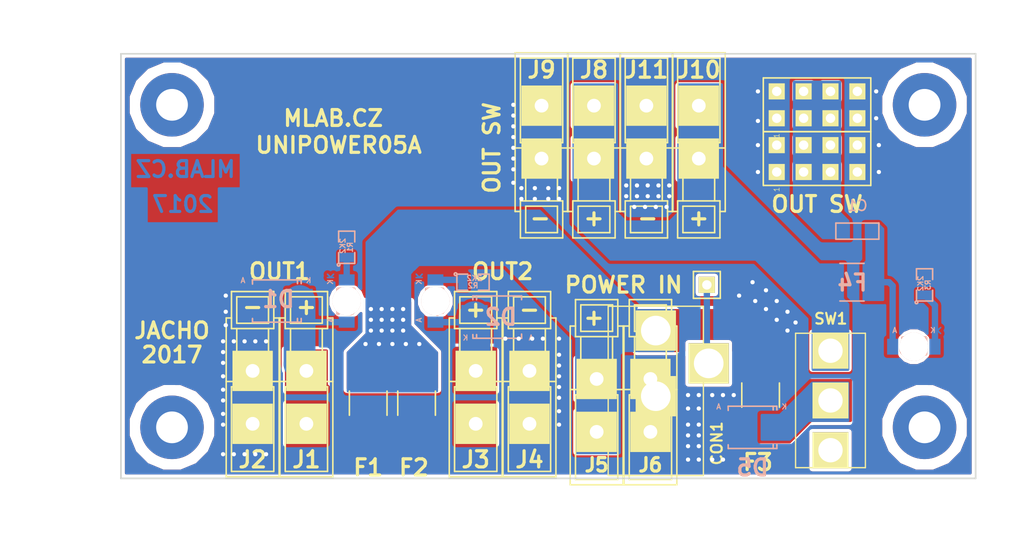
<source format=kicad_pcb>
(kicad_pcb (version 20200628) (host pcbnew "(5.99.0-2251-g5226d6b4d)")

  (general
    (thickness 1.6)
    (drawings 24)
    (tracks 281)
    (modules 33)
    (nets 13)
  )

  (paper "A4")
  (layers
    (0 "F.Cu" signal)
    (31 "B.Cu" signal)
    (32 "B.Adhes" user)
    (33 "F.Adhes" user)
    (34 "B.Paste" user)
    (35 "F.Paste" user)
    (36 "B.SilkS" user)
    (37 "F.SilkS" user)
    (38 "B.Mask" user)
    (39 "F.Mask" user)
    (40 "Dwgs.User" user)
    (41 "Cmts.User" user)
    (42 "Eco1.User" user)
    (43 "Eco2.User" user)
    (44 "Edge.Cuts" user)
    (45 "Margin" user)
    (46 "B.CrtYd" user)
    (47 "F.CrtYd" user)
    (48 "B.Fab" user)
    (49 "F.Fab" user)
  )

  (setup
    (pcbplotparams
      (layerselection 0x010e0_ffffffff)
      (usegerberextensions false)
      (usegerberattributes true)
      (usegerberadvancedattributes true)
      (creategerberjobfile true)
      (svguseinch false)
      (svgprecision 6)
      (excludeedgelayer true)
      (linewidth 0.100000)
      (plotframeref false)
      (viasonmask false)
      (mode 1)
      (useauxorigin false)
      (hpglpennumber 1)
      (hpglpenspeed 20)
      (hpglpendiameter 15.000000)
      (psnegative false)
      (psa4output false)
      (plotreference true)
      (plotvalue true)
      (plotinvisibletext false)
      (sketchpadsonfab false)
      (subtractmaskfromsilk false)
      (outputformat 1)
      (mirror false)
      (drillshape 0)
      (scaleselection 1)
      (outputdirectory "../CAM_PROFI/")
    )
  )

  (net 0 "")
  (net 1 "GND")
  (net 2 "Net-(CON1-Pad3)")
  (net 3 "Net-(D1-Pad1)")
  (net 4 "Net-(D2-Pad1)")
  (net 5 "Net-(D3-Pad1)")
  (net 6 "Net-(CON1-Pad1)")
  (net 7 "Net-(C1-Pad1)")
  (net 8 "Net-(C1-Pad3)")
  (net 9 "Net-(D4-Pad1)")
  (net 10 "Net-(D5-Pad1)")
  (net 11 "Net-(D6-Pad1)")
  (net 12 "Net-(F4-Pad2)")

  (module "Mlab_D:LED_1206" (layer "B.Cu") (tedit 56BDB304) (tstamp 00000000-0000-0000-0000-000058d10b50)
    (at 21.59 -17.018 90)
    (descr "Diode Mini-MELF Standard")
    (tags "Diode Mini-MELF Standard")
    (path "/00000000-0000-0000-0000-000058d18db0")
    (attr smd)
    (fp_text reference "D3" (at 0 0 90) (layer "B.SilkS")
      (effects (font (size 1.524 1.524) (thickness 0.3048)) (justify mirror))
    )
    (fp_text value "RED" (at 0 -3.81 90) (layer "B.SilkS") hide
      (effects (font (size 1.524 1.524) (thickness 0.3048)) (justify mirror))
    )
    (fp_text user "K" (at 1.80086 -1.5494 90) (layer "B.SilkS")
      (effects (font (size 0.50038 0.50038) (thickness 0.09906)) (justify mirror))
    )
    (fp_text user "A" (at -1.80086 -1.5494 90) (layer "B.SilkS")
      (effects (font (size 0.50038 0.50038) (thickness 0.09906)) (justify mirror))
    )
    (fp_line (start 2.2225 -1.24968) (end 2.21742 -1.81864) (layer "B.Cu") (width 0.15))
    (fp_line (start 2.25298 -1.52146) (end 2.5273 -1.24968) (layer "B.Cu") (width 0.15))
    (fp_line (start 2.21488 -1.50622) (end 2.53492 -1.81102) (layer "B.Cu") (width 0.15))
    (pad "" np_thru_hole circle (at 0 0 90) (size 2.7 2.7) (drill 2.7) (layers *.Cu *.Mask "B.SilkS") (tstamp 613024e8-d788-45e6-8e0e-47ea2d01c268))
    (pad "1" smd rect (at 2 0 90) (size 1.05 1.5) (layers "B.Cu" "B.Paste" "B.Mask")
      (net 5 "Net-(D3-Pad1)") (tstamp 9bcb3ce7-4b77-4545-bbb9-40ed15efca9c))
    (pad "2" smd rect (at -2 0 90) (size 1.05 1.5) (layers "B.Cu" "B.Paste" "B.Mask")
      (net 3 "Net-(D1-Pad1)") (tstamp 3fbce054-e9a1-414a-82ae-3b64ad184428))
    (model "MLAB_3D/Diodes/MiniMELF_DO213AA.wrl"
      (at (xyz 0 0 0))
      (scale (xyz 0.3937 0.3937 0.3937))
      (rotate (xyz 0 0 0))
    )
  )

  (module "Mlab_SW:Prepinaci_3A_SL19121" placed (layer "F.Cu") (tedit 556578F7) (tstamp 00000000-0000-0000-0000-000058d10be2)
    (at 67.31 -7.62)
    (tags "Prepinaci tlacitko 3A")
    (path "/00000000-0000-0000-0000-000058d1bd7c")
    (fp_text reference "SW1" (at 0.0254 -7.7216) (layer "F.SilkS")
      (effects (font (size 1.016 1.016) (thickness 0.2032)))
    )
    (fp_text value "Prepinac" (at -4.5593 -0.2667 90) (layer "F.SilkS") hide
      (effects (font (size 1.016 1.016) (thickness 0.2032)))
    )
    (fp_line (start -3.3 -6.35) (end 3.3 -6.35) (layer "F.SilkS") (width 0.127))
    (fp_line (start 3.3 -6.35) (end 3.3 6.35) (layer "F.SilkS") (width 0.127))
    (fp_line (start 3.3 6.35) (end -3.3 6.35) (layer "F.SilkS") (width 0.127))
    (fp_line (start -3.3 -6.35) (end -3.3 6.35) (layer "F.SilkS") (width 0.127))
    (pad "3" thru_hole rect (at 0 4.7) (size 3.4 3.4) (drill 2.3) (layers *.Cu *.Mask "F.SilkS") (tstamp 36580bfd-79ca-49bc-abd8-465966fbcb5c))
    (pad "2" thru_hole rect (at 0 0) (size 3.4 3.4) (drill 2.3) (layers *.Cu *.Mask "F.SilkS")
      (net 10 "Net-(D5-Pad1)") (tstamp f7d303ac-43de-47dc-a37c-4c134ebba3c0))
    (pad "1" thru_hole rect (at 0 -4.7) (size 3.4 3.4) (drill 2.3) (layers *.Cu *.Mask "F.SilkS")
      (net 12 "Net-(F4-Pad2)") (tstamp 24e4b500-e94a-4217-9bca-7eed0f8fc8cf))
  )

  (module "Mlab_CON:DC2,1MM" placed (layer "F.Cu") (tedit 556585CC) (tstamp 00000000-0000-0000-0000-000058d10b3d)
    (at 50.8 -10.414 -90)
    (tags "DC2,1MM nap. konektor")
    (path "/00000000-0000-0000-0000-000056bdacd7")
    (fp_text reference "CON1" (at 6.8453 -5.7658 -90) (layer "F.SilkS")
      (effects (font (size 1.016 1.016) (thickness 0.2032)))
    )
    (fp_text value "JACK_DC2.1" (at 2.2225 3.5433 -90) (layer "F.SilkS") hide
      (effects (font (size 1.016 1.016) (thickness 0.2032)))
    )
    (fp_line (start 9.89 -4.5) (end -6.11 -4.5) (layer "F.SilkS") (width 0.127))
    (fp_line (start 9.89 4.5) (end 9.89 -4.5) (layer "F.SilkS") (width 0.127))
    (fp_line (start -6.11 4.5) (end 9.89 4.5) (layer "F.SilkS") (width 0.127))
    (fp_line (start -6.11 -4.5) (end -6.11 4.5) (layer "F.SilkS") (width 0.127))
    (pad "2" thru_hole rect (at 2.39 0 270) (size 3.81 3.81) (drill 2.8) (layers *.Cu *.Mask "F.SilkS")
      (net 1 "GND") (tstamp f4138f64-52ee-4262-b05f-307a587770f9))
    (pad "1" thru_hole rect (at -3.81 0 270) (size 3.81 3.81) (drill 2.8) (layers *.Cu *.Mask "F.SilkS")
      (net 6 "Net-(CON1-Pad1)") (tstamp bc0303fd-faf0-4dc5-a740-228f797850f3))
    (pad "3" thru_hole rect (at -0.71 -5 270) (size 3.81 3.81) (drill 2.8) (layers *.Cu *.Mask "F.SilkS")
      (net 2 "Net-(CON1-Pad3)") (tstamp 6b790bea-c0ae-4e3b-b60f-41ac6eb36bfb))
  )

  (module "Mlab_D:LED_1206" (layer "B.Cu") (tedit 56BDB304) (tstamp 00000000-0000-0000-0000-000058d10b64)
    (at 75.184 -12.7)
    (descr "Diode Mini-MELF Standard")
    (tags "Diode Mini-MELF Standard")
    (path "/00000000-0000-0000-0000-000058d29e7f")
    (attr smd)
    (fp_text reference "D6" (at 0 0) (layer "B.SilkS")
      (effects (font (size 1.524 1.524) (thickness 0.3048)) (justify mirror))
    )
    (fp_text value "RED" (at 0 -3.81) (layer "B.SilkS") hide
      (effects (font (size 1.524 1.524) (thickness 0.3048)) (justify mirror))
    )
    (fp_line (start 2.21488 -1.50622) (end 2.53492 -1.81102) (layer "B.Cu") (width 0.15))
    (fp_line (start 2.25298 -1.52146) (end 2.5273 -1.24968) (layer "B.Cu") (width 0.15))
    (fp_line (start 2.2225 -1.24968) (end 2.21742 -1.81864) (layer "B.Cu") (width 0.15))
    (fp_text user "A" (at -1.80086 -1.5494) (layer "B.SilkS")
      (effects (font (size 0.50038 0.50038) (thickness 0.09906)) (justify mirror))
    )
    (fp_text user "K" (at 1.80086 -1.5494) (layer "B.SilkS")
      (effects (font (size 0.50038 0.50038) (thickness 0.09906)) (justify mirror))
    )
    (pad "2" smd rect (at -2 0) (size 1.05 1.5) (layers "B.Cu" "B.Paste" "B.Mask")
      (net 7 "Net-(C1-Pad1)") (tstamp 8f11e5b9-ce24-4d06-8fdd-20259713d7c8))
    (pad "1" smd rect (at 2 0) (size 1.05 1.5) (layers "B.Cu" "B.Paste" "B.Mask")
      (net 11 "Net-(D6-Pad1)") (tstamp 952bffd7-1033-42f4-91b9-ac3d81057376))
    (pad "" np_thru_hole circle (at 0 0) (size 2.7 2.7) (drill 2.7) (layers *.Cu *.Mask "B.SilkS") (tstamp 6c124a02-9455-4684-ab2c-3dbf4dc565dd))
    (model "MLAB_3D/Diodes/MiniMELF_DO213AA.wrl"
      (at (xyz 0 0 0))
      (scale (xyz 0.3937 0.3937 0.3937))
      (rotate (xyz 0 0 0))
    )
  )

  (module "Mlab_Mechanical:MountingHole_3mm" placed (layer "F.Cu") (tedit 58806C2B) (tstamp 00000000-0000-0000-0000-0000587f2dd9)
    (at 76.2 -35.56)
    (descr "Mounting hole, Befestigungsbohrung, 3mm, No Annular, Kein Restring,")
    (tags "Mounting hole, Befestigungsbohrung, 3mm, No Annular, Kein Restring,")
    (path "/00000000-0000-0000-0000-0000587f245c")
    (fp_text reference "P1" (at 0 -4.191) (layer "F.SilkS") hide
      (effects (font (size 1.524 1.524) (thickness 0.3048)))
    )
    (fp_text value "_" (at 0 4.191) (layer "F.SilkS") hide
      (effects (font (size 1.524 1.524) (thickness 0.3048)))
    )
    (fp_circle (center 0 0) (end 2.99974 0) (layer "Cmts.User") (width 0.381))
    (pad "1" thru_hole circle (at 0 0) (size 6 6) (drill 3) (layers *.Cu *.Adhes *.Mask)
      (clearance 1) (zone_connect 2) (tstamp 81d3b069-3d31-44d4-a0af-8445a31d91f2))
  )

  (module "Mlab_Mechanical:MountingHole_3mm" placed (layer "F.Cu") (tedit 58806C2B) (tstamp 00000000-0000-0000-0000-0000587f2dde)
    (at 76.2 -5.08)
    (descr "Mounting hole, Befestigungsbohrung, 3mm, No Annular, Kein Restring,")
    (tags "Mounting hole, Befestigungsbohrung, 3mm, No Annular, Kein Restring,")
    (path "/00000000-0000-0000-0000-0000587f2725")
    (fp_text reference "P2" (at 0 -4.191) (layer "F.SilkS") hide
      (effects (font (size 1.524 1.524) (thickness 0.3048)))
    )
    (fp_text value "_" (at 0 4.191) (layer "F.SilkS") hide
      (effects (font (size 1.524 1.524) (thickness 0.3048)))
    )
    (fp_circle (center 0 0) (end 2.99974 0) (layer "Cmts.User") (width 0.381))
    (pad "1" thru_hole circle (at 0 0) (size 6 6) (drill 3) (layers *.Cu *.Adhes *.Mask)
      (clearance 1) (zone_connect 2) (tstamp 6c8773f0-f17d-4dff-879f-1d666d82da2d))
  )

  (module "Mlab_Mechanical:MountingHole_3mm" placed (layer "F.Cu") (tedit 58806C2B) (tstamp 00000000-0000-0000-0000-0000587f2de3)
    (at 5.08 -35.56)
    (descr "Mounting hole, Befestigungsbohrung, 3mm, No Annular, Kein Restring,")
    (tags "Mounting hole, Befestigungsbohrung, 3mm, No Annular, Kein Restring,")
    (path "/00000000-0000-0000-0000-0000587f26aa")
    (fp_text reference "P3" (at 0 -4.191) (layer "F.SilkS") hide
      (effects (font (size 1.524 1.524) (thickness 0.3048)))
    )
    (fp_text value "_" (at 0 4.191) (layer "F.SilkS") hide
      (effects (font (size 1.524 1.524) (thickness 0.3048)))
    )
    (fp_circle (center 0 0) (end 2.99974 0) (layer "Cmts.User") (width 0.381))
    (pad "1" thru_hole circle (at 0 0) (size 6 6) (drill 3) (layers *.Cu *.Adhes *.Mask)
      (clearance 1) (zone_connect 2) (tstamp cb262c21-d990-42bc-acef-26fb33d8d8f4))
  )

  (module "Mlab_Mechanical:MountingHole_3mm" placed (layer "F.Cu") (tedit 58806C2B) (tstamp 00000000-0000-0000-0000-0000587f2de8)
    (at 5.08 -5.08)
    (descr "Mounting hole, Befestigungsbohrung, 3mm, No Annular, Kein Restring,")
    (tags "Mounting hole, Befestigungsbohrung, 3mm, No Annular, Kein Restring,")
    (path "/00000000-0000-0000-0000-0000587f27a7")
    (fp_text reference "P4" (at 0 -4.191) (layer "F.SilkS") hide
      (effects (font (size 1.524 1.524) (thickness 0.3048)))
    )
    (fp_text value "_" (at 0 4.191) (layer "F.SilkS") hide
      (effects (font (size 1.524 1.524) (thickness 0.3048)))
    )
    (fp_circle (center 0 0) (end 2.99974 0) (layer "Cmts.User") (width 0.381))
    (pad "1" thru_hole circle (at 0 0) (size 6 6) (drill 3) (layers *.Cu *.Adhes *.Mask)
      (clearance 1) (zone_connect 2) (tstamp 626af7fb-bce9-4c52-bb58-343790e58e20))
  )

  (module "Mlab_L:FIR1" (layer "B.Cu") (tedit 54BBE5C1) (tstamp 00000000-0000-0000-0000-000058d10b36)
    (at 69.85 -23.622 180)
    (path "/00000000-0000-0000-0000-000058d206f9")
    (fp_text reference "C1" (at 0 2.413 180) (layer "B.SilkS")
      (effects (font (size 1 1) (thickness 0.15)) (justify mirror))
    )
    (fp_text value "NFM21PC105" (at 2.794 -1.905 180) (layer "B.SilkS") hide
      (effects (font (size 1 1) (thickness 0.15)) (justify mirror))
    )
    (fp_line (start -2.032 0.762) (end 2.032 0.762) (layer "B.SilkS") (width 0.15))
    (fp_line (start 2.032 0.762) (end 2.032 -0.762) (layer "B.SilkS") (width 0.15))
    (fp_line (start 2.032 -0.762) (end -2.032 -0.762) (layer "B.SilkS") (width 0.15))
    (fp_line (start -2.032 -0.762) (end -2.032 0.762) (layer "B.SilkS") (width 0.15))
    (fp_line (start -2.032 0.762) (end -2.032 0.635) (layer "B.SilkS") (width 0.15))
    (pad "1" smd rect (at -1.35 0 180) (size 1.3 1.5) (layers "B.Cu" "B.Paste" "B.Mask")
      (net 7 "Net-(C1-Pad1)") (tstamp d64f99cb-85e2-4e21-900f-c7134adf4876))
    (pad "2" smd rect (at 0 0 180) (size 0.7 3) (layers "B.Cu" "B.Paste" "B.Mask")
      (net 1 "GND") (tstamp 19ecba6e-8486-4ec7-a0e7-8213df18777e))
    (pad "3" smd rect (at 1.35 0 180) (size 1.3 1.5) (layers "B.Cu" "B.Paste" "B.Mask")
      (net 8 "Net-(C1-Pad3)") (tstamp ecb303b8-ec24-446a-9860-22c2762b7d33))
    (model "MLAB_3D/Resistors/chip_cms.wrl"
      (at (xyz 0 0 0))
      (scale (xyz 0.13 0.13 0.13))
      (rotate (xyz 0 0 0))
    )
  )

  (module "Mlab_D:SMB_Standard" (layer "B.Cu") (tedit 58DC9E83) (tstamp 00000000-0000-0000-0000-000058d10b43)
    (at 14.986 -17.018)
    (descr "Diode SMB Standard")
    (tags "Diode SMB Standard")
    (path "/00000000-0000-0000-0000-000058d22864")
    (attr smd)
    (fp_text reference "D1" (at 0.144 -0.162) (layer "B.SilkS")
      (effects (font (size 1.524 1.524) (thickness 0.3048)) (justify mirror))
    )
    (fp_text value "SMBJ15A-E3/52" (at 0 -3.81) (layer "B.SilkS") hide
      (effects (font (size 1.524 1.524) (thickness 0.3048)) (justify mirror))
    )
    (fp_text user "A" (at -3.2004 -1.95072) (layer "B.SilkS")
      (effects (font (size 0.50038 0.50038) (thickness 0.09906)) (justify mirror))
    )
    (fp_text user "K" (at 2.99974 -1.95072) (layer "B.SilkS")
      (effects (font (size 0.50038 0.50038) (thickness 0.09906)) (justify mirror))
    )
    (fp_line (start -2.30124 -1.75006) (end -2.30124 -1.6002) (layer "B.SilkS") (width 0.15))
    (fp_line (start 1.95072 -1.75006) (end 1.95072 -1.651) (layer "B.SilkS") (width 0.15))
    (fp_line (start 2.30124 -1.75006) (end 2.30124 -1.651) (layer "B.SilkS") (width 0.15))
    (fp_line (start -2.30124 1.75006) (end -2.30124 1.651) (layer "B.SilkS") (width 0.15))
    (fp_line (start 1.95072 1.75006) (end 1.95072 1.651) (layer "B.SilkS") (width 0.15))
    (fp_line (start 2.30124 1.75006) (end 2.30124 1.651) (layer "B.SilkS") (width 0.15))
    (fp_circle (center 0 0) (end 0.44958 -0.09906) (layer "B.Adhes") (width 0.381))
    (fp_circle (center 0 0) (end 0.20066 -0.09906) (layer "B.Adhes") (width 0.381))
    (fp_line (start 1.95072 -1.99898) (end 1.95072 -1.80086) (layer "B.SilkS") (width 0.15))
    (fp_line (start 1.95072 1.99898) (end 1.95072 1.80086) (layer "B.SilkS") (width 0.15))
    (fp_line (start 2.29616 -1.99644) (end 2.29616 -1.79832) (layer "B.SilkS") (width 0.15))
    (fp_line (start -2.30632 -1.99644) (end 2.29616 -1.99644) (layer "B.SilkS") (width 0.15))
    (fp_line (start -2.30632 -1.99644) (end -2.30632 -1.79832) (layer "B.SilkS") (width 0.15))
    (fp_line (start -2.30124 1.99898) (end -2.30124 1.80086) (layer "B.SilkS") (width 0.15))
    (fp_line (start -2.30124 1.99898) (end 2.30124 1.99898) (layer "B.SilkS") (width 0.15))
    (fp_line (start 2.30124 1.99898) (end 2.30124 1.80086) (layer "B.SilkS") (width 0.15))
    (pad "1" smd rect (at 2.14884 0) (size 2.49936 2.30124) (layers "B.Cu" "B.Paste" "B.Mask")
      (net 3 "Net-(D1-Pad1)") (tstamp 96cb18b4-6c98-42e0-87bf-5c73e391b650))
    (pad "2" smd rect (at -2.14884 0) (size 2.49936 2.30124) (layers "B.Cu" "B.Paste" "B.Mask")
      (net 1 "GND") (tstamp 17747468-b135-4cda-8ee0-c3c48dcfe1f1))
    (model "MLAB_3D/Diodes/SMB.wrl"
      (at (xyz 0 0 0))
      (scale (xyz 0.3937 0.3937 0.3937))
      (rotate (xyz 0 0 0))
    )
  )

  (module "Mlab_D:SMB_Standard" (layer "B.Cu") (tedit 58DC9E89) (tstamp 00000000-0000-0000-0000-000058d10b49)
    (at 35.814 -15.494 180)
    (descr "Diode SMB Standard")
    (tags "Diode SMB Standard")
    (path "/00000000-0000-0000-0000-000058d23672")
    (attr smd)
    (fp_text reference "D2" (at -0.336 0.016 180) (layer "B.SilkS")
      (effects (font (size 1.524 1.524) (thickness 0.3048)) (justify mirror))
    )
    (fp_text value "SMBJ15A-E3/52" (at 0 -3.81 180) (layer "B.SilkS") hide
      (effects (font (size 1.524 1.524) (thickness 0.3048)) (justify mirror))
    )
    (fp_text user "A" (at -3.2004 -1.95072 180) (layer "B.SilkS")
      (effects (font (size 0.50038 0.50038) (thickness 0.09906)) (justify mirror))
    )
    (fp_text user "K" (at 2.99974 -1.95072 180) (layer "B.SilkS")
      (effects (font (size 0.50038 0.50038) (thickness 0.09906)) (justify mirror))
    )
    (fp_line (start -2.30124 -1.75006) (end -2.30124 -1.6002) (layer "B.SilkS") (width 0.15))
    (fp_line (start 1.95072 -1.75006) (end 1.95072 -1.651) (layer "B.SilkS") (width 0.15))
    (fp_line (start 2.30124 -1.75006) (end 2.30124 -1.651) (layer "B.SilkS") (width 0.15))
    (fp_line (start -2.30124 1.75006) (end -2.30124 1.651) (layer "B.SilkS") (width 0.15))
    (fp_line (start 1.95072 1.75006) (end 1.95072 1.651) (layer "B.SilkS") (width 0.15))
    (fp_line (start 2.30124 1.75006) (end 2.30124 1.651) (layer "B.SilkS") (width 0.15))
    (fp_circle (center 0 0) (end 0.44958 -0.09906) (layer "B.Adhes") (width 0.381))
    (fp_circle (center 0 0) (end 0.20066 -0.09906) (layer "B.Adhes") (width 0.381))
    (fp_line (start 1.95072 -1.99898) (end 1.95072 -1.80086) (layer "B.SilkS") (width 0.15))
    (fp_line (start 1.95072 1.99898) (end 1.95072 1.80086) (layer "B.SilkS") (width 0.15))
    (fp_line (start 2.29616 -1.99644) (end 2.29616 -1.79832) (layer "B.SilkS") (width 0.15))
    (fp_line (start -2.30632 -1.99644) (end 2.29616 -1.99644) (layer "B.SilkS") (width 0.15))
    (fp_line (start -2.30632 -1.99644) (end -2.30632 -1.79832) (layer "B.SilkS") (width 0.15))
    (fp_line (start -2.30124 1.99898) (end -2.30124 1.80086) (layer "B.SilkS") (width 0.15))
    (fp_line (start -2.30124 1.99898) (end 2.30124 1.99898) (layer "B.SilkS") (width 0.15))
    (fp_line (start 2.30124 1.99898) (end 2.30124 1.80086) (layer "B.SilkS") (width 0.15))
    (pad "1" smd rect (at 2.14884 0 180) (size 2.49936 2.30124) (layers "B.Cu" "B.Paste" "B.Mask")
      (net 4 "Net-(D2-Pad1)") (tstamp b09f949b-4bfa-4f9b-8af2-11c37a5a4bf2))
    (pad "2" smd rect (at -2.14884 0 180) (size 2.49936 2.30124) (layers "B.Cu" "B.Paste" "B.Mask")
      (net 1 "GND") (tstamp 3121543c-2ada-4536-b4d7-8dc20da31e62))
    (model "MLAB_3D/Diodes/SMB.wrl"
      (at (xyz 0 0 0))
      (scale (xyz 0.3937 0.3937 0.3937))
      (rotate (xyz 0 0 0))
    )
  )

  (module "Mlab_D:LED_1206" (layer "B.Cu") (tedit 56BDB304) (tstamp 00000000-0000-0000-0000-000058d10b57)
    (at 29.972 -17.018 90)
    (descr "Diode Mini-MELF Standard")
    (tags "Diode Mini-MELF Standard")
    (path "/00000000-0000-0000-0000-000058d1c033")
    (attr smd)
    (fp_text reference "D4" (at 0 0 90) (layer "B.SilkS")
      (effects (font (size 1.524 1.524) (thickness 0.3048)) (justify mirror))
    )
    (fp_text value "RED" (at 0 -3.81 90) (layer "B.SilkS") hide
      (effects (font (size 1.524 1.524) (thickness 0.3048)) (justify mirror))
    )
    (fp_line (start 2.21488 -1.50622) (end 2.53492 -1.81102) (layer "B.Cu") (width 0.15))
    (fp_line (start 2.25298 -1.52146) (end 2.5273 -1.24968) (layer "B.Cu") (width 0.15))
    (fp_line (start 2.2225 -1.24968) (end 2.21742 -1.81864) (layer "B.Cu") (width 0.15))
    (fp_text user "A" (at -1.80086 -1.5494 90) (layer "B.SilkS")
      (effects (font (size 0.50038 0.50038) (thickness 0.09906)) (justify mirror))
    )
    (fp_text user "K" (at 1.80086 -1.5494 90) (layer "B.SilkS")
      (effects (font (size 0.50038 0.50038) (thickness 0.09906)) (justify mirror))
    )
    (pad "2" smd rect (at -2 0 90) (size 1.05 1.5) (layers "B.Cu" "B.Paste" "B.Mask")
      (net 4 "Net-(D2-Pad1)") (tstamp 613da41d-ec03-4117-a77c-61f6bdf72850))
    (pad "1" smd rect (at 2 0 90) (size 1.05 1.5) (layers "B.Cu" "B.Paste" "B.Mask")
      (net 9 "Net-(D4-Pad1)") (tstamp f9b8a8ea-5c75-4bd2-a6ac-f230443a5cec))
    (pad "" np_thru_hole circle (at 0 0 90) (size 2.7 2.7) (drill 2.7) (layers *.Cu *.Mask "B.SilkS") (tstamp cddd9015-3956-486f-b240-f65947e2ba1a))
    (model "MLAB_3D/Diodes/MiniMELF_DO213AA.wrl"
      (at (xyz 0 0 0))
      (scale (xyz 0.3937 0.3937 0.3937))
      (rotate (xyz 0 0 0))
    )
  )

  (module "Mlab_D:SMB_Standard" (layer "B.Cu") (tedit 57E4C38F) (tstamp 00000000-0000-0000-0000-000058d10b5d)
    (at 59.944 -5.08)
    (descr "Diode SMB Standard")
    (tags "Diode SMB Standard")
    (path "/00000000-0000-0000-0000-0000587f4e10")
    (attr smd)
    (fp_text reference "D5" (at 0 3.81) (layer "B.SilkS")
      (effects (font (size 1.524 1.524) (thickness 0.3048)) (justify mirror))
    )
    (fp_text value "SMBJ15A-E3/52" (at 0 -3.81) (layer "B.SilkS") hide
      (effects (font (size 1.524 1.524) (thickness 0.3048)) (justify mirror))
    )
    (fp_line (start 2.30124 1.99898) (end 2.30124 1.80086) (layer "B.SilkS") (width 0.15))
    (fp_line (start -2.30124 1.99898) (end 2.30124 1.99898) (layer "B.SilkS") (width 0.15))
    (fp_line (start -2.30124 1.99898) (end -2.30124 1.80086) (layer "B.SilkS") (width 0.15))
    (fp_line (start -2.30632 -1.99644) (end -2.30632 -1.79832) (layer "B.SilkS") (width 0.15))
    (fp_line (start -2.30632 -1.99644) (end 2.29616 -1.99644) (layer "B.SilkS") (width 0.15))
    (fp_line (start 2.29616 -1.99644) (end 2.29616 -1.79832) (layer "B.SilkS") (width 0.15))
    (fp_line (start 1.95072 1.99898) (end 1.95072 1.80086) (layer "B.SilkS") (width 0.15))
    (fp_line (start 1.95072 -1.99898) (end 1.95072 -1.80086) (layer "B.SilkS") (width 0.15))
    (fp_circle (center 0 0) (end 0.20066 -0.09906) (layer "B.Adhes") (width 0.381))
    (fp_circle (center 0 0) (end 0.44958 -0.09906) (layer "B.Adhes") (width 0.381))
    (fp_line (start 2.30124 1.75006) (end 2.30124 1.651) (layer "B.SilkS") (width 0.15))
    (fp_line (start 1.95072 1.75006) (end 1.95072 1.651) (layer "B.SilkS") (width 0.15))
    (fp_line (start -2.30124 1.75006) (end -2.30124 1.651) (layer "B.SilkS") (width 0.15))
    (fp_line (start 2.30124 -1.75006) (end 2.30124 -1.651) (layer "B.SilkS") (width 0.15))
    (fp_line (start 1.95072 -1.75006) (end 1.95072 -1.651) (layer "B.SilkS") (width 0.15))
    (fp_line (start -2.30124 -1.75006) (end -2.30124 -1.6002) (layer "B.SilkS") (width 0.15))
    (fp_text user "K" (at 2.99974 -1.95072) (layer "B.SilkS")
      (effects (font (size 0.50038 0.50038) (thickness 0.09906)) (justify mirror))
    )
    (fp_text user "A" (at -3.2004 -1.95072) (layer "B.SilkS")
      (effects (font (size 0.50038 0.50038) (thickness 0.09906)) (justify mirror))
    )
    (pad "2" smd rect (at -2.14884 0) (size 2.49936 2.30124) (layers "B.Cu" "B.Paste" "B.Mask")
      (net 1 "GND") (tstamp b3e88f72-059c-4a34-b45e-684816c9e755))
    (pad "1" smd rect (at 2.14884 0) (size 2.49936 2.30124) (layers "B.Cu" "B.Paste" "B.Mask")
      (net 10 "Net-(D5-Pad1)") (tstamp c874b8b7-138f-44aa-80b3-54ef5e714bde))
    (model "MLAB_3D/Diodes/SMB.wrl"
      (at (xyz 0 0 0))
      (scale (xyz 0.3937 0.3937 0.3937))
      (rotate (xyz 0 0 0))
    )
  )

  (module "Mlab_F:Drzak_2410" (layer "F.Cu") (tedit 58D3E38E) (tstamp 00000000-0000-0000-0000-000058d10b6a)
    (at 23.622 -7.366 -90)
    (descr "F 2410 s držákem")
    (tags "F 2410 s držákem")
    (path "/00000000-0000-0000-0000-000058d1e6ae")
    (attr smd)
    (fp_text reference "F1" (at 6.096 0 180) (layer "F.SilkS")
      (effects (font (size 1.524 1.524) (thickness 0.3048)))
    )
    (fp_text value "5A" (at 0 3.81 -90) (layer "F.SilkS") hide
      (effects (font (size 1.524 1.524) (thickness 0.3048)))
    )
    (fp_line (start -1.143 -1.778) (end 1.143 -1.778) (layer "F.SilkS") (width 0.15))
    (fp_line (start -1.143 1.778) (end 1.143 1.778) (layer "F.SilkS") (width 0.15))
    (pad "2" smd rect (at 2.91 0 270) (size 3.33 3.81) (layers "F.Cu" "F.Paste" "F.Mask")
      (net 3 "Net-(D1-Pad1)") (tstamp 87d565d0-2d46-4daf-9be5-c1d8748085dd))
    (pad "1" smd rect (at -2.91 0 270) (size 3.33 3.81) (layers "F.Cu" "F.Paste" "F.Mask")
      (net 6 "Net-(CON1-Pad1)") (tstamp 4fa60659-3672-4f31-b13b-740cd1cc4caa))
    (model "MLAB_3D/Diodes/MiniMELF_DO213AA.wrl"
      (at (xyz 0 0 0))
      (scale (xyz 0.3937 0.3937 0.3937))
      (rotate (xyz 0 0 0))
    )
  )

  (module "Mlab_F:Drzak_2410" (layer "F.Cu") (tedit 58D3E394) (tstamp 00000000-0000-0000-0000-000058d10b70)
    (at 28.194 -7.366 -90)
    (descr "F 2410 s držákem")
    (tags "F 2410 s držákem")
    (path "/00000000-0000-0000-0000-000058d2366c")
    (attr smd)
    (fp_text reference "F2" (at 6.096 0.254 180) (layer "F.SilkS")
      (effects (font (size 1.524 1.524) (thickness 0.3048)))
    )
    (fp_text value "5A" (at 0 3.81 -90) (layer "F.SilkS") hide
      (effects (font (size 1.524 1.524) (thickness 0.3048)))
    )
    (fp_line (start -1.143 1.778) (end 1.143 1.778) (layer "F.SilkS") (width 0.15))
    (fp_line (start -1.143 -1.778) (end 1.143 -1.778) (layer "F.SilkS") (width 0.15))
    (pad "1" smd rect (at -2.91 0 270) (size 3.33 3.81) (layers "F.Cu" "F.Paste" "F.Mask")
      (net 6 "Net-(CON1-Pad1)") (tstamp fae082a5-3278-46dd-bbef-0219331b53e0))
    (pad "2" smd rect (at 2.91 0 270) (size 3.33 3.81) (layers "F.Cu" "F.Paste" "F.Mask")
      (net 4 "Net-(D2-Pad1)") (tstamp 66ed0afe-74dc-432f-8768-0f9b5f366c83))
    (model "MLAB_3D/Diodes/MiniMELF_DO213AA.wrl"
      (at (xyz 0 0 0))
      (scale (xyz 0.3937 0.3937 0.3937))
      (rotate (xyz 0 0 0))
    )
  )

  (module "Mlab_F:Drzak_2410" (layer "F.Cu") (tedit 58D3DF68) (tstamp 00000000-0000-0000-0000-000058d10b76)
    (at 60.706 -8.128 90)
    (descr "F 2410 s držákem")
    (tags "F 2410 s držákem")
    (path "/00000000-0000-0000-0000-000058d15b83")
    (attr smd)
    (fp_text reference "F3" (at -6.35 -0.254 -180) (layer "F.SilkS")
      (effects (font (size 1.524 1.524) (thickness 0.3048)))
    )
    (fp_text value "5A" (at 0 3.81 90) (layer "F.SilkS") hide
      (effects (font (size 1.524 1.524) (thickness 0.3048)))
    )
    (fp_line (start -1.143 1.778) (end 1.143 1.778) (layer "F.SilkS") (width 0.15))
    (fp_line (start -1.143 -1.778) (end 1.143 -1.778) (layer "F.SilkS") (width 0.15))
    (pad "1" smd rect (at -2.91 0 90) (size 3.33 3.81) (layers "F.Cu" "F.Paste" "F.Mask")
      (net 10 "Net-(D5-Pad1)") (tstamp 75ca3e5e-0737-4b82-bf08-8633041226e8))
    (pad "2" smd rect (at 2.91 0 90) (size 3.33 3.81) (layers "F.Cu" "F.Paste" "F.Mask")
      (net 6 "Net-(CON1-Pad1)") (tstamp 095a4370-1d6a-45c3-9bae-7c11127dad13))
    (model "MLAB_3D/Diodes/MiniMELF_DO213AA.wrl"
      (at (xyz 0 0 0))
      (scale (xyz 0.3937 0.3937 0.3937))
      (rotate (xyz 0 0 0))
    )
  )

  (module "Mlab_F:1812" (layer "B.Cu") (tedit 58DC9E92) (tstamp 00000000-0000-0000-0000-000058d10b7c)
    (at 69.342 -18.796 180)
    (descr "Diode Mini-MELF Standard")
    (tags "Diode Mini-MELF Standard")
    (path "/00000000-0000-0000-0000-000058d2dfd6")
    (attr smd)
    (fp_text reference "F4" (at -0.028 -0.056 180) (layer "B.SilkS")
      (effects (font (size 1.524 1.524) (thickness 0.3048)) (justify mirror))
    )
    (fp_text value "1.1A" (at 0 -3.81 180) (layer "B.SilkS") hide
      (effects (font (size 1.524 1.524) (thickness 0.3048)) (justify mirror))
    )
    (fp_line (start -1.143 -1.778) (end 1.143 -1.778) (layer "B.SilkS") (width 0.15))
    (fp_line (start -1.143 1.778) (end 1.143 1.778) (layer "B.SilkS") (width 0.15))
    (pad "1" smd rect (at -1.95 0 180) (size 1.9 3.4) (layers "B.Cu" "B.Paste" "B.Mask")
      (net 7 "Net-(C1-Pad1)") (tstamp 33e14a09-eb88-491d-9946-18eb8ef688e0))
    (pad "2" smd rect (at 1.95 0 180) (size 1.9 3.4) (layers "B.Cu" "B.Paste" "B.Mask")
      (net 12 "Net-(F4-Pad2)") (tstamp 6913e581-13aa-4d7b-ba3b-252f8410a1d4))
    (model "MLAB_3D/Diodes/MiniMELF_DO213AA.wrl"
      (at (xyz 0 0 0))
      (scale (xyz 0.3937 0.3937 0.3937))
      (rotate (xyz 0 0 0))
    )
  )

  (module "Mlab_CON:WAGO256" (layer "F.Cu") (tedit 564C6037) (tstamp 00000000-0000-0000-0000-000058d10b82)
    (at 17.78 -7.874 90)
    (descr "WAGO-Series 236, 2Stift, 1pol, RM 5mm,")
    (tags "WAGO-Series 236, 2Stift, 1pol, RM 5mm, Anreibare Leiterplattenklemme")
    (path "/00000000-0000-0000-0000-000058d1e233")
    (fp_text reference "J1" (at -5.842 0 180) (layer "F.SilkS")
      (effects (font (size 1.524 1.524) (thickness 0.3048)))
    )
    (fp_text value "CONN1_1" (at 0.254 4.064 90) (layer "F.SilkS") hide
      (effects (font (size 1.524 1.524) (thickness 0.3048)))
    )
    (fp_line (start -7.46 -2.5) (end 1.54 -2.5) (layer "F.SilkS") (width 0.15))
    (fp_line (start 1.54 2.5) (end -7.46 2.5) (layer "F.SilkS") (width 0.15))
    (fp_line (start 1.54 -2.5) (end 7.54 -2.5) (layer "F.SilkS") (width 0.15))
    (fp_line (start -6.9601 -2) (end 1.0399 -2) (layer "F.SilkS") (width 0.15))
    (fp_line (start 3.54 -1.5) (end 6.54 -1.5) (layer "F.SilkS") (width 0.15))
    (fp_line (start 1.54 2.5) (end 7.54 2.5) (layer "F.SilkS") (width 0.15))
    (fp_line (start -6.9601 2) (end 1.0399 2) (layer "F.SilkS") (width 0.15))
    (fp_line (start 3.54 1.5) (end 6.54 1.5) (layer "F.SilkS") (width 0.15))
    (fp_line (start 6.54 -2) (end 10.041 -2) (layer "F.SilkS") (width 0.15))
    (fp_line (start 7.0401 -1.5) (end 9.54 -1.5) (layer "F.SilkS") (width 0.15))
    (fp_line (start 1.0399 -1) (end 1.54 -1) (layer "F.SilkS") (width 0.15))
    (fp_line (start 6.54 2) (end 10.0401 2) (layer "F.SilkS") (width 0.15))
    (fp_line (start 7.0401 1.5) (end 9.54 1.5) (layer "F.SilkS") (width 0.15))
    (fp_line (start 1.0399 1) (end 1.54 1) (layer "F.SilkS") (width 0.15))
    (fp_line (start -6.9601 2) (end -6.9601 -2) (layer "F.SilkS") (width 0.15))
    (fp_line (start 1.0399 -2) (end 1.0399 2) (layer "F.SilkS") (width 0.15))
    (fp_line (start 3.54 1.5001) (end 3.54 -1.5001) (layer "F.SilkS") (width 0.15))
    (fp_line (start 6.54 -2) (end 6.54 2) (layer "F.SilkS") (width 0.15))
    (fp_line (start 10.0401 -2) (end 10.0401 2) (layer "F.SilkS") (width 0.15))
    (fp_line (start 7.0401 1.501) (end 7.0401 -1.501) (layer "F.SilkS") (width 0.15))
    (fp_line (start 9.54 1.501) (end 9.54 -1.501) (layer "F.SilkS") (width 0.15))
    (fp_line (start -7.46 2.5001) (end -7.46 -2.5001) (layer "F.SilkS") (width 0.15))
    (fp_line (start 1.54 2.5001) (end 1.54 -2.5001) (layer "F.SilkS") (width 0.15))
    (fp_line (start 7.54 -2) (end 7.54 -2.5) (layer "F.SilkS") (width 0.15))
    (fp_line (start 7.54 2.5) (end 7.54 2) (layer "F.SilkS") (width 0.15))
    (pad "1" thru_hole rect (at 2.54 0 180) (size 3.81 3.81) (drill 1.3) (layers *.Cu *.Mask "F.SilkS")
      (net 3 "Net-(D1-Pad1)") (tstamp cb637274-c794-4852-a5e3-c0d0cc0d7d46))
    (pad "1" thru_hole rect (at -2.46 0 180) (size 3.81 3.81) (drill 1.3) (layers *.Cu *.Mask "F.SilkS")
      (net 3 "Net-(D1-Pad1)") (tstamp a922ea68-9f26-43eb-ad29-c107c3eee165))
  )

  (module "Mlab_CON:WAGO256" (layer "F.Cu") (tedit 564C6037) (tstamp 00000000-0000-0000-0000-000058d10b88)
    (at 12.7 -7.874 90)
    (descr "WAGO-Series 236, 2Stift, 1pol, RM 5mm,")
    (tags "WAGO-Series 236, 2Stift, 1pol, RM 5mm, Anreibare Leiterplattenklemme")
    (path "/00000000-0000-0000-0000-000058d1e239")
    (fp_text reference "J2" (at -5.842 0 180) (layer "F.SilkS")
      (effects (font (size 1.524 1.524) (thickness 0.3048)))
    )
    (fp_text value "CONN1_1" (at 0.254 4.064 90) (layer "F.SilkS") hide
      (effects (font (size 1.524 1.524) (thickness 0.3048)))
    )
    (fp_line (start 7.54 2.5) (end 7.54 2) (layer "F.SilkS") (width 0.15))
    (fp_line (start 7.54 -2) (end 7.54 -2.5) (layer "F.SilkS") (width 0.15))
    (fp_line (start 1.54 2.5001) (end 1.54 -2.5001) (layer "F.SilkS") (width 0.15))
    (fp_line (start -7.46 2.5001) (end -7.46 -2.5001) (layer "F.SilkS") (width 0.15))
    (fp_line (start 9.54 1.501) (end 9.54 -1.501) (layer "F.SilkS") (width 0.15))
    (fp_line (start 7.0401 1.501) (end 7.0401 -1.501) (layer "F.SilkS") (width 0.15))
    (fp_line (start 10.0401 -2) (end 10.0401 2) (layer "F.SilkS") (width 0.15))
    (fp_line (start 6.54 -2) (end 6.54 2) (layer "F.SilkS") (width 0.15))
    (fp_line (start 3.54 1.5001) (end 3.54 -1.5001) (layer "F.SilkS") (width 0.15))
    (fp_line (start 1.0399 -2) (end 1.0399 2) (layer "F.SilkS") (width 0.15))
    (fp_line (start -6.9601 2) (end -6.9601 -2) (layer "F.SilkS") (width 0.15))
    (fp_line (start 1.0399 1) (end 1.54 1) (layer "F.SilkS") (width 0.15))
    (fp_line (start 7.0401 1.5) (end 9.54 1.5) (layer "F.SilkS") (width 0.15))
    (fp_line (start 6.54 2) (end 10.0401 2) (layer "F.SilkS") (width 0.15))
    (fp_line (start 1.0399 -1) (end 1.54 -1) (layer "F.SilkS") (width 0.15))
    (fp_line (start 7.0401 -1.5) (end 9.54 -1.5) (layer "F.SilkS") (width 0.15))
    (fp_line (start 6.54 -2) (end 10.041 -2) (layer "F.SilkS") (width 0.15))
    (fp_line (start 3.54 1.5) (end 6.54 1.5) (layer "F.SilkS") (width 0.15))
    (fp_line (start -6.9601 2) (end 1.0399 2) (layer "F.SilkS") (width 0.15))
    (fp_line (start 1.54 2.5) (end 7.54 2.5) (layer "F.SilkS") (width 0.15))
    (fp_line (start 3.54 -1.5) (end 6.54 -1.5) (layer "F.SilkS") (width 0.15))
    (fp_line (start -6.9601 -2) (end 1.0399 -2) (layer "F.SilkS") (width 0.15))
    (fp_line (start 1.54 -2.5) (end 7.54 -2.5) (layer "F.SilkS") (width 0.15))
    (fp_line (start 1.54 2.5) (end -7.46 2.5) (layer "F.SilkS") (width 0.15))
    (fp_line (start -7.46 -2.5) (end 1.54 -2.5) (layer "F.SilkS") (width 0.15))
    (pad "1" thru_hole rect (at -2.46 0 180) (size 3.81 3.81) (drill 1.3) (layers *.Cu *.Mask "F.SilkS")
      (net 1 "GND") (tstamp 98d6ac93-26ac-4636-ae23-25d5e0be8fb2))
    (pad "1" thru_hole rect (at 2.54 0 180) (size 3.81 3.81) (drill 1.3) (layers *.Cu *.Mask "F.SilkS")
      (net 1 "GND") (tstamp 9044dfaa-f450-4990-adb0-8ad7f0781e4c))
  )

  (module "Mlab_CON:WAGO256" (layer "F.Cu") (tedit 564C6037) (tstamp 00000000-0000-0000-0000-000058d10b8e)
    (at 33.782 -7.874 90)
    (descr "WAGO-Series 236, 2Stift, 1pol, RM 5mm,")
    (tags "WAGO-Series 236, 2Stift, 1pol, RM 5mm, Anreibare Leiterplattenklemme")
    (path "/00000000-0000-0000-0000-000058d2365d")
    (fp_text reference "J3" (at -5.842 0 180) (layer "F.SilkS")
      (effects (font (size 1.524 1.524) (thickness 0.3048)))
    )
    (fp_text value "CONN1_1" (at 0.254 4.064 90) (layer "F.SilkS") hide
      (effects (font (size 1.524 1.524) (thickness 0.3048)))
    )
    (fp_line (start -7.46 -2.5) (end 1.54 -2.5) (layer "F.SilkS") (width 0.15))
    (fp_line (start 1.54 2.5) (end -7.46 2.5) (layer "F.SilkS") (width 0.15))
    (fp_line (start 1.54 -2.5) (end 7.54 -2.5) (layer "F.SilkS") (width 0.15))
    (fp_line (start -6.9601 -2) (end 1.0399 -2) (layer "F.SilkS") (width 0.15))
    (fp_line (start 3.54 -1.5) (end 6.54 -1.5) (layer "F.SilkS") (width 0.15))
    (fp_line (start 1.54 2.5) (end 7.54 2.5) (layer "F.SilkS") (width 0.15))
    (fp_line (start -6.9601 2) (end 1.0399 2) (layer "F.SilkS") (width 0.15))
    (fp_line (start 3.54 1.5) (end 6.54 1.5) (layer "F.SilkS") (width 0.15))
    (fp_line (start 6.54 -2) (end 10.041 -2) (layer "F.SilkS") (width 0.15))
    (fp_line (start 7.0401 -1.5) (end 9.54 -1.5) (layer "F.SilkS") (width 0.15))
    (fp_line (start 1.0399 -1) (end 1.54 -1) (layer "F.SilkS") (width 0.15))
    (fp_line (start 6.54 2) (end 10.0401 2) (layer "F.SilkS") (width 0.15))
    (fp_line (start 7.0401 1.5) (end 9.54 1.5) (layer "F.SilkS") (width 0.15))
    (fp_line (start 1.0399 1) (end 1.54 1) (layer "F.SilkS") (width 0.15))
    (fp_line (start -6.9601 2) (end -6.9601 -2) (layer "F.SilkS") (width 0.15))
    (fp_line (start 1.0399 -2) (end 1.0399 2) (layer "F.SilkS") (width 0.15))
    (fp_line (start 3.54 1.5001) (end 3.54 -1.5001) (layer "F.SilkS") (width 0.15))
    (fp_line (start 6.54 -2) (end 6.54 2) (layer "F.SilkS") (width 0.15))
    (fp_line (start 10.0401 -2) (end 10.0401 2) (layer "F.SilkS") (width 0.15))
    (fp_line (start 7.0401 1.501) (end 7.0401 -1.501) (layer "F.SilkS") (width 0.15))
    (fp_line (start 9.54 1.501) (end 9.54 -1.501) (layer "F.SilkS") (width 0.15))
    (fp_line (start -7.46 2.5001) (end -7.46 -2.5001) (layer "F.SilkS") (width 0.15))
    (fp_line (start 1.54 2.5001) (end 1.54 -2.5001) (layer "F.SilkS") (width 0.15))
    (fp_line (start 7.54 -2) (end 7.54 -2.5) (layer "F.SilkS") (width 0.15))
    (fp_line (start 7.54 2.5) (end 7.54 2) (layer "F.SilkS") (width 0.15))
    (pad "1" thru_hole rect (at 2.54 0 180) (size 3.81 3.81) (drill 1.3) (layers *.Cu *.Mask "F.SilkS")
      (net 4 "Net-(D2-Pad1)") (tstamp d611440b-51b9-4a7a-9e2d-45afbb699cb4))
    (pad "1" thru_hole rect (at -2.46 0 180) (size 3.81 3.81) (drill 1.3) (layers *.Cu *.Mask "F.SilkS")
      (net 4 "Net-(D2-Pad1)") (tstamp 2270d147-748b-4e8f-ab24-9bde351d6fde))
  )

  (module "Mlab_CON:WAGO256" (layer "F.Cu") (tedit 564C6037) (tstamp 00000000-0000-0000-0000-000058d10b94)
    (at 38.862 -7.874 90)
    (descr "WAGO-Series 236, 2Stift, 1pol, RM 5mm,")
    (tags "WAGO-Series 236, 2Stift, 1pol, RM 5mm, Anreibare Leiterplattenklemme")
    (path "/00000000-0000-0000-0000-000058d23663")
    (fp_text reference "J4" (at -5.842 0 180) (layer "F.SilkS")
      (effects (font (size 1.524 1.524) (thickness 0.3048)))
    )
    (fp_text value "CONN1_1" (at 0.254 4.064 90) (layer "F.SilkS") hide
      (effects (font (size 1.524 1.524) (thickness 0.3048)))
    )
    (fp_line (start 7.54 2.5) (end 7.54 2) (layer "F.SilkS") (width 0.15))
    (fp_line (start 7.54 -2) (end 7.54 -2.5) (layer "F.SilkS") (width 0.15))
    (fp_line (start 1.54 2.5001) (end 1.54 -2.5001) (layer "F.SilkS") (width 0.15))
    (fp_line (start -7.46 2.5001) (end -7.46 -2.5001) (layer "F.SilkS") (width 0.15))
    (fp_line (start 9.54 1.501) (end 9.54 -1.501) (layer "F.SilkS") (width 0.15))
    (fp_line (start 7.0401 1.501) (end 7.0401 -1.501) (layer "F.SilkS") (width 0.15))
    (fp_line (start 10.0401 -2) (end 10.0401 2) (layer "F.SilkS") (width 0.15))
    (fp_line (start 6.54 -2) (end 6.54 2) (layer "F.SilkS") (width 0.15))
    (fp_line (start 3.54 1.5001) (end 3.54 -1.5001) (layer "F.SilkS") (width 0.15))
    (fp_line (start 1.0399 -2) (end 1.0399 2) (layer "F.SilkS") (width 0.15))
    (fp_line (start -6.9601 2) (end -6.9601 -2) (layer "F.SilkS") (width 0.15))
    (fp_line (start 1.0399 1) (end 1.54 1) (layer "F.SilkS") (width 0.15))
    (fp_line (start 7.0401 1.5) (end 9.54 1.5) (layer "F.SilkS") (width 0.15))
    (fp_line (start 6.54 2) (end 10.0401 2) (layer "F.SilkS") (width 0.15))
    (fp_line (start 1.0399 -1) (end 1.54 -1) (layer "F.SilkS") (width 0.15))
    (fp_line (start 7.0401 -1.5) (end 9.54 -1.5) (layer "F.SilkS") (width 0.15))
    (fp_line (start 6.54 -2) (end 10.041 -2) (layer "F.SilkS") (width 0.15))
    (fp_line (start 3.54 1.5) (end 6.54 1.5) (layer "F.SilkS") (width 0.15))
    (fp_line (start -6.9601 2) (end 1.0399 2) (layer "F.SilkS") (width 0.15))
    (fp_line (start 1.54 2.5) (end 7.54 2.5) (layer "F.SilkS") (width 0.15))
    (fp_line (start 3.54 -1.5) (end 6.54 -1.5) (layer "F.SilkS") (width 0.15))
    (fp_line (start -6.9601 -2) (end 1.0399 -2) (layer "F.SilkS") (width 0.15))
    (fp_line (start 1.54 -2.5) (end 7.54 -2.5) (layer "F.SilkS") (width 0.15))
    (fp_line (start 1.54 2.5) (end -7.46 2.5) (layer "F.SilkS") (width 0.15))
    (fp_line (start -7.46 -2.5) (end 1.54 -2.5) (layer "F.SilkS") (width 0.15))
    (pad "1" thru_hole rect (at -2.46 0 180) (size 3.81 3.81) (drill 1.3) (layers *.Cu *.Mask "F.SilkS")
      (net 1 "GND") (tstamp 69c0f048-271c-4e2d-8c26-75ad11ae879d))
    (pad "1" thru_hole rect (at 2.54 0 180) (size 3.81 3.81) (drill 1.3) (layers *.Cu *.Mask "F.SilkS")
      (net 1 "GND") (tstamp e93df24e-3ae4-45e5-86d1-760b0776fdd8))
  )

  (module "Mlab_CON:WAGO256" (layer "F.Cu") (tedit 58D3DBBD) (tstamp 00000000-0000-0000-0000-000058d10b9a)
    (at 45.212 -7.112 90)
    (descr "WAGO-Series 236, 2Stift, 1pol, RM 5mm,")
    (tags "WAGO-Series 236, 2Stift, 1pol, RM 5mm, Anreibare Leiterplattenklemme")
    (path "/00000000-0000-0000-0000-000058821980")
    (fp_text reference "J5" (at -5.588 0 180) (layer "F.SilkS")
      (effects (font (size 1.27 1.27) (thickness 0.3048)))
    )
    (fp_text value "CONN1_1" (at 0.254 4.064 90) (layer "F.SilkS") hide
      (effects (font (size 1.524 1.524) (thickness 0.3048)))
    )
    (fp_line (start -7.46 -2.5) (end 1.54 -2.5) (layer "F.SilkS") (width 0.15))
    (fp_line (start 1.54 2.5) (end -7.46 2.5) (layer "F.SilkS") (width 0.15))
    (fp_line (start 1.54 -2.5) (end 7.54 -2.5) (layer "F.SilkS") (width 0.15))
    (fp_line (start -6.9601 -2) (end 1.0399 -2) (layer "F.SilkS") (width 0.15))
    (fp_line (start 3.54 -1.5) (end 6.54 -1.5) (layer "F.SilkS") (width 0.15))
    (fp_line (start 1.54 2.5) (end 7.54 2.5) (layer "F.SilkS") (width 0.15))
    (fp_line (start -6.9601 2) (end 1.0399 2) (layer "F.SilkS") (width 0.15))
    (fp_line (start 3.54 1.5) (end 6.54 1.5) (layer "F.SilkS") (width 0.15))
    (fp_line (start 6.54 -2) (end 10.041 -2) (layer "F.SilkS") (width 0.15))
    (fp_line (start 7.0401 -1.5) (end 9.54 -1.5) (layer "F.SilkS") (width 0.15))
    (fp_line (start 1.0399 -1) (end 1.54 -1) (layer "F.SilkS") (width 0.15))
    (fp_line (start 6.54 2) (end 10.0401 2) (layer "F.SilkS") (width 0.15))
    (fp_line (start 7.0401 1.5) (end 9.54 1.5) (layer "F.SilkS") (width 0.15))
    (fp_line (start 1.0399 1) (end 1.54 1) (layer "F.SilkS") (width 0.15))
    (fp_line (start -6.9601 2) (end -6.9601 -2) (layer "F.SilkS") (width 0.15))
    (fp_line (start 1.0399 -2) (end 1.0399 2) (layer "F.SilkS") (width 0.15))
    (fp_line (start 3.54 1.5001) (end 3.54 -1.5001) (layer "F.SilkS") (width 0.15))
    (fp_line (start 6.54 -2) (end 6.54 2) (layer "F.SilkS") (width 0.15))
    (fp_line (start 10.0401 -2) (end 10.0401 2) (layer "F.SilkS") (width 0.15))
    (fp_line (start 7.0401 1.501) (end 7.0401 -1.501) (layer "F.SilkS") (width 0.15))
    (fp_line (start 9.54 1.501) (end 9.54 -1.501) (layer "F.SilkS") (width 0.15))
    (fp_line (start -7.46 2.5001) (end -7.46 -2.5001) (layer "F.SilkS") (width 0.15))
    (fp_line (start 1.54 2.5001) (end 1.54 -2.5001) (layer "F.SilkS") (width 0.15))
    (fp_line (start 7.54 -2) (end 7.54 -2.5) (layer "F.SilkS") (width 0.15))
    (fp_line (start 7.54 2.5) (end 7.54 2) (layer "F.SilkS") (width 0.15))
    (pad "1" thru_hole rect (at 2.54 0 180) (size 3.81 3.81) (drill 1.3) (layers *.Cu *.Mask "F.SilkS")
      (net 6 "Net-(CON1-Pad1)") (tstamp db0c6ddb-6a86-4180-bb47-bd630cb81655))
    (pad "1" thru_hole rect (at -2.46 0 180) (size 3.81 3.81) (drill 1.3) (layers *.Cu *.Mask "F.SilkS")
      (net 6 "Net-(CON1-Pad1)") (tstamp bd3ce782-3773-4ac2-ae4e-f3e9ef164269))
  )

  (module "Mlab_CON:WAGO256" (layer "F.Cu") (tedit 58D3DBDA) (tstamp 00000000-0000-0000-0000-000058d10ba0)
    (at 50.292 -7.112 90)
    (descr "WAGO-Series 236, 2Stift, 1pol, RM 5mm,")
    (tags "WAGO-Series 236, 2Stift, 1pol, RM 5mm, Anreibare Leiterplattenklemme")
    (path "/00000000-0000-0000-0000-0000588234a6")
    (fp_text reference "J6" (at -5.588 0 180) (layer "F.SilkS")
      (effects (font (size 1.27 1.27) (thickness 0.3048)))
    )
    (fp_text value "CONN1_1" (at 0.254 4.064 90) (layer "F.SilkS") hide
      (effects (font (size 1.524 1.524) (thickness 0.3048)))
    )
    (fp_line (start 7.54 2.5) (end 7.54 2) (layer "F.SilkS") (width 0.15))
    (fp_line (start 7.54 -2) (end 7.54 -2.5) (layer "F.SilkS") (width 0.15))
    (fp_line (start 1.54 2.5001) (end 1.54 -2.5001) (layer "F.SilkS") (width 0.15))
    (fp_line (start -7.46 2.5001) (end -7.46 -2.5001) (layer "F.SilkS") (width 0.15))
    (fp_line (start 9.54 1.501) (end 9.54 -1.501) (layer "F.SilkS") (width 0.15))
    (fp_line (start 7.0401 1.501) (end 7.0401 -1.501) (layer "F.SilkS") (width 0.15))
    (fp_line (start 10.0401 -2) (end 10.0401 2) (layer "F.SilkS") (width 0.15))
    (fp_line (start 6.54 -2) (end 6.54 2) (layer "F.SilkS") (width 0.15))
    (fp_line (start 3.54 1.5001) (end 3.54 -1.5001) (layer "F.SilkS") (width 0.15))
    (fp_line (start 1.0399 -2) (end 1.0399 2) (layer "F.SilkS") (width 0.15))
    (fp_line (start -6.9601 2) (end -6.9601 -2) (layer "F.SilkS") (width 0.15))
    (fp_line (start 1.0399 1) (end 1.54 1) (layer "F.SilkS") (width 0.15))
    (fp_line (start 7.0401 1.5) (end 9.54 1.5) (layer "F.SilkS") (width 0.15))
    (fp_line (start 6.54 2) (end 10.0401 2) (layer "F.SilkS") (width 0.15))
    (fp_line (start 1.0399 -1) (end 1.54 -1) (layer "F.SilkS") (width 0.15))
    (fp_line (start 7.0401 -1.5) (end 9.54 -1.5) (layer "F.SilkS") (width 0.15))
    (fp_line (start 6.54 -2) (end 10.041 -2) (layer "F.SilkS") (width 0.15))
    (fp_line (start 3.54 1.5) (end 6.54 1.5) (layer "F.SilkS") (width 0.15))
    (fp_line (start -6.9601 2) (end 1.0399 2) (layer "F.SilkS") (width 0.15))
    (fp_line (start 1.54 2.5) (end 7.54 2.5) (layer "F.SilkS") (width 0.15))
    (fp_line (start 3.54 -1.5) (end 6.54 -1.5) (layer "F.SilkS") (width 0.15))
    (fp_line (start -6.9601 -2) (end 1.0399 -2) (layer "F.SilkS") (width 0.15))
    (fp_line (start 1.54 -2.5) (end 7.54 -2.5) (layer "F.SilkS") (width 0.15))
    (fp_line (start 1.54 2.5) (end -7.46 2.5) (layer "F.SilkS") (width 0.15))
    (fp_line (start -7.46 -2.5) (end 1.54 -2.5) (layer "F.SilkS") (width 0.15))
    (pad "1" thru_hole rect (at -2.46 0 180) (size 3.81 3.81) (drill 1.3) (layers *.Cu *.Mask "F.SilkS")
      (net 1 "GND") (tstamp a05dc961-c5e1-4c32-8878-d4ed920664da))
    (pad "1" thru_hole rect (at 2.54 0 180) (size 3.81 3.81) (drill 1.3) (layers *.Cu *.Mask "F.SilkS")
      (net 1 "GND") (tstamp 6ba6c0cc-766b-41dc-9f51-815123a0ad6d))
  )

  (module "Mlab_Pin_Headers:Straight_1x01" (layer "F.Cu") (tedit 56EBDE01) (tstamp 00000000-0000-0000-0000-000058d10ba5)
    (at 55.626 -18.542)
    (descr "pin header straight 1x01")
    (tags "pin header straight 1x01")
    (path "/00000000-0000-0000-0000-000056becabc")
    (fp_text reference "J7" (at 0 -2.54) (layer "F.SilkS") hide
      (effects (font (size 1.5 1.5) (thickness 0.15)))
    )
    (fp_text value "CONN1_1" (at 0 2.54) (layer "F.SilkS") hide
      (effects (font (size 1.5 1.5) (thickness 0.15)))
    )
    (fp_text user "1" (at -1.651 0) (layer "F.SilkS") hide
      (effects (font (size 0.5 0.5) (thickness 0.05)))
    )
    (fp_line (start -1.27 -1.27) (end 1.27 -1.27) (layer "F.SilkS") (width 0.15))
    (fp_line (start 1.27 -1.27) (end 1.27 1.27) (layer "F.SilkS") (width 0.15))
    (fp_line (start 1.27 1.27) (end -1.27 1.27) (layer "F.SilkS") (width 0.15))
    (fp_line (start -1.27 1.27) (end -1.27 -1.27) (layer "F.SilkS") (width 0.15))
    (pad "1" thru_hole rect (at 0 0) (size 1.524 1.524) (drill 0.889) (layers *.Cu *.Mask "F.SilkS")
      (net 2 "Net-(CON1-Pad3)") (tstamp f6f5b208-79e0-41f3-93be-47dd22e7beb3))
    (model "Pin_Headers/Pin_Header_Straight_1x01.wrl"
      (at (xyz 0 0 0))
      (scale (xyz 1 1 1))
      (rotate (xyz 0 0 90))
    )
  )

  (module "Mlab_CON:WAGO256" (layer "F.Cu") (tedit 564C6037) (tstamp 00000000-0000-0000-0000-000058d10bab)
    (at 44.958 -33.02 -90)
    (descr "WAGO-Series 236, 2Stift, 1pol, RM 5mm,")
    (tags "WAGO-Series 236, 2Stift, 1pol, RM 5mm, Anreibare Leiterplattenklemme")
    (path "/00000000-0000-0000-0000-000058d14565")
    (fp_text reference "J8" (at -5.842 0) (layer "F.SilkS")
      (effects (font (size 1.524 1.524) (thickness 0.3048)))
    )
    (fp_text value "CONN1_1" (at 0.254 4.064 -90) (layer "F.SilkS") hide
      (effects (font (size 1.524 1.524) (thickness 0.3048)))
    )
    (fp_line (start -7.46 -2.5) (end 1.54 -2.5) (layer "F.SilkS") (width 0.15))
    (fp_line (start 1.54 2.5) (end -7.46 2.5) (layer "F.SilkS") (width 0.15))
    (fp_line (start 1.54 -2.5) (end 7.54 -2.5) (layer "F.SilkS") (width 0.15))
    (fp_line (start -6.9601 -2) (end 1.0399 -2) (layer "F.SilkS") (width 0.15))
    (fp_line (start 3.54 -1.5) (end 6.54 -1.5) (layer "F.SilkS") (width 0.15))
    (fp_line (start 1.54 2.5) (end 7.54 2.5) (layer "F.SilkS") (width 0.15))
    (fp_line (start -6.9601 2) (end 1.0399 2) (layer "F.SilkS") (width 0.15))
    (fp_line (start 3.54 1.5) (end 6.54 1.5) (layer "F.SilkS") (width 0.15))
    (fp_line (start 6.54 -2) (end 10.041 -2) (layer "F.SilkS") (width 0.15))
    (fp_line (start 7.0401 -1.5) (end 9.54 -1.5) (layer "F.SilkS") (width 0.15))
    (fp_line (start 1.0399 -1) (end 1.54 -1) (layer "F.SilkS") (width 0.15))
    (fp_line (start 6.54 2) (end 10.0401 2) (layer "F.SilkS") (width 0.15))
    (fp_line (start 7.0401 1.5) (end 9.54 1.5) (layer "F.SilkS") (width 0.15))
    (fp_line (start 1.0399 1) (end 1.54 1) (layer "F.SilkS") (width 0.15))
    (fp_line (start -6.9601 2) (end -6.9601 -2) (layer "F.SilkS") (width 0.15))
    (fp_line (start 1.0399 -2) (end 1.0399 2) (layer "F.SilkS") (width 0.15))
    (fp_line (start 3.54 1.5001) (end 3.54 -1.5001) (layer "F.SilkS") (width 0.15))
    (fp_line (start 6.54 -2) (end 6.54 2) (layer "F.SilkS") (width 0.15))
    (fp_line (start 10.0401 -2) (end 10.0401 2) (layer "F.SilkS") (width 0.15))
    (fp_line (start 7.0401 1.501) (end 7.0401 -1.501) (layer "F.SilkS") (width 0.15))
    (fp_line (start 9.54 1.501) (end 9.54 -1.501) (layer "F.SilkS") (width 0.15))
    (fp_line (start -7.46 2.5001) (end -7.46 -2.5001) (layer "F.SilkS") (width 0.15))
    (fp_line (start 1.54 2.5001) (end 1.54 -2.5001) (layer "F.SilkS") (width 0.15))
    (fp_line (start 7.54 -2) (end 7.54 -2.5) (layer "F.SilkS") (width 0.15))
    (fp_line (start 7.54 2.5) (end 7.54 2) (layer "F.SilkS") (width 0.15))
    (pad "1" thru_hole rect (at 2.54 0) (size 3.81 3.81) (drill 1.3) (layers *.Cu *.Mask "F.SilkS")
      (net 12 "Net-(F4-Pad2)") (tstamp a9187f30-fadd-494b-bb99-029e5b2b6a89))
    (pad "1" thru_hole rect (at -2.46 0) (size 3.81 3.81) (drill 1.3) (layers *.Cu *.Mask "F.SilkS")
      (net 12 "Net-(F4-Pad2)") (tstamp db290a98-767a-498e-9b64-41647d94afd7))
  )

  (module "Mlab_CON:WAGO256" (layer "F.Cu") (tedit 564C6037) (tstamp 00000000-0000-0000-0000-000058d10bb1)
    (at 40.005 -33.02 -90)
    (descr "WAGO-Series 236, 2Stift, 1pol, RM 5mm,")
    (tags "WAGO-Series 236, 2Stift, 1pol, RM 5mm, Anreibare Leiterplattenklemme")
    (path "/00000000-0000-0000-0000-000058d1456b")
    (fp_text reference "J9" (at -5.842 0) (layer "F.SilkS")
      (effects (font (size 1.524 1.524) (thickness 0.3048)))
    )
    (fp_text value "CONN1_1" (at 0.254 4.064 -90) (layer "F.SilkS") hide
      (effects (font (size 1.524 1.524) (thickness 0.3048)))
    )
    (fp_line (start 7.54 2.5) (end 7.54 2) (layer "F.SilkS") (width 0.15))
    (fp_line (start 7.54 -2) (end 7.54 -2.5) (layer "F.SilkS") (width 0.15))
    (fp_line (start 1.54 2.5001) (end 1.54 -2.5001) (layer "F.SilkS") (width 0.15))
    (fp_line (start -7.46 2.5001) (end -7.46 -2.5001) (layer "F.SilkS") (width 0.15))
    (fp_line (start 9.54 1.501) (end 9.54 -1.501) (layer "F.SilkS") (width 0.15))
    (fp_line (start 7.0401 1.501) (end 7.0401 -1.501) (layer "F.SilkS") (width 0.15))
    (fp_line (start 10.0401 -2) (end 10.0401 2) (layer "F.SilkS") (width 0.15))
    (fp_line (start 6.54 -2) (end 6.54 2) (layer "F.SilkS") (width 0.15))
    (fp_line (start 3.54 1.5001) (end 3.54 -1.5001) (layer "F.SilkS") (width 0.15))
    (fp_line (start 1.0399 -2) (end 1.0399 2) (layer "F.SilkS") (width 0.15))
    (fp_line (start -6.9601 2) (end -6.9601 -2) (layer "F.SilkS") (width 0.15))
    (fp_line (start 1.0399 1) (end 1.54 1) (layer "F.SilkS") (width 0.15))
    (fp_line (start 7.0401 1.5) (end 9.54 1.5) (layer "F.SilkS") (width 0.15))
    (fp_line (start 6.54 2) (end 10.0401 2) (layer "F.SilkS") (width 0.15))
    (fp_line (start 1.0399 -1) (end 1.54 -1) (layer "F.SilkS") (width 0.15))
    (fp_line (start 7.0401 -1.5) (end 9.54 -1.5) (layer "F.SilkS") (width 0.15))
    (fp_line (start 6.54 -2) (end 10.041 -2) (layer "F.SilkS") (width 0.15))
    (fp_line (start 3.54 1.5) (end 6.54 1.5) (layer "F.SilkS") (width 0.15))
    (fp_line (start -6.9601 2) (end 1.0399 2) (layer "F.SilkS") (width 0.15))
    (fp_line (start 1.54 2.5) (end 7.54 2.5) (layer "F.SilkS") (width 0.15))
    (fp_line (start 3.54 -1.5) (end 6.54 -1.5) (layer "F.SilkS") (width 0.15))
    (fp_line (start -6.9601 -2) (end 1.0399 -2) (layer "F.SilkS") (width 0.15))
    (fp_line (start 1.54 -2.5) (end 7.54 -2.5) (layer "F.SilkS") (width 0.15))
    (fp_line (start 1.54 2.5) (end -7.46 2.5) (layer "F.SilkS") (width 0.15))
    (fp_line (start -7.46 -2.5) (end 1.54 -2.5) (layer "F.SilkS") (width 0.15))
    (pad "1" thru_hole rect (at -2.46 0) (size 3.81 3.81) (drill 1.3) (layers *.Cu *.Mask "F.SilkS")
      (net 1 "GND") (tstamp 62749f29-c8a6-4b68-a2d0-b971605af2f9))
    (pad "1" thru_hole rect (at 2.54 0) (size 3.81 3.81) (drill 1.3) (layers *.Cu *.Mask "F.SilkS")
      (net 1 "GND") (tstamp 26a13ad1-abe2-48ce-ab42-17372a2c0d77))
  )

  (module "Mlab_CON:WAGO256" (layer "F.Cu") (tedit 564C6037) (tstamp 00000000-0000-0000-0000-000058d10bb7)
    (at 54.864 -33.02 -90)
    (descr "WAGO-Series 236, 2Stift, 1pol, RM 5mm,")
    (tags "WAGO-Series 236, 2Stift, 1pol, RM 5mm, Anreibare Leiterplattenklemme")
    (path "/00000000-0000-0000-0000-000058d128b1")
    (fp_text reference "J10" (at -5.842 0) (layer "F.SilkS")
      (effects (font (size 1.524 1.524) (thickness 0.3048)))
    )
    (fp_text value "CONN1_1" (at 0.254 4.064 -90) (layer "F.SilkS") hide
      (effects (font (size 1.524 1.524) (thickness 0.3048)))
    )
    (fp_line (start -7.46 -2.5) (end 1.54 -2.5) (layer "F.SilkS") (width 0.15))
    (fp_line (start 1.54 2.5) (end -7.46 2.5) (layer "F.SilkS") (width 0.15))
    (fp_line (start 1.54 -2.5) (end 7.54 -2.5) (layer "F.SilkS") (width 0.15))
    (fp_line (start -6.9601 -2) (end 1.0399 -2) (layer "F.SilkS") (width 0.15))
    (fp_line (start 3.54 -1.5) (end 6.54 -1.5) (layer "F.SilkS") (width 0.15))
    (fp_line (start 1.54 2.5) (end 7.54 2.5) (layer "F.SilkS") (width 0.15))
    (fp_line (start -6.9601 2) (end 1.0399 2) (layer "F.SilkS") (width 0.15))
    (fp_line (start 3.54 1.5) (end 6.54 1.5) (layer "F.SilkS") (width 0.15))
    (fp_line (start 6.54 -2) (end 10.041 -2) (layer "F.SilkS") (width 0.15))
    (fp_line (start 7.0401 -1.5) (end 9.54 -1.5) (layer "F.SilkS") (width 0.15))
    (fp_line (start 1.0399 -1) (end 1.54 -1) (layer "F.SilkS") (width 0.15))
    (fp_line (start 6.54 2) (end 10.0401 2) (layer "F.SilkS") (width 0.15))
    (fp_line (start 7.0401 1.5) (end 9.54 1.5) (layer "F.SilkS") (width 0.15))
    (fp_line (start 1.0399 1) (end 1.54 1) (layer "F.SilkS") (width 0.15))
    (fp_line (start -6.9601 2) (end -6.9601 -2) (layer "F.SilkS") (width 0.15))
    (fp_line (start 1.0399 -2) (end 1.0399 2) (layer "F.SilkS") (width 0.15))
    (fp_line (start 3.54 1.5001) (end 3.54 -1.5001) (layer "F.SilkS") (width 0.15))
    (fp_line (start 6.54 -2) (end 6.54 2) (layer "F.SilkS") (width 0.15))
    (fp_line (start 10.0401 -2) (end 10.0401 2) (layer "F.SilkS") (width 0.15))
    (fp_line (start 7.0401 1.501) (end 7.0401 -1.501) (layer "F.SilkS") (width 0.15))
    (fp_line (start 9.54 1.501) (end 9.54 -1.501) (layer "F.SilkS") (width 0.15))
    (fp_line (start -7.46 2.5001) (end -7.46 -2.5001) (layer "F.SilkS") (width 0.15))
    (fp_line (start 1.54 2.5001) (end 1.54 -2.5001) (layer "F.SilkS") (width 0.15))
    (fp_line (start 7.54 -2) (end 7.54 -2.5) (layer "F.SilkS") (width 0.15))
    (fp_line (start 7.54 2.5) (end 7.54 2) (layer "F.SilkS") (width 0.15))
    (pad "1" thru_hole rect (at 2.54 0) (size 3.81 3.81) (drill 1.3) (layers *.Cu *.Mask "F.SilkS")
      (net 12 "Net-(F4-Pad2)") (tstamp dae35ff6-79e5-494a-8852-a3346f0ff387))
    (pad "1" thru_hole rect (at -2.46 0) (size 3.81 3.81) (drill 1.3) (layers *.Cu *.Mask "F.SilkS")
      (net 12 "Net-(F4-Pad2)") (tstamp 6014dd31-dcc9-4cac-a314-f02789ef0a1d))
  )

  (module "Mlab_CON:WAGO256" (layer "F.Cu") (tedit 564C6037) (tstamp 00000000-0000-0000-0000-000058d10bbd)
    (at 49.911 -33.02 -90)
    (descr "WAGO-Series 236, 2Stift, 1pol, RM 5mm,")
    (tags "WAGO-Series 236, 2Stift, 1pol, RM 5mm, Anreibare Leiterplattenklemme")
    (path "/00000000-0000-0000-0000-000058d12fc4")
    (fp_text reference "J11" (at -5.842 0) (layer "F.SilkS")
      (effects (font (size 1.524 1.524) (thickness 0.3048)))
    )
    (fp_text value "CONN1_1" (at 0.254 4.064 -90) (layer "F.SilkS") hide
      (effects (font (size 1.524 1.524) (thickness 0.3048)))
    )
    (fp_line (start 7.54 2.5) (end 7.54 2) (layer "F.SilkS") (width 0.15))
    (fp_line (start 7.54 -2) (end 7.54 -2.5) (layer "F.SilkS") (width 0.15))
    (fp_line (start 1.54 2.5001) (end 1.54 -2.5001) (layer "F.SilkS") (width 0.15))
    (fp_line (start -7.46 2.5001) (end -7.46 -2.5001) (layer "F.SilkS") (width 0.15))
    (fp_line (start 9.54 1.501) (end 9.54 -1.501) (layer "F.SilkS") (width 0.15))
    (fp_line (start 7.0401 1.501) (end 7.0401 -1.501) (layer "F.SilkS") (width 0.15))
    (fp_line (start 10.0401 -2) (end 10.0401 2) (layer "F.SilkS") (width 0.15))
    (fp_line (start 6.54 -2) (end 6.54 2) (layer "F.SilkS") (width 0.15))
    (fp_line (start 3.54 1.5001) (end 3.54 -1.5001) (layer "F.SilkS") (width 0.15))
    (fp_line (start 1.0399 -2) (end 1.0399 2) (layer "F.SilkS") (width 0.15))
    (fp_line (start -6.9601 2) (end -6.9601 -2) (layer "F.SilkS") (width 0.15))
    (fp_line (start 1.0399 1) (end 1.54 1) (layer "F.SilkS") (width 0.15))
    (fp_line (start 7.0401 1.5) (end 9.54 1.5) (layer "F.SilkS") (width 0.15))
    (fp_line (start 6.54 2) (end 10.0401 2) (layer "F.SilkS") (width 0.15))
    (fp_line (start 1.0399 -1) (end 1.54 -1) (layer "F.SilkS") (width 0.15))
    (fp_line (start 7.0401 -1.5) (end 9.54 -1.5) (layer "F.SilkS") (width 0.15))
    (fp_line (start 6.54 -2) (end 10.041 -2) (layer "F.SilkS") (width 0.15))
    (fp_line (start 3.54 1.5) (end 6.54 1.5) (layer "F.SilkS") (width 0.15))
    (fp_line (start -6.9601 2) (end 1.0399 2) (layer "F.SilkS") (width 0.15))
    (fp_line (start 1.54 2.5) (end 7.54 2.5) (layer "F.SilkS") (width 0.15))
    (fp_line (start 3.54 -1.5) (end 6.54 -1.5) (layer "F.SilkS") (width 0.15))
    (fp_line (start -6.9601 -2) (end 1.0399 -2) (layer "F.SilkS") (width 0.15))
    (fp_line (start 1.54 -2.5) (end 7.54 -2.5) (layer "F.SilkS") (width 0.15))
    (fp_line (start 1.54 2.5) (end -7.46 2.5) (layer "F.SilkS") (width 0.15))
    (fp_line (start -7.46 -2.5) (end 1.54 -2.5) (layer "F.SilkS") (width 0.15))
    (pad "1" thru_hole rect (at -2.46 0) (size 3.81 3.81) (drill 1.3) (layers *.Cu *.Mask "F.SilkS")
      (net 1 "GND") (tstamp f10455df-dfe2-453f-a90e-96e96c34c3e8))
    (pad "1" thru_hole rect (at 2.54 0) (size 3.81 3.81) (drill 1.3) (layers *.Cu *.Mask "F.SilkS")
      (net 1 "GND") (tstamp ad5091cf-b085-4e76-9b9f-659c5757b615))
  )

  (module "Mlab_Pin_Headers:Straight_2x04" (layer "F.Cu") (tedit 5535DB57) (tstamp 00000000-0000-0000-0000-000058d10bc9)
    (at 66.04 -35.56 90)
    (descr "pin header straight 2x04")
    (tags "pin header straight 2x04")
    (path "/00000000-0000-0000-0000-00005881b110")
    (fp_text reference "J12" (at 0 -6.35 90) (layer "F.SilkS") hide
      (effects (font (size 1.5 1.5) (thickness 0.15)))
    )
    (fp_text value "JUMP_4X2" (at 0 6.35 90) (layer "F.SilkS") hide
      (effects (font (size 1.5 1.5) (thickness 0.15)))
    )
    (fp_text user "1" (at -2.921 -3.81 90) (layer "F.SilkS")
      (effects (font (size 0.5 0.5) (thickness 0.05)))
    )
    (fp_line (start -2.54 -5.08) (end 2.54 -5.08) (layer "F.SilkS") (width 0.15))
    (fp_line (start 2.54 -5.08) (end 2.54 5.08) (layer "F.SilkS") (width 0.15))
    (fp_line (start 2.54 5.08) (end -2.54 5.08) (layer "F.SilkS") (width 0.15))
    (fp_line (start -2.54 5.08) (end -2.54 -5.08) (layer "F.SilkS") (width 0.15))
    (pad "1" thru_hole rect (at -1.27 -3.81 90) (size 1.524 1.524) (drill 0.889) (layers *.Cu *.Mask "F.SilkS")
      (net 1 "GND") (tstamp a4ab228c-0a9e-4e15-bb2e-9e828b771311))
    (pad "2" thru_hole rect (at 1.27 -3.81 90) (size 1.524 1.524) (drill 0.889) (layers *.Cu *.Mask "F.SilkS")
      (net 1 "GND") (tstamp 51a5edbb-bec7-4437-b257-195750fc16da))
    (pad "3" thru_hole rect (at -1.27 -1.27 90) (size 1.524 1.524) (drill 0.889) (layers *.Cu *.Mask "F.SilkS")
      (net 8 "Net-(C1-Pad3)") (tstamp 20e747c0-994b-48be-b471-bfd0242e54ec))
    (pad "4" thru_hole rect (at 1.27 -1.27 90) (size 1.524 1.524) (drill 0.889) (layers *.Cu *.Mask "F.SilkS")
      (net 8 "Net-(C1-Pad3)") (tstamp 4faf1082-7801-4b27-89a4-15b4f0d6d068))
    (pad "5" thru_hole rect (at -1.27 1.27 90) (size 1.524 1.524) (drill 0.889) (layers *.Cu *.Mask "F.SilkS")
      (net 8 "Net-(C1-Pad3)") (tstamp 05f5c775-d656-4c9a-9002-cab7a88b4080))
    (pad "6" thru_hole rect (at 1.27 1.27 90) (size 1.524 1.524) (drill 0.889) (layers *.Cu *.Mask "F.SilkS")
      (net 8 "Net-(C1-Pad3)") (tstamp db4f3489-538e-4759-8858-1ddfc70ec5b6))
    (pad "7" thru_hole rect (at -1.27 3.81 90) (size 1.524 1.524) (drill 0.889) (layers *.Cu *.Mask "F.SilkS")
      (net 1 "GND") (tstamp 522f3120-7a86-4bd9-b42b-7de968669f1f))
    (pad "8" thru_hole rect (at 1.27 3.81 90) (size 1.524 1.524) (drill 0.889) (layers *.Cu *.Mask "F.SilkS")
      (net 1 "GND") (tstamp cac66d88-6580-4ace-9900-977c583b0e7c))
    (model "Pin_Headers/Pin_Header_Straight_2x04.wrl"
      (at (xyz 0 0 0))
      (scale (xyz 1 1 1))
      (rotate (xyz 0 0 90))
    )
  )

  (module "Mlab_R:SMD-0805" (layer "B.Cu") (tedit 54799E0C) (tstamp 00000000-0000-0000-0000-000058d10bcf)
    (at 21.59 -22.098 90)
    (path "/00000000-0000-0000-0000-000058d18db6")
    (attr smd)
    (fp_text reference "R1" (at 0 0.3175 90) (layer "B.SilkS")
      (effects (font (size 0.50038 0.50038) (thickness 0.10922)) (justify mirror))
    )
    (fp_text value "2K2" (at 0.127 -0.381 90) (layer "B.SilkS")
      (effects (font (size 0.50038 0.50038) (thickness 0.10922)) (justify mirror))
    )
    (fp_line (start 1.524 -0.762) (end 0.508 -0.762) (layer "B.SilkS") (width 0.15))
    (fp_line (start 1.524 0.762) (end 1.524 -0.762) (layer "B.SilkS") (width 0.15))
    (fp_line (start 0.508 0.762) (end 1.524 0.762) (layer "B.SilkS") (width 0.15))
    (fp_line (start -1.524 0.762) (end -0.508 0.762) (layer "B.SilkS") (width 0.15))
    (fp_line (start -1.524 -0.762) (end -1.524 0.762) (layer "B.SilkS") (width 0.15))
    (fp_line (start -0.508 -0.762) (end -1.524 -0.762) (layer "B.SilkS") (width 0.15))
    (fp_circle (center -1.651 -0.762) (end -1.651 -0.635) (layer "B.SilkS") (width 0.15))
    (pad "2" smd rect (at 0.9525 0 90) (size 0.889 1.397) (layers "B.Cu" "B.Paste" "B.Mask")
      (net 1 "GND") (tstamp b2dc70fb-08ad-4ca6-a931-d8d0c8c4df90))
    (pad "1" smd rect (at -0.9525 0 90) (size 0.889 1.397) (layers "B.Cu" "B.Paste" "B.Mask")
      (net 5 "Net-(D3-Pad1)") (tstamp c8c32e5f-74ae-491c-9192-3ec88c7a3540))
    (model "MLAB_3D/Resistors/chip_cms.wrl"
      (at (xyz 0 0 0))
      (scale (xyz 0.1 0.1 0.1))
      (rotate (xyz 0 0 0))
    )
  )

  (module "Mlab_R:SMD-0805" (layer "B.Cu") (tedit 54799E0C) (tstamp 00000000-0000-0000-0000-000058d10bd5)
    (at 33.528 -18.796)
    (path "/00000000-0000-0000-0000-000058d1c039")
    (attr smd)
    (fp_text reference "R2" (at 0 0.3175) (layer "B.SilkS")
      (effects (font (size 0.50038 0.50038) (thickness 0.10922)) (justify mirror))
    )
    (fp_text value "2K2" (at 0.127 -0.381) (layer "B.SilkS")
      (effects (font (size 0.50038 0.50038) (thickness 0.10922)) (justify mirror))
    )
    (fp_circle (center -1.651 -0.762) (end -1.651 -0.635) (layer "B.SilkS") (width 0.15))
    (fp_line (start -0.508 -0.762) (end -1.524 -0.762) (layer "B.SilkS") (width 0.15))
    (fp_line (start -1.524 -0.762) (end -1.524 0.762) (layer "B.SilkS") (width 0.15))
    (fp_line (start -1.524 0.762) (end -0.508 0.762) (layer "B.SilkS") (width 0.15))
    (fp_line (start 0.508 0.762) (end 1.524 0.762) (layer "B.SilkS") (width 0.15))
    (fp_line (start 1.524 0.762) (end 1.524 -0.762) (layer "B.SilkS") (width 0.15))
    (fp_line (start 1.524 -0.762) (end 0.508 -0.762) (layer "B.SilkS") (width 0.15))
    (pad "1" smd rect (at -0.9525 0) (size 0.889 1.397) (layers "B.Cu" "B.Paste" "B.Mask")
      (net 9 "Net-(D4-Pad1)") (tstamp d04118cf-fa92-4a70-8653-860823e523da))
    (pad "2" smd rect (at 0.9525 0) (size 0.889 1.397) (layers "B.Cu" "B.Paste" "B.Mask")
      (net 1 "GND") (tstamp bf95c824-5c2b-473f-ad60-08804abf73fa))
    (model "MLAB_3D/Resistors/chip_cms.wrl"
      (at (xyz 0 0 0))
      (scale (xyz 0.1 0.1 0.1))
      (rotate (xyz 0 0 0))
    )
  )

  (module "Mlab_R:SMD-0805" (layer "B.Cu") (tedit 54799E0C) (tstamp 00000000-0000-0000-0000-000058d10bdb)
    (at 76.2 -18.542 90)
    (path "/00000000-0000-0000-0000-000058d2b23c")
    (attr smd)
    (fp_text reference "R3" (at 0 0.3175 90) (layer "B.SilkS")
      (effects (font (size 0.50038 0.50038) (thickness 0.10922)) (justify mirror))
    )
    (fp_text value "2K2" (at 0.127 -0.381 90) (layer "B.SilkS")
      (effects (font (size 0.50038 0.50038) (thickness 0.10922)) (justify mirror))
    )
    (fp_circle (center -1.651 -0.762) (end -1.651 -0.635) (layer "B.SilkS") (width 0.15))
    (fp_line (start -0.508 -0.762) (end -1.524 -0.762) (layer "B.SilkS") (width 0.15))
    (fp_line (start -1.524 -0.762) (end -1.524 0.762) (layer "B.SilkS") (width 0.15))
    (fp_line (start -1.524 0.762) (end -0.508 0.762) (layer "B.SilkS") (width 0.15))
    (fp_line (start 0.508 0.762) (end 1.524 0.762) (layer "B.SilkS") (width 0.15))
    (fp_line (start 1.524 0.762) (end 1.524 -0.762) (layer "B.SilkS") (width 0.15))
    (fp_line (start 1.524 -0.762) (end 0.508 -0.762) (layer "B.SilkS") (width 0.15))
    (pad "1" smd rect (at -0.9525 0 90) (size 0.889 1.397) (layers "B.Cu" "B.Paste" "B.Mask")
      (net 11 "Net-(D6-Pad1)") (tstamp b3a9fc2c-08cb-474b-930e-28b29a0108b4))
    (pad "2" smd rect (at 0.9525 0 90) (size 0.889 1.397) (layers "B.Cu" "B.Paste" "B.Mask")
      (net 1 "GND") (tstamp 5fdc86ac-0ff8-4a0b-9eab-654672d8136d))
    (model "MLAB_3D/Resistors/chip_cms.wrl"
      (at (xyz 0 0 0))
      (scale (xyz 0.1 0.1 0.1))
      (rotate (xyz 0 0 0))
    )
  )

  (module "Mlab_Pin_Headers:Straight_2x04" (layer "F.Cu") (tedit 5535DB57) (tstamp 00000000-0000-0000-0000-000058d112a2)
    (at 66.04 -30.48 90)
    (descr "pin header straight 2x04")
    (tags "pin header straight 2x04")
    (path "/00000000-0000-0000-0000-000058d2b962")
    (fp_text reference "J13" (at 0 -6.35 90) (layer "F.SilkS") hide
      (effects (font (size 1.5 1.5) (thickness 0.15)))
    )
    (fp_text value "JUMP_4X2" (at 0 6.35 90) (layer "F.SilkS") hide
      (effects (font (size 1.5 1.5) (thickness 0.15)))
    )
    (fp_text user "1" (at -2.921 -3.81 90) (layer "F.SilkS")
      (effects (font (size 0.5 0.5) (thickness 0.05)))
    )
    (fp_line (start -2.54 -5.08) (end 2.54 -5.08) (layer "F.SilkS") (width 0.15))
    (fp_line (start 2.54 -5.08) (end 2.54 5.08) (layer "F.SilkS") (width 0.15))
    (fp_line (start 2.54 5.08) (end -2.54 5.08) (layer "F.SilkS") (width 0.15))
    (fp_line (start -2.54 5.08) (end -2.54 -5.08) (layer "F.SilkS") (width 0.15))
    (pad "1" thru_hole rect (at -1.27 -3.81 90) (size 1.524 1.524) (drill 0.889) (layers *.Cu *.Mask "F.SilkS")
      (net 1 "GND") (tstamp d249810f-94d6-42c2-8b41-208fd5c1fa79))
    (pad "2" thru_hole rect (at 1.27 -3.81 90) (size 1.524 1.524) (drill 0.889) (layers *.Cu *.Mask "F.SilkS")
      (net 1 "GND") (tstamp 97712f39-740e-4992-ba5c-9d38ae3192ed))
    (pad "3" thru_hole rect (at -1.27 -1.27 90) (size 1.524 1.524) (drill 0.889) (layers *.Cu *.Mask "F.SilkS")
      (net 8 "Net-(C1-Pad3)") (tstamp 9363d3ab-d7a4-466f-a171-20abc2f8a15d))
    (pad "4" thru_hole rect (at 1.27 -1.27 90) (size 1.524 1.524) (drill 0.889) (layers *.Cu *.Mask "F.SilkS")
      (net 8 "Net-(C1-Pad3)") (tstamp ef642f6a-8442-40d6-b82e-0b35b22934ea))
    (pad "5" thru_hole rect (at -1.27 1.27 90) (size 1.524 1.524) (drill 0.889) (layers *.Cu *.Mask "F.SilkS")
      (net 8 "Net-(C1-Pad3)") (tstamp 1169cf54-983c-421f-a5cc-d979bc150c84))
    (pad "6" thru_hole rect (at 1.27 1.27 90) (size 1.524 1.524) (drill 0.889) (layers *.Cu *.Mask "F.SilkS")
      (net 8 "Net-(C1-Pad3)") (tstamp ce61ccd7-fec9-4cb7-9634-d0db9944c15a))
    (pad "7" thru_hole rect (at -1.27 3.81 90) (size 1.524 1.524) (drill 0.889) (layers *.Cu *.Mask "F.SilkS")
      (net 1 "GND") (tstamp 08f0fe2c-cf48-4962-a426-3c413ddb9941))
    (pad "8" thru_hole rect (at 1.27 3.81 90) (size 1.524 1.524) (drill 0.889) (layers *.Cu *.Mask "F.SilkS")
      (net 1 "GND") (tstamp e54aa162-c8d3-43d2-aa28-b8c0593258fd))
    (model "Pin_Headers/Pin_Header_Straight_2x04.wrl"
      (at (xyz 0 0 0))
      (scale (xyz 1 1 1))
      (rotate (xyz 0 0 90))
    )
  )

  (gr_text "OUT SW" (at 66.04 -26.162) (layer "F.SilkS") (tstamp 00000000-0000-0000-0000-000058d8ea64)
    (effects (font (size 1.5 1.5) (thickness 0.3)))
  )
  (gr_text "OUT SW" (at 35.306 -31.496 90) (layer "F.SilkS") (tstamp 00000000-0000-0000-0000-000058d8ea52)
    (effects (font (size 1.5 1.5) (thickness 0.3)))
  )
  (gr_text "OUT2" (at 36.322 -19.812) (layer "F.SilkS") (tstamp 00000000-0000-0000-0000-000058d8ea00)
    (effects (font (size 1.5 1.5) (thickness 0.3)))
  )
  (gr_text "OUT1" (at 15.24 -19.812) (layer "F.SilkS") (tstamp 00000000-0000-0000-0000-000058d8e9e5)
    (effects (font (size 1.5 1.5) (thickness 0.3)))
  )
  (gr_text "POWER IN" (at 47.752 -18.542) (layer "F.SilkS") (tstamp 00000000-0000-0000-0000-000058d8e9d7)
    (effects (font (size 1.5 1.5) (thickness 0.3)))
  )
  (gr_text "-" (at 38.862 -16.256) (layer "F.SilkS") (tstamp 00000000-0000-0000-0000-000058d8e9af)
    (effects (font (size 1.5 1.5) (thickness 0.3)))
  )
  (gr_text "-" (at 12.7 -16.51) (layer "F.SilkS") (tstamp 00000000-0000-0000-0000-000058d8e9a9)
    (effects (font (size 1.5 1.5) (thickness 0.3)))
  )
  (gr_text "-" (at 50.038 -24.892) (layer "F.SilkS") (tstamp 00000000-0000-0000-0000-000058d8e998)
    (effects (font (size 1.5 1.5) (thickness 0.3)))
  )
  (gr_text "-" (at 39.878 -24.892) (layer "F.SilkS") (tstamp 00000000-0000-0000-0000-000058d8e98b)
    (effects (font (size 1.5 1.5) (thickness 0.3)))
  )
  (gr_text "+" (at 54.864 -24.892) (layer "F.SilkS") (tstamp 00000000-0000-0000-0000-000058d8e982)
    (effects (font (size 1.5 1.5) (thickness 0.3)))
  )
  (gr_text "+" (at 44.958 -24.892) (layer "F.SilkS") (tstamp 00000000-0000-0000-0000-000058d8e979)
    (effects (font (size 1.5 1.5) (thickness 0.3)))
  )
  (gr_text "+" (at 44.958 -15.494) (layer "F.SilkS") (tstamp 00000000-0000-0000-0000-000058d8e974)
    (effects (font (size 1.5 1.5) (thickness 0.3)))
  )
  (gr_text "+" (at 33.782 -16.256) (layer "F.SilkS") (tstamp 00000000-0000-0000-0000-000058d8e96f)
    (effects (font (size 1.5 1.5) (thickness 0.3)))
  )
  (gr_text "+" (at 17.78 -16.51) (layer "F.SilkS") (tstamp 00000000-0000-0000-0000-000058d8e960)
    (effects (font (size 1.5 1.5) (thickness 0.3)))
  )
  (gr_text "MLAB.CZ" (at 20.32 -34.29) (layer "F.SilkS") (tstamp 00000000-0000-0000-0000-000058d8e919)
    (effects (font (size 1.5 1.5) (thickness 0.3)))
  )
  (gr_text "JACHO" (at 5.08 -14.224) (layer "F.SilkS") (tstamp 00000000-0000-0000-0000-000058d8e90f)
    (effects (font (size 1.5 1.5) (thickness 0.3)))
  )
  (gr_text "UNIPOWER05A" (at 20.828 -31.75) (layer "F.SilkS") (tstamp 00000000-0000-0000-0000-000058d8e90d)
    (effects (font (size 1.5 1.5) (thickness 0.3)))
  )
  (gr_text "MLAB.CZ" (at 6.35 -29.464) (layer "B.Cu") (tstamp 00000000-0000-0000-0000-000058809289)
    (effects (font (size 1.5 1.5) (thickness 0.3)) (justify mirror))
  )
  (gr_text "2017" (at 6.096 -26.162) (layer "B.Cu") (tstamp 00000000-0000-0000-0000-000058809281)
    (effects (font (size 1.5 1.5) (thickness 0.3)) (justify mirror))
  )
  (gr_text "2017" (at 5.08 -11.938) (layer "F.SilkS") (tstamp f8adae39-06d1-4eee-b713-728ec7a47404)
    (effects (font (size 1.5 1.5) (thickness 0.3)))
  )
  (gr_line (start 81.026 -0.254) (end 81.026 -40.386) (angle 90) (layer "Edge.Cuts") (width 0.15) (tstamp 7eb307c9-9838-460f-8c72-db4870731291))
  (gr_line (start 0.254 -0.254) (end 0.254 -40.386) (angle 90) (layer "Edge.Cuts") (width 0.15) (tstamp 9e83d455-32cd-4d0e-8df8-bc41f1cf638d))
  (gr_line (start 0.254 -40.386) (end 81.026 -40.386) (angle 90) (layer "Edge.Cuts") (width 0.15) (tstamp 8fc7e16f-4645-446a-92c6-cba7ff098a2b))
  (gr_line (start 0.254 -0.254) (end 81.026 -0.254) (angle 90) (layer "Edge.Cuts") (width 0.15) (tstamp 50814f84-ed8a-4b2e-9fd5-cdad3414784d))

  (segment (start 71.628 -34.29) (end 71.628 -36.83) (width 0.6) (layer "F.Cu") (net 1) (tstamp a4bf5bc3-c220-408c-9144-7e8ee0fc3132))
  (via (at 71.628 -36.83) (size 0.8) (drill 0.4) (layers "F.Cu" "B.Cu") (net 1) (tstamp a5065fd4-5e40-47f3-9acb-07ff9da33139))
  (segment (start 71.882 -31.75) (end 71.882 -34.036) (width 0.6) (layer "B.Cu") (net 1) (tstamp 7f366d5e-ac9e-483d-88e8-dd02f287ec40))
  (segment (start 71.882 -34.036) (end 71.628 -34.29) (width 0.6) (layer "B.Cu") (net 1) (tstamp 1bfc056a-57f5-4815-b957-591674b9867b))
  (via (at 71.628 -34.29) (size 0.8) (drill 0.4) (layers "F.Cu" "B.Cu") (net 1) (tstamp 90a7d7a0-8965-47a9-9951-b1b47010b518))
  (segment (start 71.882 -29.21) (end 71.882 -31.75) (width 0.6) (layer "F.Cu") (net 1) (tstamp 5e32761e-da53-4627-80f0-d024eb33db51))
  (via (at 71.882 -31.75) (size 0.8) (drill 0.4) (layers "F.Cu" "B.Cu") (net 1) (tstamp e0fd72f8-fe7c-47dc-b383-df6498a46c8a))
  (segment (start 69.85 -29.21) (end 71.882 -29.21) (width 0.6) (layer "B.Cu") (net 1) (tstamp 23fcee78-4143-4f75-9b4b-66ee12332426))
  (via (at 71.882 -29.21) (size 0.8) (drill 0.4) (layers "F.Cu" "B.Cu") (net 1) (tstamp 6ef77731-d08c-4dcd-ad15-d5121e204d10))
  (segment (start 60.452 -34.036) (end 60.452 -36.83) (width 0.6) (layer "F.Cu") (net 1) (tstamp 3fb75963-d364-4d9b-aa22-46b727241c19))
  (via (at 60.452 -36.83) (size 0.8) (drill 0.4) (layers "F.Cu" "B.Cu") (net 1) (tstamp 8a0a6999-1fca-4fec-81dd-b7798357e658))
  (segment (start 60.452 -31.75) (end 60.452 -34.036) (width 0.6) (layer "B.Cu") (net 1) (tstamp e26b59a5-370b-41a7-a98b-64d18c9c50c7))
  (via (at 60.452 -34.036) (size 0.8) (drill 0.4) (layers "F.Cu" "B.Cu") (net 1) (tstamp 9fdeccc3-2dda-4a86-81d4-1c4503c3150d))
  (segment (start 60.452 -29.21) (end 60.452 -31.75) (width 0.6) (layer "F.Cu") (net 1) (tstamp d70c8417-1480-40d8-b480-e43316e996df))
  (via (at 60.452 -31.75) (size 0.8) (drill 0.4) (layers "F.Cu" "B.Cu") (net 1) (tstamp fd9f9a54-e5db-435b-a95e-6ac040e0ce9a))
  (segment (start 62.23 -29.21) (end 60.452 -29.21) (width 0.6) (layer "B.Cu") (net 1) (tstamp 5a2d03f7-3eeb-461b-bb28-d0cafa25e31e))
  (via (at 60.452 -29.21) (size 0.8) (drill 0.4) (layers "F.Cu" "B.Cu") (net 1) (tstamp e42c6e0e-2d42-433f-9f92-2cf4a1efa73d))
  (segment (start 62.23 -21.082) (end 59.944 -18.796) (width 0.6) (layer "F.Cu") (net 1) (tstamp cd9b7ef6-1458-4724-85b4-8ac1f2bae95b))
  (segment (start 59.944 -18.796) (end 58.674 -17.526) (width 0.6) (layer "F.Cu") (net 1) (tstamp ee0f8007-3c1b-43b6-8956-000c525b6e67))
  (segment (start 61.214 -18.034) (end 60.706 -18.034) (width 0.6) (layer "B.Cu") (net 1) (tstamp af47c886-370a-4561-8ab4-4b2176bfcf75))
  (segment (start 60.706 -18.034) (end 59.944 -18.796) (width 0.6) (layer "B.Cu") (net 1) (tstamp ee1ee55c-7969-41fb-960d-373923ee5969))
  (via (at 59.944 -18.796) (size 0.8) (drill 0.4) (layers "F.Cu" "B.Cu") (net 1) (tstamp 6f8ddd63-1513-447d-9be8-99079cc7bc17))
  (segment (start 62.23 -17.018) (end 61.214 -18.034) (width 0.6) (layer "F.Cu") (net 1) (tstamp 0875542f-70fe-40d9-b179-05902276898a))
  (via (at 61.214 -18.034) (size 0.8) (drill 0.4) (layers "F.Cu" "B.Cu") (net 1) (tstamp 7ce71789-6937-483e-a818-149e2b726e7d))
  (segment (start 63.246 -16.002) (end 62.23 -17.018) (width 0.6) (layer "B.Cu") (net 1) (tstamp 56ea937d-b580-4889-b996-c6dd027eb8fa))
  (via (at 62.23 -17.018) (size 0.8) (drill 0.4) (layers "F.Cu" "B.Cu") (net 1) (tstamp 81014a1a-7afe-49ab-a32a-346477eda576))
  (segment (start 64.008 -14.986) (end 64.008 -15.24) (width 0.6) (layer "F.Cu") (net 1) (tstamp 7f27f406-a306-4aea-88dc-f66a7f253985))
  (segment (start 64.008 -15.24) (end 63.246 -16.002) (width 0.6) (layer "F.Cu") (net 1) (tstamp b8960c16-776d-4a51-871f-27ac2038606f))
  (via (at 63.246 -16.002) (size 0.8) (drill 0.4) (layers "F.Cu" "B.Cu") (net 1) (tstamp 094721ad-2961-4b88-9e9c-cab733c5b52c))
  (segment (start 63.246 -14.224) (end 64.008 -14.986) (width 0.6) (layer "B.Cu") (net 1) (tstamp 4a11a072-51c2-450c-b52c-00b7820fa076))
  (via (at 64.008 -14.986) (size 0.8) (drill 0.4) (layers "F.Cu" "B.Cu") (net 1) (tstamp 66f932b2-ce2b-407c-a0df-3c60fab39968))
  (segment (start 62.23 -15.24) (end 63.246 -14.224) (width 0.6) (layer "F.Cu") (net 1) (tstamp 57fcac22-27cd-4b18-b3fd-067ca31ca225))
  (via (at 63.246 -14.224) (size 0.8) (drill 0.4) (layers "F.Cu" "B.Cu") (net 1) (tstamp 5ecf7026-586a-4953-a49d-425751a36eec))
  (segment (start 61.214 -16.256) (end 62.23 -15.24) (width 0.6) (layer "B.Cu") (net 1) (tstamp c1a31d48-872c-47f7-afb8-696e199fe7e3))
  (via (at 62.23 -15.24) (size 0.8) (drill 0.4) (layers "F.Cu" "B.Cu") (net 1) (tstamp deb28246-8562-4281-8e7b-8c2f5fc2a4ab))
  (segment (start 60.198 -17.018) (end 60.452 -17.018) (width 0.6) (layer "F.Cu") (net 1) (tstamp 7046df64-51b1-45bb-97cb-d11edd55b905))
  (segment (start 60.452 -17.018) (end 61.214 -16.256) (width 0.6) (layer "F.Cu") (net 1) (tstamp 1c994941-95df-4287-9976-e7f6816c6388))
  (via (at 61.214 -16.256) (size 0.8) (drill 0.4) (layers "F.Cu" "B.Cu") (net 1) (tstamp 136a334e-5516-4442-86c8-7824913ce799))
  (segment (start 58.674 -17.526) (end 59.69 -17.526) (width 0.6) (layer "B.Cu") (net 1) (tstamp 5862cf7e-1682-4ecf-b0f7-932449a01a0c))
  (segment (start 59.69 -17.526) (end 60.198 -17.018) (width 0.6) (layer "B.Cu") (net 1) (tstamp d74004d5-de86-471e-baa1-561690079df3))
  (via (at 60.198 -17.018) (size 0.8) (drill 0.4) (layers "F.Cu" "B.Cu") (net 1) (tstamp e6f3a92f-7170-453c-a9e2-4b1c47e4248a))
  (segment (start 62.23 -29.21) (end 62.23 -21.082) (width 0.6) (layer "F.Cu") (net 1) (tstamp c03d3047-8e7b-43db-9986-92bdc47ca24d))
  (via (at 58.674 -17.526) (size 0.8) (drill 0.4) (layers "F.Cu" "B.Cu") (net 1) (tstamp 32499f46-a451-4ee9-acb0-e4804a7ad22f))
  (segment (start 49.784 -25.908) (end 48.768 -25.908) (width 0.6) (layer "F.Cu") (net 1) (tstamp 85f7981b-ec74-454c-b2a2-86fb6ca2ce51))
  (via (at 48.768 -25.908) (size 0.8) (drill 0.4) (layers "F.Cu" "B.Cu") (net 1) (tstamp 2b75d130-08bf-4894-9d9f-a28cc89ea8ff))
  (segment (start 50.8 -25.908) (end 49.784 -25.908) (width 0.6) (layer "B.Cu") (net 1) (tstamp c50f29f0-18ba-414a-a2f6-23360f672bb3))
  (via (at 49.784 -25.908) (size 0.8) (drill 0.4) (layers "F.Cu" "B.Cu") (net 1) (tstamp 2affbab6-090d-4c1b-bf12-539bd6084c61))
  (segment (start 51.816 -25.908) (end 50.8 -25.908) (width 0.6) (layer "F.Cu") (net 1) (tstamp b11473f4-498d-445b-956a-6ec3e3329136))
  (via (at 50.8 -25.908) (size 0.8) (drill 0.4) (layers "F.Cu" "B.Cu") (net 1) (tstamp 6c7dda17-60b9-49c8-8231-d530b7d660e8))
  (segment (start 52.07 -26.924) (end 52.07 -26.162) (width 0.6) (layer "B.Cu") (net 1) (tstamp 2c8497bc-5dd0-4331-94d9-c80a5cc40dfe))
  (segment (start 52.07 -26.162) (end 51.816 -25.908) (width 0.6) (layer "B.Cu") (net 1) (tstamp 8f45d459-20d2-43c4-8367-6560e083994c))
  (via (at 51.816 -25.908) (size 0.8) (drill 0.4) (layers "F.Cu" "B.Cu") (net 1) (tstamp e5d781bb-c1e5-4c6b-9382-857c92a3b22c))
  (segment (start 51.054 -26.924) (end 52.07 -26.924) (width 0.6) (layer "F.Cu") (net 1) (tstamp c029c558-71ed-4543-bdb8-451b00b2c113))
  (via (at 52.07 -26.924) (size 0.8) (drill 0.4) (layers "F.Cu" "B.Cu") (net 1) (tstamp fa5ed8ec-35f1-4ec4-822d-493c9321205e))
  (segment (start 50.038 -26.924) (end 51.054 -26.924) (width 0.6) (layer "B.Cu") (net 1) (tstamp 826b2c55-3e97-46c6-b79d-bfbf88435520))
  (via (at 51.054 -26.924) (size 0.8) (drill 0.4) (layers "F.Cu" "B.Cu") (net 1) (tstamp a6eb0bc6-3113-41ef-834d-dcd372ac16e7))
  (segment (start 49.022 -26.924) (end 50.038 -26.924) (width 0.6) (layer "F.Cu") (net 1) (tstamp d1b9f624-874e-4f87-b4fa-0cac263022a6))
  (via (at 50.038 -26.924) (size 0.8) (drill 0.4) (layers "F.Cu" "B.Cu") (net 1) (tstamp 06d92bc9-f26e-4b4b-9c9e-a9eac6824fe4))
  (via (at 49.022 -26.924) (size 0.8) (drill 0.4) (layers "F.Cu" "B.Cu") (net 1) (tstamp 5b1c1d61-a5b4-4a2d-a36d-1dbcdd8d783d))
  (segment (start 48.006 -26.924) (end 49.022 -26.924) (width 0.6) (layer "B.Cu") (net 1) (tstamp c8434df8-e385-4952-992b-a8e6710353a0))
  (segment (start 48.006 -27.94) (end 48.006 -26.924) (width 0.6) (layer "F.Cu") (net 1) (tstamp 64245482-fef2-48b1-be81-cd80e4b93394))
  (via (at 48.006 -26.924) (size 0.8) (drill 0.4) (layers "F.Cu" "B.Cu") (net 1) (tstamp 03119452-3ac6-472b-8db8-812d11100104))
  (segment (start 50.038 -27.94) (end 51.054 -27.94) (width 0.6) (layer "F.Cu") (net 1) (tstamp 3ea682a6-5cda-4e88-9cab-12c5e2d9db01))
  (via (at 51.054 -27.94) (size 0.8) (drill 0.4) (layers "F.Cu" "B.Cu") (net 1) (tstamp 5ed33afc-e48f-42e7-90e0-8b9bb5c75c43))
  (segment (start 52.07 -27.94) (end 51.054 -27.94) (width 0.6) (layer "B.Cu") (net 1) (tstamp 36628057-75c5-4be5-89c6-18d249d2aaa1))
  (via (at 52.07 -27.94) (size 0.8) (drill 0.4) (layers "F.Cu" "B.Cu") (net 1) (tstamp 12d6af27-362b-4582-965a-fbd778c0f6e9))
  (segment (start 49.022 -27.94) (end 50.038 -27.94) (width 0.6) (layer "B.Cu") (net 1) (tstamp c3c5772d-09e4-4a3f-acee-1eb5c20722b8))
  (via (at 50.038 -27.94) (size 0.8) (drill 0.4) (layers "F.Cu" "B.Cu") (net 1) (tstamp 8494c48a-c51b-4b68-86a7-a481a55fa2dc))
  (segment (start 48.006 -27.94) (end 49.022 -27.94) (width 0.6) (layer "F.Cu") (net 1) (tstamp 2bee414a-e228-4e39-a0da-2ea44409379c))
  (via (at 49.022 -27.94) (size 0.8) (drill 0.4) (layers "F.Cu" "B.Cu") (net 1) (tstamp 1a3f1c06-ddba-4589-a8fe-3c9144d2d8bb))
  (segment (start 49.911 -30.48) (end 49.911 -29.845) (width 0.6) (layer "B.Cu") (net 1) (tstamp 6e3322bf-2b16-4c11-a773-e1c88a20e915))
  (segment (start 49.911 -29.845) (end 48.006 -27.94) (width 0.6) (layer "B.Cu") (net 1) (tstamp 3c6db6fa-1803-464b-a3ba-19d5d527ecb1))
  (via (at 48.006 -27.94) (size 0.8) (drill 0.4) (layers "F.Cu" "B.Cu") (net 1) (tstamp 7540e665-8e4c-4ed8-a8c1-02af7c8ed220))
  (segment (start 40.64 -26.67) (end 41.656 -26.67) (width 0.6) (layer "F.Cu") (net 1) (tstamp 4336e5f9-fce2-4673-bf69-4ae4c0f4abef))
  (via (at 41.656 -26.67) (size 0.8) (drill 0.4) (layers "F.Cu" "B.Cu") (net 1) (tstamp 961702c1-ac00-4dd3-8092-52440b31879e))
  (segment (start 39.37 -26.67) (end 40.64 -26.67) (width 0.6) (layer "B.Cu") (net 1) (tstamp d31f57c3-a906-46b1-b399-34d7a7d22ed0))
  (via (at 40.64 -26.67) (size 0.8) (drill 0.4) (layers "F.Cu" "B.Cu") (net 1) (tstamp 6c2d0595-4b8d-499a-af68-bc192dbfe508))
  (segment (start 38.1 -26.67) (end 39.37 -26.67) (width 0.6) (layer "F.Cu") (net 1) (tstamp 3e296139-e257-4520-a625-05ba466ea3d0))
  (via (at 39.37 -26.67) (size 0.8) (drill 0.4) (layers "F.Cu" "B.Cu") (net 1) (tstamp 38184fc7-2d2d-46da-a8c0-e1fff85c8735))
  (segment (start 38.1 -27.686) (end 38.1 -26.67) (width 0.6) (layer "B.Cu") (net 1) (tstamp 987d6cda-24ec-4914-a24d-ba914c6dc8ed))
  (via (at 38.1 -26.67) (size 0.8) (drill 0.4) (layers "F.Cu" "B.Cu") (net 1) (tstamp 34b6db23-cd51-480e-ad2a-1c51070d29e2))
  (segment (start 40.64 -27.686) (end 41.656 -27.686) (width 0.6) (layer "F.Cu") (net 1) (tstamp a73d07b8-cf50-4801-9090-69dac4d51cc2))
  (via (at 41.656 -27.686) (size 0.8) (drill 0.4) (layers "F.Cu" "B.Cu") (net 1) (tstamp 264159a8-281f-4321-a7cb-ca9702f9a70b))
  (segment (start 39.37 -27.686) (end 40.64 -27.686) (width 0.6) (layer "B.Cu") (net 1) (tstamp e7a04ca3-bfc2-4d20-ba65-9e83aa3ec35f))
  (via (at 40.64 -27.686) (size 0.8) (drill 0.4) (layers "F.Cu" "B.Cu") (net 1) (tstamp 9d9cae5d-595a-48a1-9451-31b681f8f413))
  (segment (start 38.1 -27.686) (end 39.37 -27.686) (width 0.6) (layer "F.Cu") (net 1) (tstamp 8da3904c-053c-4f23-93d6-7fe2b8584366))
  (via (at 39.37 -27.686) (size 0.8) (drill 0.4) (layers "F.Cu" "B.Cu") (net 1) (tstamp a26fdf32-24ed-4f1a-a365-89f52437a7c6))
  (segment (start 37.338 -28.194) (end 37.592 -28.194) (width 0.6) (layer "B.Cu") (net 1) (tstamp c489d35f-bb01-4e52-ac02-e78c82d913bb))
  (segment (start 37.592 -28.194) (end 38.1 -27.686) (width 0.6) (layer "B.Cu") (net 1) (tstamp 0a7c32ca-05db-413d-a717-dfb54f8ac4aa))
  (via (at 38.1 -27.686) (size 0.8) (drill 0.4) (layers "F.Cu" "B.Cu") (net 1) (tstamp afff79a6-8e78-4c06-996b-fbbef7325bc4))
  (segment (start 37.338 -28.898315) (end 37.338 -28.194) (width 0.6) (layer "F.Cu") (net 1) (tstamp 17880084-1af6-4049-82c8-755a7f9cfceb))
  (via (at 37.338 -28.194) (size 0.8) (drill 0.4) (layers "F.Cu" "B.Cu") (net 1) (tstamp 5c80c7ef-1b1b-49d0-a7d9-74e67e63af23))
  (segment (start 37.338 -29.464) (end 37.338 -28.898315) (width 0.6) (layer "F.Cu") (net 1) (tstamp 82d6bf0a-f8e0-40a4-9f83-2e3da7090f0a))
  (segment (start 37.338 -30.48) (end 37.338 -29.464) (width 0.6) (layer "F.Cu") (net 1) (tstamp eeb8ce6c-df63-4d07-b3c3-a5af8615921c))
  (via (at 37.338 -29.464) (size 0.8) (drill 0.4) (layers "F.Cu" "B.Cu") (net 1) (tstamp 0508d9e4-919b-453b-91ef-6b1d41c368fd))
  (segment (start 37.338 -31.496) (end 37.338 -30.48) (width 0.6) (layer "B.Cu") (net 1) (tstamp e436ced7-fcba-4de1-8b52-6eeda408ecf8))
  (via (at 37.338 -30.48) (size 0.8) (drill 0.4) (layers "F.Cu" "B.Cu") (net 1) (tstamp 74b7ae9f-3791-4481-b001-c8cd5892db85))
  (segment (start 37.338 -32.512) (end 37.338 -31.496) (width 0.6) (layer "F.Cu") (net 1) (tstamp 38bcd01c-cb2d-48c8-929b-bd4eb9bc928c))
  (via (at 37.338 -31.496) (size 0.8) (drill 0.4) (layers "F.Cu" "B.Cu") (net 1) (tstamp 17532b20-bbb4-4fa7-ab8d-c71fd0b7c84e))
  (segment (start 37.338 -33.528004) (end 37.338 -32.512) (width 0.6) (layer "B.Cu") (net 1) (tstamp 0673f71a-36a1-42f6-b9bf-5d1f5a81c5cb))
  (via (at 37.338 -32.512) (size 0.8) (drill 0.4) (layers "F.Cu" "B.Cu") (net 1) (tstamp 725fa746-cd26-4d6b-b903-fdd27256d761))
  (segment (start 37.338 -34.544) (end 37.338 -33.528004) (width 0.6) (layer "F.Cu") (net 1) (tstamp 6d4ed587-6ecd-4f8d-816e-98d66f204fa5))
  (via (at 37.338 -33.528004) (size 0.8) (drill 0.4) (layers "F.Cu" "B.Cu") (net 1) (tstamp e952f423-5100-4797-b7aa-e8f541e13f91))
  (segment (start 37.338 -35.56) (end 37.338 -34.544) (width 0.6) (layer "B.Cu") (net 1) (tstamp 925f378d-f81a-429c-bd24-b757731ece59))
  (via (at 37.338 -34.544) (size 0.8) (drill 0.4) (layers "F.Cu" "B.Cu") (net 1) (tstamp 3709522e-0be0-43e8-b706-4daee6e6ae24))
  (segment (start 40.005 -35.48) (end 37.418 -35.48) (width 0.6) (layer "F.Cu") (net 1) (tstamp 52a5f924-3142-429e-a226-ec6fa49373f8))
  (segment (start 37.418 -35.48) (end 37.338 -35.56) (width 0.6) (layer "F.Cu") (net 1) (tstamp 8801ee9f-4d7c-4ab8-a292-a314df399b95))
  (via (at 37.338 -35.56) (size 0.8) (drill 0.4) (layers "F.Cu" "B.Cu") (net 1) (tstamp e5042f89-f0cd-432d-8a13-0e7d22c58171))
  (segment (start 10.16 -16.002) (end 10.16 -14.732) (width 0.6) (layer "B.Cu") (net 1) (tstamp c39179aa-bce4-4201-8254-03f129a3515c))
  (via (at 10.16 -14.732) (size 0.8) (drill 0.4) (layers "F.Cu" "B.Cu") (net 1) (tstamp 79633a4f-a2fd-43f0-a4a4-0fb533b505d7))
  (segment (start 10.16 -17.526) (end 10.16 -16.002) (width 0.6) (layer "F.Cu") (net 1) (tstamp 1dfec218-80a9-4c0e-a96b-5025b48a0d76))
  (via (at 10.16 -16.002) (size 0.8) (drill 0.4) (layers "F.Cu" "B.Cu") (net 1) (tstamp d35f0c06-6a3e-46ad-a869-a4762b907460))
  (segment (start 12.83716 -17.018) (end 10.668 -17.018) (width 0.6) (layer "B.Cu") (net 1) (tstamp 0ec9584b-e6f0-42e2-9f55-4e9421f21832))
  (segment (start 10.668 -17.018) (end 10.16 -17.526) (width 0.6) (layer "B.Cu") (net 1) (tstamp 41233615-9b64-4f45-83a2-8067b16502e3))
  (via (at 10.16 -17.526) (size 0.8) (drill 0.4) (layers "F.Cu" "B.Cu") (net 1) (tstamp e8a56df6-ac62-4a3b-bb4d-d18acb61cb4b))
  (segment (start 9.906 -12.192) (end 9.906 -11.176) (width 0.6) (layer "F.Cu") (net 1) (tstamp c8e3b426-318a-4892-9eba-618297bc3af9))
  (via (at 9.906 -11.176) (size 0.8) (drill 0.4) (layers "F.Cu" "B.Cu") (net 1) (tstamp 43861c13-a055-424e-be21-a2fd3d3bf2e9))
  (segment (start 9.906 -13.208) (end 9.906 -12.192) (width 0.6) (layer "B.Cu") (net 1) (tstamp 3ea8d0cb-8b49-4d22-9f71-489d1a823013))
  (via (at 9.906 -12.192) (size 0.8) (drill 0.4) (layers "F.Cu" "B.Cu") (net 1) (tstamp 780f1a38-3e17-4b21-81b2-7a5b3afa9d13))
  (segment (start 12.954 -13.208) (end 13.97 -13.208) (width 0.6) (layer "F.Cu") (net 1) (tstamp 21420e6b-fd9f-4b2a-b6b1-e0b944a800d8))
  (via (at 13.97 -13.208) (size 0.8) (drill 0.4) (layers "F.Cu" "B.Cu") (net 1) (tstamp bff91b47-d0b3-452e-be2f-b15d4452c269))
  (via (at 12.954 -13.208) (size 0.8) (drill 0.4) (layers "F.Cu" "B.Cu") (net 1) (tstamp 7f0a5a1c-1506-47cc-8790-51b90dc3284e))
  (segment (start 11.938 -13.208) (end 12.954 -13.208) (width 0.6) (layer "B.Cu") (net 1) (tstamp 72c3c3ed-1027-40d8-a1f1-cc32d277adf4))
  (segment (start 10.922 -13.208) (end 11.938 -13.208) (width 0.6) (layer "F.Cu") (net 1) (tstamp 7d73dc81-a3fc-4cc1-8dff-1288fe1f5d99))
  (via (at 11.938 -13.208) (size 0.8) (drill 0.4) (layers "F.Cu" "B.Cu") (net 1) (tstamp cc004e5d-47a7-4c0e-854c-b880928d1b2f))
  (segment (start 9.906 -13.208) (end 10.922 -13.208) (width 0.6) (layer "B.Cu") (net 1) (tstamp 8cdf3e4e-fd72-4ed7-8947-79f36e8e168e))
  (via (at 10.922 -13.208) (size 0.8) (drill 0.4) (layers "F.Cu" "B.Cu") (net 1) (tstamp 934a985c-8f4e-425d-bb6e-0e909429943b))
  (segment (start 12.7 -10.414) (end 9.906 -13.208) (width 0.6) (layer "F.Cu") (net 1) (tstamp 4bf67734-50f6-4ddd-b60c-1c3cf80beedf))
  (via (at 9.906 -13.208) (size 0.8) (drill 0.4) (layers "F.Cu" "B.Cu") (net 1) (tstamp 97eb29dd-5165-45dd-8435-d36e40451fbf))
  (segment (start 12.954 -2.54) (end 13.97 -2.54) (width 0.6) (layer "B.Cu") (net 1) (tstamp d3568bac-d648-4e43-8057-79c1ab305a2b))
  (via (at 13.97 -2.54) (size 0.8) (drill 0.4) (layers "F.Cu" "B.Cu") (net 1) (tstamp e4c832f2-c798-462e-be91-59b2a8591200))
  (segment (start 11.938 -2.54) (end 12.954 -2.54) (width 0.6) (layer "F.Cu") (net 1) (tstamp c363fe3b-b78f-4336-bd2f-efd754734b4c))
  (via (at 12.954 -2.54) (size 0.8) (drill 0.4) (layers "F.Cu" "B.Cu") (net 1) (tstamp 5d97dea1-79a9-4df6-91f4-316a194f45ae))
  (segment (start 10.922 -2.54) (end 11.938 -2.54) (width 0.6) (layer "B.Cu") (net 1) (tstamp 20b4b972-1f3b-4aac-a604-5b02dad329e1))
  (via (at 11.938 -2.54) (size 0.8) (drill 0.4) (layers "F.Cu" "B.Cu") (net 1) (tstamp c932210d-93c2-461d-8a21-80d81414c402))
  (segment (start 9.906 -2.54) (end 10.922 -2.54) (width 0.6) (layer "F.Cu") (net 1) (tstamp e1d8d551-7ff8-4580-a078-cbf7e9100b48))
  (via (at 10.922 -2.54) (size 0.8) (drill 0.4) (layers "F.Cu" "B.Cu") (net 1) (tstamp 820852e8-87cf-4ee3-8eba-8b5698ce2a0c))
  (segment (start 12.7 -5.414) (end 12.7 -5.334) (width 0.6) (layer "B.Cu") (net 1) (tstamp 308c88ed-c933-4253-9700-bad6d2249745))
  (segment (start 12.7 -5.334) (end 9.906 -2.54) (width 0.6) (layer "B.Cu") (net 1) (tstamp 0a37cb23-f509-42c2-84d4-7949c6ebdf64))
  (via (at 9.906 -2.54) (size 0.8) (drill 0.4) (layers "F.Cu" "B.Cu") (net 1) (tstamp c0fd2f27-3bc4-40c0-8659-beb4dc515df9))
  (segment (start 9.906 -8.636) (end 9.906 -9.906) (width 0.6) (layer "F.Cu") (net 1) (tstamp effdc986-4650-493e-a9c3-89bbe6293907))
  (via (at 9.906 -9.906) (size 0.8) (drill 0.4) (layers "F.Cu" "B.Cu") (net 1) (tstamp d7ccf806-a5de-4874-b789-6c164c8b2ad9))
  (segment (start 9.906 -7.62) (end 9.906 -8.636) (width 0.6) (layer "B.Cu") (net 1) (tstamp 81280ba4-d43c-45a4-9d77-6188ce3c96c8))
  (via (at 9.906 -8.636) (size 0.8) (drill 0.4) (layers "F.Cu" "B.Cu") (net 1) (tstamp 681955cd-9ce8-48de-9943-e40def245256))
  (segment (start 9.906 -6.35) (end 9.906 -7.62) (width 0.6) (layer "F.Cu") (net 1) (tstamp bdf06a6e-7928-4fad-9fca-bc4f8876d4b6))
  (via (at 9.906 -7.62) (size 0.8) (drill 0.4) (layers "F.Cu" "B.Cu") (net 1) (tstamp 7ad7f694-ddde-4ef3-9ca1-bcb72edb9c8e))
  (segment (start 9.906 -5.334) (end 9.906 -6.35) (width 0.6) (layer "B.Cu") (net 1) (tstamp 683962c4-2739-4ef4-a359-d66845bc814b))
  (via (at 9.906 -6.35) (size 0.8) (drill 0.4) (layers "F.Cu" "B.Cu") (net 1) (tstamp 1d938df5-759c-41db-8030-bd2f87697801))
  (segment (start 12.7 -5.414) (end 9.986 -5.414) (width 0.6) (layer "F.Cu") (net 1) (tstamp 7e8f3e37-221e-4abc-9503-0ed81eec0b39))
  (segment (start 9.986 -5.414) (end 9.906 -5.334) (width 0.6) (layer "F.Cu") (net 1) (tstamp bbd043f4-e517-44d7-a829-8ef1a85fe8aa))
  (via (at 9.906 -5.334) (size 0.8) (drill 0.4) (layers "F.Cu" "B.Cu") (net 1) (tstamp 56e1c74f-7b8c-4f83-96f8-9fe4730c54ca))
  (segment (start 41.656 -10.922) (end 41.656 -11.938) (width 0.6) (layer "B.Cu") (net 1) (tstamp 7db87695-baaa-40f4-a963-c007c3449127))
  (via (at 41.656 -11.938) (size 0.8) (drill 0.4) (layers "F.Cu" "B.Cu") (net 1) (tstamp d0cf2ec4-1ac1-4bcb-a8d6-97595dab0b2f))
  (segment (start 41.656 -9.906) (end 41.656 -10.922) (width 0.6) (layer "F.Cu") (net 1) (tstamp 83b64fac-a9ea-4064-b2d5-1e46f36bb17c))
  (via (at 41.656 -10.922) (size 0.8) (drill 0.4) (layers "F.Cu" "B.Cu") (net 1) (tstamp 0a42d46e-7167-4262-a5cc-3e39f252fa21))
  (segment (start 41.656 -8.89) (end 41.656 -9.906) (width 0.6) (layer "B.Cu") (net 1) (tstamp f42fd86d-5997-4056-85e3-34b5cbc97ec8))
  (via (at 41.656 -9.906) (size 0.8) (drill 0.4) (layers "F.Cu" "B.Cu") (net 1) (tstamp c75157d6-7550-4cd3-ba10-576c04235283))
  (segment (start 41.656 -7.874) (end 41.656 -8.89) (width 0.6) (layer "F.Cu") (net 1) (tstamp 5539df42-74b5-4017-952e-494b37636f02))
  (via (at 41.656 -8.89) (size 0.8) (drill 0.4) (layers "F.Cu" "B.Cu") (net 1) (tstamp 364a4b56-6b6e-4720-beae-7d8c3a7e0acb))
  (segment (start 41.656 -6.604) (end 41.656 -7.874) (width 0.6) (layer "B.Cu") (net 1) (tstamp 3d34afd2-6c87-4176-b5aa-4a3d89eb5b19))
  (via (at 41.656 -7.874) (size 0.8) (drill 0.4) (layers "F.Cu" "B.Cu") (net 1) (tstamp 4bf26ede-a212-418a-bccc-bbd970cab163))
  (segment (start 41.656 -5.334) (end 41.656 -6.604) (width 0.6) (layer "F.Cu") (net 1) (tstamp 9a0d018e-f68a-48ca-b4e5-200f5939ced6))
  (via (at 41.656 -6.604) (size 0.8) (drill 0.4) (layers "F.Cu" "B.Cu") (net 1) (tstamp 0392c922-da41-4456-9289-d1a33f3df551))
  (segment (start 38.862 -5.414) (end 41.576 -5.414) (width 0.6) (layer "B.Cu") (net 1) (tstamp 9c6aab17-513d-4eff-9e49-712c634b58ed))
  (segment (start 41.576 -5.414) (end 41.656 -5.334) (width 0.6) (layer "B.Cu") (net 1) (tstamp d039a8cb-14a0-4a1d-963e-aa64827ab452))
  (via (at 41.656 -5.334) (size 0.8) (drill 0.4) (layers "F.Cu" "B.Cu") (net 1) (tstamp 26a45364-f95c-4fc3-b304-55f3f83ef468))
  (segment (start 57.15 -8.128) (end 58.166 -8.128) (width 0.6) (layer "F.Cu") (net 1) (tstamp 6a35a288-0573-480e-8e47-6b0bebb44c02))
  (via (at 58.166 -8.128) (size 0.8) (drill 0.4) (layers "F.Cu" "B.Cu") (net 1) (tstamp 7217e586-c99c-4ed2-8c61-366d48233444))
  (segment (start 56.134 -8.128) (end 57.15 -8.128) (width 0.6) (layer "B.Cu") (net 1) (tstamp b7ea45fb-e769-4d89-b21d-c89da223c5e7))
  (via (at 57.15 -8.128) (size 0.8) (drill 0.4) (layers "F.Cu" "B.Cu") (net 1) (tstamp a273f9c8-955e-43c8-9f22-31843328c71d))
  (segment (start 54.864 -8.128) (end 56.134 -8.128) (width 0.6) (layer "F.Cu") (net 1) (tstamp 36b9cf2c-b12f-42a5-ae27-c70f10e421ae))
  (via (at 56.134 -8.128) (size 0.8) (drill 0.4) (layers "F.Cu" "B.Cu") (net 1) (tstamp b1387397-5c4a-432d-90f0-7ff30dd8b922))
  (segment (start 56.134 -2.032) (end 57.15 -2.032) (width 0.6) (layer "B.Cu") (net 1) (tstamp 51211f0c-fef1-459e-b49f-aaec9008cf29))
  (via (at 57.15 -2.032) (size 0.8) (drill 0.4) (layers "F.Cu" "B.Cu") (net 1) (tstamp 5ff4b683-fa3c-434c-a0b6-3308dff4fa9b))
  (segment (start 54.864 -2.032) (end 56.134 -2.032) (width 0.6) (layer "F.Cu") (net 1) (tstamp 57cb26c0-762c-4c6f-9791-8ff4d2b1a882))
  (via (at 56.134 -2.032) (size 0.8) (drill 0.4) (layers "F.Cu" "B.Cu") (net 1) (tstamp 1cf341a3-f869-4b4c-840e-d59500798a30))
  (segment (start 53.848 -2.032) (end 54.864 -2.032) (width 0.6) (layer "B.Cu") (net 1) (tstamp bb71e629-be54-4ee9-9a0c-80749dfd52ae))
  (via (at 54.864 -2.032) (size 0.8) (drill 0.4) (layers "F.Cu" "B.Cu") (net 1) (tstamp 46da0592-34f0-4e24-9c5a-6c1fd2160e72))
  (segment (start 54.864 -3.302) (end 54.864 -3.048) (width 0.6) (layer "F.Cu") (net 1) (tstamp 6f332e2b-1609-4fdf-add7-a6c49432651a))
  (segment (start 54.864 -3.048) (end 53.848 -2.032) (width 0.6) (layer "F.Cu") (net 1) (tstamp dbb8369c-3e80-42a6-b790-3be82cd01b55))
  (via (at 53.848 -2.032) (size 0.8) (drill 0.4) (layers "F.Cu" "B.Cu") (net 1) (tstamp 2e769eb6-7b2e-4c48-aadb-ee4eefaf9159))
  (segment (start 54.864 -6.858) (end 54.864 -8.128) (width 0.6) (layer "B.Cu") (net 1) (tstamp bf4688d0-4975-447d-ac8b-c7f8c2ccafb2))
  (via (at 54.864 -8.128) (size 0.8) (drill 0.4) (layers "F.Cu" "B.Cu") (net 1) (tstamp d0746729-11fb-4327-81be-db248beffb6e))
  (segment (start 54.864 -5.334) (end 54.864 -6.858) (width 0.6) (layer "F.Cu") (net 1) (tstamp 809d18df-3311-4e24-9949-7354d41ef806))
  (via (at 54.864 -6.858) (size 0.8) (drill 0.4) (layers "F.Cu" "B.Cu") (net 1) (tstamp 80cc1c25-3276-4b79-b43d-d125dac64b24))
  (segment (start 54.864 -4.883685) (end 54.864 -5.334) (width 0.6) (layer "B.Cu") (net 1) (tstamp 0d8fcd81-6f7d-4e7d-80ee-6e8dd77bd6d7))
  (via (at 54.864 -5.334) (size 0.8) (drill 0.4) (layers "F.Cu" "B.Cu") (net 1) (tstamp ec5ee000-b876-4aa6-8053-d798c8c5aad1))
  (segment (start 54.864 -4.318) (end 54.864 -4.883685) (width 0.6) (layer "B.Cu") (net 1) (tstamp c5e8ed49-14c0-43c5-b6ba-41e2cbedd236))
  (segment (start 54.864 -3.302) (end 54.864 -4.318) (width 0.6) (layer "F.Cu") (net 1) (tstamp a66c718b-deba-4b46-a7c0-ffa3c230097e))
  (via (at 54.864 -4.318) (size 0.8) (drill 0.4) (layers "F.Cu" "B.Cu") (net 1) (tstamp 337b64d0-533f-4bcf-8551-0fa8da4d1022))
  (segment (start 53.848 -3.302) (end 54.864 -3.302) (width 0.6) (layer "B.Cu") (net 1) (tstamp c5f74959-9e0d-4e84-b892-1028ca8cffd2))
  (via (at 54.864 -3.302) (size 0.8) (drill 0.4) (layers "F.Cu" "B.Cu") (net 1) (tstamp 0d607be6-eceb-4a50-b3f1-99fdf0a55a4b))
  (segment (start 53.848 -4.318) (end 53.848 -3.302) (width 0.6) (layer "F.Cu") (net 1) (tstamp bc05f016-8658-451f-a523-9892fc550189))
  (via (at 53.848 -3.302) (size 0.8) (drill 0.4) (layers "F.Cu" "B.Cu") (net 1) (tstamp dfe2818a-1f30-4828-9c5e-8f8cf72a8e47))
  (segment (start 53.848 -5.334) (end 53.848 -4.318) (width 0.6) (layer "B.Cu") (net 1) (tstamp c0e0f761-2a5e-4f07-a1ab-91ec89350629))
  (via (at 53.848 -4.318) (size 0.8) (drill 0.4) (layers "F.Cu" "B.Cu") (net 1) (tstamp ce8ab80a-b86a-4b80-bb2d-9f4801e8e3a3))
  (segment (start 53.848 -6.858) (end 53.848 -5.334) (width 0.6) (layer "F.Cu") (net 1) (tstamp 9f1b3258-9cdd-4249-8883-61f3cc343fb7))
  (via (at 53.848 -5.334) (size 0.8) (drill 0.4) (layers "F.Cu" "B.Cu") (net 1) (tstamp 89046a79-19fd-44d0-ba4e-32067af8636f))
  (segment (start 53.848 -8.128) (end 53.848 -6.858) (width 0.6) (layer "B.Cu") (net 1) (tstamp 35d7009a-f121-4a21-808a-d4df3c0677cf))
  (via (at 53.848 -6.858) (size 0.8) (drill 0.4) (layers "F.Cu" "B.Cu") (net 1) (tstamp 311725fb-600c-47ee-acf0-87a94a7eec8b))
  (segment (start 50.292 -4.652) (end 50.292 -7.157) (width 0.6) (layer "F.Cu") (net 1) (tstamp 3e1bdceb-e8df-4598-a3ff-1f8493234781))
  (segment (start 50.292 -7.157) (end 51.263 -8.128) (width 0.6) (layer "F.Cu") (net 1) (tstamp a5b513b7-dd59-4bed-8097-80bb2a89e0d9))
  (segment (start 51.263 -8.128) (end 53.848 -8.128) (width 0.6) (layer "F.Cu") (net 1) (tstamp 2db05343-340e-4e52-97ce-3b91ba2dd024))
  (via (at 53.848 -8.128) (size 0.8) (drill 0.4) (layers "F.Cu" "B.Cu") (net 1) (tstamp 375db02f-d426-4d58-8e56-f9a336067116))
  (segment (start 40.132 -13.462) (end 41.656 -13.462) (width 0.6) (layer "B.Cu") (net 1) (tstamp 49888bbc-97ea-41f7-b4c0-eeb1d5b8efa4))
  (via (at 41.656 -13.462) (size 0.8) (drill 0.4) (layers "F.Cu" "B.Cu") (net 1) (tstamp bf630bbc-3bf1-459b-b6b1-b8dd6a5fa39e))
  (segment (start 39.116 -13.462) (end 40.132 -13.462) (width 0.6) (layer "F.Cu") (net 1) (tstamp ea86d514-3448-439e-924c-0c01c7104330))
  (via (at 40.132 -13.462) (size 0.8) (drill 0.4) (layers "F.Cu" "B.Cu") (net 1) (tstamp fa4e8b50-1431-47b0-aee6-2210ff1dbf61))
  (segment (start 37.846 -13.462) (end 39.116 -13.462) (width 0.6) (layer "B.Cu") (net 1) (tstamp a88083f5-de3f-4913-84a0-92b7ca6d3cee))
  (via (at 39.116 -13.462) (size 0.8) (drill 0.4) (layers "F.Cu" "B.Cu") (net 1) (tstamp 35973eff-8608-4542-aac9-813ce5ef11ef))
  (segment (start 36.576 -13.462) (end 37.846 -13.462) (width 0.6) (layer "F.Cu") (net 1) (tstamp 7587dae7-1b05-4ad6-8d77-400378507b4f))
  (via (at 37.846 -13.462) (size 0.8) (drill 0.4) (layers "F.Cu" "B.Cu") (net 1) (tstamp 7b305d9e-ac30-4b0b-9ccb-1104df63fcef))
  (segment (start 38.862 -10.414) (end 38.862 -11.176) (width 0.6) (layer "B.Cu") (net 1) (tstamp e2809bad-fec4-467b-a083-24dfa325ac3f))
  (segment (start 38.862 -11.176) (end 36.576 -13.462) (width 0.6) (layer "B.Cu") (net 1) (tstamp 33e43057-b5bf-4927-82e2-7ef8a6265ce9))
  (via (at 36.576 -13.462) (size 0.8) (drill 0.4) (layers "F.Cu" "B.Cu") (net 1) (tstamp f0425e38-6856-4fc3-b717-9512fc422fd6))
  (segment (start 55.626 -18.542) (end 55.626 -11.298) (width 0.6) (layer "B.Cu") (net 2) (tstamp faa00e1e-7106-423b-ae9d-2c0d4bda02d7))
  (segment (start 55.626 -11.298) (end 55.8 -11.124) (width 0.6) (layer "B.Cu") (net 2) (tstamp 62a8b344-e7ad-456e-af0f-954df7c43d44))
  (segment (start 55.626 -11.938) (end 55.626 -10.668) (width 0.9) (layer "F.Cu") (net 2) (tstamp c93995ca-8b7b-43b1-88cf-d7c3323f160e))
  (segment (start 18.034 -14.986) (end 17.13484 -14.986) (width 0.6) (layer "B.Cu") (net 3) (tstamp 1c54863b-4330-4c53-a173-15260eaaf7fd))
  (segment (start 18.034 -14.986) (end 18.066 -15.018) (width 0.6) (layer "B.Cu") (net 3) (tstamp bff29eb2-5097-4093-adc5-bb82186cef50))
  (segment (start 18.066 -15.018) (end 21.59 -15.018) (width 0.6) (layer "B.Cu") (net 3) (tstamp 6f8bd0d0-0e89-4205-b95c-27bd2af2c5bf))
  (segment (start 17.13484 -17.018) (end 17.13484 -14.986) (width 3) (layer "B.Cu") (net 3) (tstamp 0224f515-e4cf-41a6-a481-8c0fa5a4906d))
  (segment (start 17.13484 -14.986) (end 17.13484 -11.05916) (width 3) (layer "B.Cu") (net 3) (tstamp 00c9ce29-0b51-445b-85c5-d68972fb53d8))
  (segment (start 17.13484 -11.05916) (end 17.78 -10.414) (width 3) (layer "B.Cu") (net 3) (tstamp 8e2fcf30-68aa-400d-a3c8-a688ff1b61e2))
  (segment (start 33.782 -5.414) (end 33.782 -10.414) (width 0.6) (layer "F.Cu") (net 4) (tstamp 9bac8e4d-c5a1-4bfe-93e1-6236484eedf3))
  (segment (start 28.194 -4.456) (end 32.824 -4.456) (width 0.6) (layer "F.Cu") (net 4) (tstamp df6936bd-9178-4e8d-82a4-a63c37599bb5))
  (segment (start 32.824 -4.456) (end 33.782 -5.414) (width 0.6) (layer "F.Cu") (net 4) (tstamp 0e3bea46-ba22-45a6-a193-5211b0bf4306))
  (segment (start 29.972 -15.018) (end 33.18916 -15.018) (width 0.6) (layer "B.Cu") (net 4) (tstamp ce18fedf-622c-402b-ac36-ab04f577353b))
  (segment (start 33.18916 -15.018) (end 33.66516 -15.494) (width 0.6) (layer "B.Cu") (net 4) (tstamp 9d6e18d0-7079-4458-b76a-566a4e8dc56a))
  (segment (start 33.66516 -15.494) (end 33.66516 -10.53084) (width 3) (layer "B.Cu") (net 4) (tstamp cee31545-8ce6-4e2a-9d81-31f6899b97cd))
  (segment (start 33.66516 -10.53084) (end 33.782 -10.414) (width 3) (layer "B.Cu") (net 4) (tstamp 50e6d718-424a-4685-bc69-4a9728a56640))
  (segment (start 21.59 -19.018) (end 21.59 -21.1455) (width 0.6) (layer "B.Cu") (net 5) (tstamp 8ee69ff6-605a-4059-9332-0c633637e392))
  (segment (start 27.178 -14.224) (end 26.924 -14.224) (width 0.3) (layer "B.Cu") (net 6) (tstamp ec921240-dda6-4760-88de-b4de74e4efe7))
  (segment (start 25.908 -14.224) (end 26.924 -14.224) (width 0.3) (layer "F.Cu") (net 6) (tstamp f1914acc-0aa9-43d3-a8aa-7771f6b142d3))
  (via (at 26.924 -14.224) (size 0.8) (drill 0.4) (layers "F.Cu" "B.Cu") (net 6) (tstamp b0d6c7a1-a38b-4c1b-842a-ac12676126e9))
  (segment (start 28.448 -12.954) (end 27.178 -14.224) (width 0.3) (layer "B.Cu") (net 6) (tstamp 2937fbd2-d007-4f07-9774-643bc1486f6b))
  (segment (start 25.908 -14.224) (end 24.892 -14.224) (width 0.3) (layer "B.Cu") (net 6) (tstamp 6235da3b-8599-49be-a57a-255605710866))
  (segment (start 24.892 -14.224) (end 23.876 -14.224) (width 0.3) (layer "B.Cu") (net 6) (tstamp 363d830f-0614-46d8-a603-8e186b40a153))
  (segment (start 23.876 -14.224) (end 24.892 -14.224) (width 0.3) (layer "F.Cu") (net 6) (tstamp b788417e-6de2-4a30-a9c6-2e3f6b300ff2))
  (via (at 24.892 -14.224) (size 0.8) (drill 0.4) (layers "F.Cu" "B.Cu") (net 6) (tstamp 450677ee-6d3e-4318-b06a-f6cd6295643f))
  (segment (start 23.876 -15.24) (end 23.876 -14.224) (width 0.3) (layer "F.Cu") (net 6) (tstamp aa47443d-04e1-4d51-98a4-dfb705b624fc))
  (via (at 23.876 -14.224) (size 0.8) (drill 0.4) (layers "F.Cu" "B.Cu") (net 6) (tstamp cbcf51d4-36bc-47b1-af61-c79ae5f53552))
  (segment (start 24.892 -16.256) (end 23.876 -16.256) (width 0.3) (layer "B.Cu") (net 6) (tstamp 13e17bc8-334b-4b8e-9d9d-59dc207d88cc))
  (via (at 23.876 -16.256) (size 0.8) (drill 0.4) (layers "F.Cu" "B.Cu") (net 6) (tstamp 7eeb2375-e1be-4f4b-adb0-f3f6fdadbaca))
  (segment (start 25.908 -16.256) (end 24.892 -16.256) (width 0.3) (layer "F.Cu") (net 6) (tstamp 575a3cbc-c213-46ea-9d22-8de0893c7fc5))
  (via (at 24.892 -16.256) (size 0.8) (drill 0.4) (layers "F.Cu" "B.Cu") (net 6) (tstamp 9f618af5-9d81-486b-8d05-ad4ef34e22f5))
  (segment (start 26.924 -16.256) (end 25.908 -16.256) (width 0.3) (layer "B.Cu") (net 6) (tstamp ca205b12-17b4-4f69-90e4-7c6bed5f11b7))
  (via (at 25.908 -16.256) (size 0.8) (drill 0.4) (layers "F.Cu" "B.Cu") (net 6) (tstamp db72fc82-b3cb-4303-b56d-250d263bc114))
  (segment (start 26.924 -15.24) (end 26.924 -16.256) (width 0.3) (layer "F.Cu") (net 6) (tstamp 644f862e-4d9d-4d4b-935a-73b6bbe1d703))
  (via (at 26.924 -16.256) (size 0.8) (drill 0.4) (layers "F.Cu" "B.Cu") (net 6) (tstamp b684e8e6-3d9a-4129-b611-37b079ccef59))
  (segment (start 25.908 -15.24) (end 26.924 -15.24) (width 0.3) (layer "B.Cu") (net 6) (tstamp e7f8c1c7-928f-49b0-b44a-9019f52199bd))
  (via (at 26.924 -15.24) (size 0.8) (drill 0.4) (layers "F.Cu" "B.Cu") (net 6) (tstamp d0f85b97-0ef9-462e-adb8-d8b506bad3a7))
  (segment (start 24.892 -15.24) (end 25.908 -15.24) (width 0.3) (layer "F.Cu") (net 6) (tstamp 40a5e078-876a-40d8-aff7-09036f86ef78))
  (via (at 25.908 -15.24) (size 0.8) (drill 0.4) (layers "F.Cu" "B.Cu") (net 6) (tstamp e2d42420-3c70-49d0-88a6-cf12950ea9ce))
  (segment (start 23.876 -15.24) (end 24.892 -15.24) (width 0.3) (layer "B.Cu") (net 6) (tstamp 9597323a-0768-49b7-927a-3756bff0a25c))
  (via (at 24.892 -15.24) (size 0.8) (drill 0.4) (layers "F.Cu" "B.Cu") (net 6) (tstamp a35b5a3e-18be-448f-901b-8cdb80cc15eb))
  (via (at 23.876 -15.24) (size 0.8) (drill 0.4) (layers "F.Cu" "B.Cu") (net 6) (tstamp 559ed83b-c4f5-4d57-b3f1-4ce2e4ff41ca))
  (via (at 25.908 -14.224) (size 0.8) (drill 0.4) (layers "F.Cu" "B.Cu") (net 6) (tstamp f32ff261-7a97-4ff8-93c7-121267984ff8))
  (segment (start 27.178 -12.954) (end 28.448 -12.954) (width 0.3) (layer "F.Cu") (net 6) (tstamp fc891e35-15b4-46a7-a357-b3b971534eb6))
  (via (at 28.448 -12.954) (size 0.8) (drill 0.4) (layers "F.Cu" "B.Cu") (net 6) (tstamp 38ac21f5-f169-4c33-940d-eb0c412ceb2b))
  (segment (start 25.908 -12.954) (end 27.178 -12.954) (width 0.3) (layer "B.Cu") (net 6) (tstamp 0b11705d-deb1-4d9f-95ee-6a228f429077))
  (via (at 27.178 -12.954) (size 0.8) (drill 0.4) (layers "F.Cu" "B.Cu") (net 6) (tstamp c9178547-4dbb-4ea5-a395-c3f25d0e8711))
  (segment (start 24.638 -12.954) (end 25.908 -12.954) (width 0.3) (layer "F.Cu") (net 6) (tstamp 3864a679-85f2-4de5-b594-e7847eac5190))
  (via (at 25.908 -12.954) (size 0.8) (drill 0.4) (layers "F.Cu" "B.Cu") (net 6) (tstamp 8c9c7665-6cce-4bda-9b30-0ea67eecaed0))
  (segment (start 23.368 -12.954) (end 24.638 -12.954) (width 0.3) (layer "B.Cu") (net 6) (tstamp 2854350f-7605-406b-8a75-0457acd4de50))
  (via (at 24.638 -12.954) (size 0.8) (drill 0.4) (layers "F.Cu" "B.Cu") (net 6) (tstamp 9485a8ab-b06b-4d6d-84f8-0d18d4444075))
  (segment (start 23.622 -10.276) (end 23.622 -12.7) (width 0.3) (layer "F.Cu") (net 6) (tstamp 625b39a4-a272-441f-b14a-8e2ce6a57483))
  (segment (start 23.622 -12.7) (end 23.368 -12.954) (width 0.3) (layer "F.Cu") (net 6) (tstamp 318528d6-573e-4deb-a9d5-921469be5738))
  (via (at 23.368 -12.954) (size 0.8) (drill 0.4) (layers "F.Cu" "B.Cu") (net 6) (tstamp 0d472a3c-bdcc-47d2-ad27-17f702d86757))
  (segment (start 44.45 -8.89) (end 44.45 -10.16) (width 0.9) (layer "F.Cu") (net 6) (tstamp 132ee9c9-7eaf-4367-8e4e-a46e373686fe))
  (segment (start 73.184 -12.7) (end 73.184 -18.454) (width 0.6) (layer "B.Cu") (net 7) (tstamp 5c92b195-386f-480a-9562-db254ac4e1f8))
  (segment (start 73.184 -18.454) (end 72.842 -18.796) (width 0.6) (layer "B.Cu") (net 7) (tstamp 2404fe4a-935c-4737-ab16-63fa256efd82))
  (segment (start 72.842 -18.796) (end 71.292 -18.796) (width 0.6) (layer "B.Cu") (net 7) (tstamp 9c7cfd05-068f-47be-bf3b-3f2a9a1d001b))
  (segment (start 29.972 -19.018) (end 32.3535 -19.018) (width 0.6) (layer "B.Cu") (net 9) (tstamp 8a68c463-ea2a-4812-8072-513cfb2bdf92))
  (segment (start 32.3535 -19.018) (end 32.5755 -18.796) (width 0.6) (layer "B.Cu") (net 9) (tstamp 70bcd49b-3766-46ed-952b-1931930a7d11))
  (segment (start 66.802 -8.382) (end 67.818 -8.382) (width 0.9) (layer "F.Cu") (net 10) (tstamp 019be477-7b80-489c-a1b2-8fd1be38b592))
  (segment (start 76.2 -17.5895) (end 77.184 -16.6055) (width 0.6) (layer "B.Cu") (net 11) (tstamp c54c150a-1d65-4be9-b097-6abe4ada27e9))
  (segment (start 77.184 -16.6055) (end 77.184 -12.7) (width 0.6) (layer "B.Cu") (net 11) (tstamp d7aca2d5-c3cd-4fd4-9b8b-dad0ff841c29))
  (segment (start 46.228 -29.972) (end 46.228 -31.242) (width 0.9) (layer "F.Cu") (net 12) (tstamp 5307ef68-c5c2-4410-aadc-3a4bb4557aa3))
  (segment (start 44.958 -31.242) (end 44.958 -29.972) (width 0.9) (layer "F.Cu") (net 12) (tstamp 2c0f2c5a-d9b9-4830-ae58-3ede8664ece1))
  (segment (start 55.626 -30.734) (end 55.626 -30.48) (width 0.9) (layer "F.Cu") (net 12) (tstamp 3c1fb3d7-93bb-4d6e-a711-2cd9ede15392))

  (zone (net 1) (net_name "GND") (layer "B.Cu") (tstamp 55fbda6b-3401-411d-a73a-a4ee6ff16c72) (hatch edge 0.508)
    (connect_pads yes (clearance 0.3))
    (min_thickness 0.254)
    (fill yes (thermal_gap 0.508) (thermal_bridge_width 0.508))
    (polygon
      (pts
        (xy -1.016 -41.91) (xy 83.566 -43.18) (xy 83.058 2.032) (xy -4.318 1.778)
      )
    )
    (filled_polygon
      (layer B.Cu)
      (pts
        (xy 80.524 -0.756) (xy 0.756 -0.756) (xy 0.756 -4.26269) (xy 0.952285 -4.26269) (xy 1.579259 -2.745296)
        (xy 2.73919 -1.58334) (xy 4.255487 -0.953718) (xy 5.89731 -0.952285) (xy 7.414704 -1.579259) (xy 8.57666 -2.73919)
        (xy 9.206282 -4.255487) (xy 9.207715 -5.89731) (xy 8.620286 -7.319) (xy 15.439635 -7.319) (xy 15.439635 -3.509)
        (xy 15.472775 -3.342393) (xy 15.56715 -3.20115) (xy 15.708393 -3.106775) (xy 15.875 -3.073635) (xy 19.685 -3.073635)
        (xy 19.851607 -3.106775) (xy 19.99285 -3.20115) (xy 20.087225 -3.342393) (xy 20.120365 -3.509) (xy 20.120365 -7.319)
        (xy 31.441635 -7.319) (xy 31.441635 -3.509) (xy 31.474775 -3.342393) (xy 31.56915 -3.20115) (xy 31.710393 -3.106775)
        (xy 31.877 -3.073635) (xy 35.687 -3.073635) (xy 35.853607 -3.106775) (xy 35.99485 -3.20115) (xy 36.089225 -3.342393)
        (xy 36.122365 -3.509) (xy 36.122365 -7.319) (xy 36.089225 -7.485607) (xy 35.99485 -7.62685) (xy 35.853607 -7.721225)
        (xy 35.687 -7.754365) (xy 31.877 -7.754365) (xy 31.710393 -7.721225) (xy 31.56915 -7.62685) (xy 31.474775 -7.485607)
        (xy 31.441635 -7.319) (xy 20.120365 -7.319) (xy 20.087225 -7.485607) (xy 19.99285 -7.62685) (xy 19.851607 -7.721225)
        (xy 19.685 -7.754365) (xy 15.875 -7.754365) (xy 15.708393 -7.721225) (xy 15.56715 -7.62685) (xy 15.472775 -7.485607)
        (xy 15.439635 -7.319) (xy 8.620286 -7.319) (xy 8.580741 -7.414704) (xy 7.42081 -8.57666) (xy 5.904513 -9.206282)
        (xy 4.26269 -9.207715) (xy 2.745296 -8.580741) (xy 1.58334 -7.42081) (xy 0.953718 -5.904513) (xy 0.952285 -4.26269)
        (xy 0.756 -4.26269) (xy 0.756 -17.018) (xy 15.20784 -17.018) (xy 15.20784 -11.05916) (xy 15.354524 -10.321729)
        (xy 15.439635 -10.194351) (xy 15.439635 -8.509) (xy 15.472775 -8.342393) (xy 15.56715 -8.20115) (xy 15.708393 -8.106775)
        (xy 15.875 -8.073635) (xy 19.685 -8.073635) (xy 19.851607 -8.106775) (xy 19.99285 -8.20115) (xy 20.087225 -8.342393)
        (xy 20.120365 -8.509) (xy 20.120365 -12.319) (xy 20.087225 -12.485607) (xy 19.99285 -12.62685) (xy 19.851607 -12.721225)
        (xy 19.685 -12.754365) (xy 19.06184 -12.754365) (xy 19.06184 -14.291) (xy 20.461424 -14.291) (xy 20.53215 -14.18515)
        (xy 20.673393 -14.090775) (xy 20.84 -14.057635) (xy 22.34 -14.057635) (xy 22.506607 -14.090775) (xy 22.64785 -14.18515)
        (xy 22.742225 -14.326393) (xy 22.775365 -14.493) (xy 22.775365 -15.543) (xy 22.750898 -15.666007) (xy 22.941 -15.855778)
        (xy 22.941 -14.14687) (xy 21.288065 -12.493935) (xy 21.195503 -12.355406) (xy 21.163 -12.192) (xy 21.163 -8.382)
        (xy 21.195503 -8.218594) (xy 21.288065 -8.080065) (xy 21.426594 -7.987503) (xy 21.59 -7.955) (xy 30.226 -7.955)
        (xy 30.389406 -7.987503) (xy 30.527935 -8.080065) (xy 30.620497 -8.218594) (xy 30.653 -8.382) (xy 30.653 -12.192)
        (xy 30.620497 -12.355406) (xy 30.527935 -12.493935) (xy 28.113 -14.90887) (xy 28.113 -18.741944) (xy 28.157842 -18.73344)
        (xy 28.431891 -18.735887) (xy 28.45354 -18.731029) (xy 28.484199 -18.736354) (xy 28.726802 -18.73852) (xy 28.786635 -18.750978)
        (xy 28.786635 -18.493) (xy 28.811102 -18.369993) (xy 28.466412 -18.025904) (xy 28.19531 -17.373018) (xy 28.194693 -16.666084)
        (xy 28.464655 -16.012726) (xy 28.811047 -15.665728) (xy 28.786635 -15.543) (xy 28.786635 -14.493) (xy 28.819775 -14.326393)
        (xy 28.91415 -14.18515) (xy 29.055393 -14.090775) (xy 29.222 -14.057635) (xy 30.722 -14.057635) (xy 30.888607 -14.090775)
        (xy 31.02985 -14.18515) (xy 31.100576 -14.291) (xy 31.73816 -14.291) (xy 31.73816 -12.726748) (xy 31.710393 -12.721225)
        (xy 31.56915 -12.62685) (xy 31.474775 -12.485607) (xy 31.441635 -12.319) (xy 31.441635 -8.509) (xy 31.474775 -8.342393)
        (xy 31.56915 -8.20115) (xy 31.710393 -8.106775) (xy 31.877 -8.073635) (xy 35.687 -8.073635) (xy 35.853607 -8.106775)
        (xy 35.99485 -8.20115) (xy 36.089225 -8.342393) (xy 36.122365 -8.509) (xy 36.122365 -12.319) (xy 36.089225 -12.485607)
        (xy 35.99485 -12.62685) (xy 35.853607 -12.721225) (xy 35.687 -12.754365) (xy 35.59216 -12.754365) (xy 35.59216 -15.494)
        (xy 35.445476 -16.231431) (xy 35.350205 -16.374014) (xy 35.350205 -16.64462) (xy 35.317065 -16.811227) (xy 35.22269 -16.95247)
        (xy 35.081447 -17.046845) (xy 34.91484 -17.079985) (xy 34.693428 -17.079985) (xy 34.402591 -17.274316) (xy 33.66516 -17.421)
        (xy 32.927729 -17.274316) (xy 32.636892 -17.079985) (xy 32.41548 -17.079985) (xy 32.248873 -17.046845) (xy 32.10763 -16.95247)
        (xy 32.013255 -16.811227) (xy 31.980115 -16.64462) (xy 31.980115 -16.374014) (xy 31.884844 -16.231431) (xy 31.788087 -15.745)
        (xy 31.212029 -15.745) (xy 31.477588 -16.010096) (xy 31.74869 -16.662982) (xy 31.749307 -17.369916) (xy 31.479345 -18.023274)
        (xy 31.212086 -18.291) (xy 31.695635 -18.291) (xy 31.695635 -18.0975) (xy 31.728775 -17.930893) (xy 31.82315 -17.78965)
        (xy 31.964393 -17.695275) (xy 32.131 -17.662135) (xy 33.02 -17.662135) (xy 33.186607 -17.695275) (xy 33.32785 -17.78965)
        (xy 33.422225 -17.930893) (xy 33.455365 -18.0975) (xy 33.455365 -19.4945) (xy 33.422225 -19.661107) (xy 33.32785 -19.80235)
        (xy 33.192182 -19.893) (xy 36.393286 -19.893) (xy 41.601127 -14.437167) (xy 41.608065 -14.430065) (xy 42.753 -13.28513)
        (xy 42.753 -2.54) (xy 42.785503 -2.376594) (xy 42.878065 -2.238065) (xy 43.016594 -2.145503) (xy 43.18 -2.113)
        (xy 47.498 -2.113) (xy 47.661406 -2.145503) (xy 47.799935 -2.238065) (xy 47.892497 -2.376594) (xy 47.925 -2.54)
        (xy 47.925 -6.35) (xy 60.279 -6.35) (xy 60.279 -3.81) (xy 60.311503 -3.646594) (xy 60.404065 -3.508065)
        (xy 60.542594 -3.415503) (xy 60.706 -3.383) (xy 63.5 -3.383) (xy 63.663406 -3.415503) (xy 63.801935 -3.508065)
        (xy 64.91387 -4.62) (xy 65.174635 -4.62) (xy 65.174635 -1.22) (xy 65.207775 -1.053393) (xy 65.30215 -0.91215)
        (xy 65.443393 -0.817775) (xy 65.61 -0.784635) (xy 69.01 -0.784635) (xy 69.176607 -0.817775) (xy 69.31785 -0.91215)
        (xy 69.412225 -1.053393) (xy 69.445365 -1.22) (xy 69.445365 -4.26269) (xy 72.072285 -4.26269) (xy 72.699259 -2.745296)
        (xy 73.85919 -1.58334) (xy 75.375487 -0.953718) (xy 77.01731 -0.952285) (xy 78.534704 -1.579259) (xy 79.69666 -2.73919)
        (xy 80.326282 -4.255487) (xy 80.327715 -5.89731) (xy 79.700741 -7.414704) (xy 78.54081 -8.57666) (xy 77.024513 -9.206282)
        (xy 75.38269 -9.207715) (xy 73.865296 -8.580741) (xy 72.70334 -7.42081) (xy 72.073718 -5.904513) (xy 72.072285 -4.26269)
        (xy 69.445365 -4.26269) (xy 69.445365 -4.62) (xy 69.412225 -4.786607) (xy 69.31785 -4.92785) (xy 69.176607 -5.022225)
        (xy 69.01 -5.055365) (xy 65.61 -5.055365) (xy 65.443393 -5.022225) (xy 65.30215 -4.92785) (xy 65.207775 -4.786607)
        (xy 65.174635 -4.62) (xy 64.91387 -4.62) (xy 65.45487 -5.161) (xy 69.088 -5.161) (xy 69.251406 -5.193503)
        (xy 69.389935 -5.286065) (xy 69.482497 -5.424594) (xy 69.515 -5.588) (xy 69.515 -9.398) (xy 69.482497 -9.561406)
        (xy 69.389935 -9.699935) (xy 69.251406 -9.792497) (xy 69.088 -9.825) (xy 65.532 -9.825) (xy 65.368594 -9.792497)
        (xy 65.230065 -9.699935) (xy 62.30713 -6.777) (xy 60.706 -6.777) (xy 60.542594 -6.744497) (xy 60.404065 -6.651935)
        (xy 60.311503 -6.513406) (xy 60.279 -6.35) (xy 47.925 -6.35) (xy 47.925 -11.76113) (xy 47.92887 -11.765)
        (xy 52.578 -11.765) (xy 52.741406 -11.797503) (xy 52.879935 -11.890065) (xy 52.918894 -11.948371) (xy 53.01285 -12.01115)
        (xy 53.107225 -12.152393) (xy 53.140365 -12.319) (xy 53.140365 -13.029) (xy 53.459635 -13.029) (xy 53.459635 -9.219)
        (xy 53.492775 -9.052393) (xy 53.58715 -8.91115) (xy 53.728393 -8.816775) (xy 53.895 -8.783635) (xy 57.705 -8.783635)
        (xy 57.871607 -8.816775) (xy 58.01285 -8.91115) (xy 58.107225 -9.052393) (xy 58.140365 -9.219) (xy 58.140365 -13.029)
        (xy 58.107225 -13.195607) (xy 58.01285 -13.33685) (xy 57.871607 -13.431225) (xy 57.705 -13.464365) (xy 56.353 -13.464365)
        (xy 56.353 -17.344635) (xy 56.388 -17.344635) (xy 56.554607 -17.377775) (xy 56.69585 -17.47215) (xy 56.790225 -17.613393)
        (xy 56.823365 -17.78) (xy 56.823365 -19.304) (xy 56.790225 -19.470607) (xy 56.69585 -19.61185) (xy 56.554607 -19.706225)
        (xy 56.388 -19.739365) (xy 54.864 -19.739365) (xy 54.697393 -19.706225) (xy 54.55615 -19.61185) (xy 54.461775 -19.470607)
        (xy 54.428635 -19.304) (xy 54.428635 -17.78) (xy 54.461775 -17.613393) (xy 54.55615 -17.47215) (xy 54.697393 -17.377775)
        (xy 54.864 -17.344635) (xy 54.899 -17.344635) (xy 54.899 -13.464365) (xy 53.895 -13.464365) (xy 53.728393 -13.431225)
        (xy 53.58715 -13.33685) (xy 53.492775 -13.195607) (xy 53.459635 -13.029) (xy 53.140365 -13.029) (xy 53.140365 -16.129)
        (xy 53.107225 -16.295607) (xy 53.01285 -16.43685) (xy 52.918894 -16.499629) (xy 52.879935 -16.557935) (xy 52.741406 -16.650497)
        (xy 52.578 -16.683) (xy 49.45287 -16.683) (xy 40.179935 -25.955935) (xy 40.041406 -26.048497) (xy 39.878 -26.081)
        (xy 26.416 -26.081) (xy 26.252594 -26.048497) (xy 26.114065 -25.955935) (xy 23.066065 -22.907935) (xy 22.973503 -22.769406)
        (xy 22.941 -22.606) (xy 22.941 -18.179892) (xy 22.750953 -18.370272) (xy 22.775365 -18.493) (xy 22.775365 -19.543)
        (xy 22.742225 -19.709607) (xy 22.64785 -19.85085) (xy 22.506607 -19.945225) (xy 22.34 -19.978365) (xy 22.317 -19.978365)
        (xy 22.317 -20.271304) (xy 22.455107 -20.298775) (xy 22.59635 -20.39315) (xy 22.690725 -20.534393) (xy 22.723865 -20.701)
        (xy 22.723865 -21.59) (xy 22.690725 -21.756607) (xy 22.59635 -21.89785) (xy 22.455107 -21.992225) (xy 22.2885 -22.025365)
        (xy 20.8915 -22.025365) (xy 20.724893 -21.992225) (xy 20.58365 -21.89785) (xy 20.489275 -21.756607) (xy 20.456135 -21.59)
        (xy 20.456135 -20.701) (xy 20.489275 -20.534393) (xy 20.58365 -20.39315) (xy 20.724893 -20.298775) (xy 20.863 -20.271304)
        (xy 20.863 -19.978365) (xy 20.84 -19.978365) (xy 20.673393 -19.945225) (xy 20.650889 -19.930189) (xy 20.530268 -20.009976)
        (xy 20.337985 -20.047295) (xy 20.146057 -20.008189) (xy 20.06515 -19.953583) (xy 19.982339 -20.011886) (xy 19.79122 -20.054771)
        (xy 19.598238 -20.021254) (xy 19.432773 -19.916437) (xy 19.320014 -19.756279) (xy 19.277129 -19.56516) (xy 19.303724 -19.412035)
        (xy 19.26938 -19.230938) (xy 19.309306 -19.03918) (xy 19.419575 -18.877297) (xy 19.583401 -18.769935) (xy 19.775842 -18.73344)
        (xy 20.049891 -18.735887) (xy 20.07154 -18.731029) (xy 20.102199 -18.736354) (xy 20.344802 -18.73852) (xy 20.404635 -18.750978)
        (xy 20.404635 -18.493) (xy 20.429102 -18.369993) (xy 20.084412 -18.025904) (xy 19.81331 -17.373018) (xy 19.812693 -16.666084)
        (xy 20.082655 -16.012726) (xy 20.349914 -15.745) (xy 19.06184 -15.745) (xy 19.06184 -17.018) (xy 18.915156 -17.755431)
        (xy 18.819885 -17.898014) (xy 18.819885 -18.16862) (xy 18.786745 -18.335227) (xy 18.69237 -18.47647) (xy 18.551127 -18.570845)
        (xy 18.38452 -18.603985) (xy 18.163108 -18.603985) (xy 17.872271 -18.798316) (xy 17.13484 -18.945) (xy 16.397409 -18.798316)
        (xy 16.106572 -18.603985) (xy 15.88516 -18.603985) (xy 15.718553 -18.570845) (xy 15.57731 -18.47647) (xy 15.482935 -18.335227)
        (xy 15.449795 -18.16862) (xy 15.449795 -17.898014) (xy 15.354524 -17.755431) (xy 15.20784 -17.018) (xy 0.756 -17.018)
        (xy 0.756 -31.046) (xy 1.094429 -31.046) (xy 1.094429 -27.642) (xy 2.661857 -27.642) (xy 2.661857 -24.34)
        (xy 9.530143 -24.34) (xy 9.530143 -27.642) (xy 11.605572 -27.642) (xy 11.605572 -31.046) (xy 1.094429 -31.046)
        (xy 0.756 -31.046) (xy 0.756 -34.74269) (xy 0.952285 -34.74269) (xy 1.579259 -33.225296) (xy 2.73919 -32.06334)
        (xy 4.255487 -31.433718) (xy 5.89731 -31.432285) (xy 7.414704 -32.059259) (xy 8.57666 -33.21919) (xy 9.206282 -34.735487)
        (xy 9.207715 -36.37731) (xy 8.705816 -37.592) (xy 42.499 -37.592) (xy 42.499 -24.384) (xy 42.531503 -24.220594)
        (xy 42.624065 -24.082065) (xy 46.180065 -20.526065) (xy 46.318594 -20.433503) (xy 46.482 -20.401) (xy 60.02113 -20.401)
        (xy 65.105 -15.31713) (xy 65.105 -10.414) (xy 65.137503 -10.250594) (xy 65.230065 -10.112065) (xy 65.368594 -10.019503)
        (xy 65.532 -9.987) (xy 69.088 -9.987) (xy 69.251406 -10.019503) (xy 69.389935 -10.112065) (xy 69.482497 -10.250594)
        (xy 69.515 -10.414) (xy 69.515 -16.764) (xy 69.482497 -16.927406) (xy 69.389935 -17.065935) (xy 69.007 -17.44887)
        (xy 69.007 -20.496) (xy 69.906635 -20.496) (xy 69.906635 -17.096) (xy 69.939775 -16.929393) (xy 69.952376 -16.910534)
        (xy 69.963503 -16.854594) (xy 70.056065 -16.716065) (xy 70.194594 -16.623503) (xy 70.358 -16.591) (xy 72.39 -16.591)
        (xy 72.457 -16.604327) (xy 72.457 -13.828576) (xy 72.35115 -13.75785) (xy 72.256775 -13.616607) (xy 72.223635 -13.45)
        (xy 72.223635 -11.95) (xy 72.256775 -11.783393) (xy 72.35115 -11.64215) (xy 72.492393 -11.547775) (xy 72.659 -11.514635)
        (xy 73.709 -11.514635) (xy 73.832007 -11.539102) (xy 74.176096 -11.194412) (xy 74.828982 -10.92331) (xy 75.535916 -10.922693)
        (xy 76.189274 -11.192655) (xy 76.536272 -11.539047) (xy 76.659 -11.514635) (xy 77.709 -11.514635) (xy 77.875607 -11.547775)
        (xy 78.01685 -11.64215) (xy 78.111225 -11.783393) (xy 78.144365 -11.95) (xy 78.144365 -13.45) (xy 78.111225 -13.616607)
        (xy 78.096189 -13.639111) (xy 78.175976 -13.759732) (xy 78.213295 -13.952015) (xy 78.174189 -14.143943) (xy 78.119583 -14.22485)
        (xy 78.177886 -14.307661) (xy 78.220771 -14.49878) (xy 78.187254 -14.691762) (xy 78.082437 -14.857227) (xy 77.922279 -14.969986)
        (xy 77.911 -14.972517) (xy 77.911 -16.6055) (xy 77.85566 -16.883711) (xy 77.698067 -17.119567) (xy 77.333865 -17.483769)
        (xy 77.333865 -18.034) (xy 77.300725 -18.200607) (xy 77.20635 -18.34185) (xy 77.065107 -18.436225) (xy 76.8985 -18.469365)
        (xy 75.5015 -18.469365) (xy 75.334893 -18.436225) (xy 75.19365 -18.34185) (xy 75.099275 -18.200607) (xy 75.066135 -18.034)
        (xy 75.066135 -17.145) (xy 75.099275 -16.978393) (xy 75.19365 -16.83715) (xy 75.334893 -16.742775) (xy 75.5015 -16.709635)
        (xy 76.051731 -16.709635) (xy 76.457 -16.304366) (xy 76.457 -13.940029) (xy 76.191904 -14.205588) (xy 75.539018 -14.47669)
        (xy 74.832084 -14.477307) (xy 74.178726 -14.207345) (xy 73.911 -13.940086) (xy 73.911 -18.454) (xy 73.85566 -18.732211)
        (xy 73.698067 -18.968067) (xy 73.356067 -19.310067) (xy 73.288293 -19.355352) (xy 73.120211 -19.46766) (xy 73.074052 -19.476842)
        (xy 72.842 -19.523001) (xy 72.841995 -19.523) (xy 72.817 -19.523) (xy 72.817 -23.876) (xy 72.784497 -24.039406)
        (xy 72.691935 -24.177935) (xy 72.183935 -24.685935) (xy 72.045406 -24.778497) (xy 71.882 -24.811) (xy 70.612 -24.811)
        (xy 70.593725 -24.807365) (xy 70.55 -24.807365) (xy 70.383393 -24.774225) (xy 70.24215 -24.67985) (xy 70.147775 -24.538607)
        (xy 70.114635 -24.372) (xy 70.114635 -22.872) (xy 70.147775 -22.705393) (xy 70.185 -22.649682) (xy 70.185 -21.00487)
        (xy 70.056065 -20.875935) (xy 69.963503 -20.737406) (xy 69.952376 -20.681466) (xy 69.939775 -20.662607) (xy 69.906635 -20.496)
        (xy 69.007 -20.496) (xy 69.007 -20.574) (xy 68.974497 -20.737406) (xy 68.881935 -20.875935) (xy 68.743406 -20.968497)
        (xy 68.58 -21.001) (xy 66.47087 -21.001) (xy 57.577 -29.89487) (xy 57.577 -37.592) (xy 57.544497 -37.755406)
        (xy 57.483965 -37.846) (xy 63.327 -37.846) (xy 63.327 -25.654) (xy 63.359503 -25.490594) (xy 63.452065 -25.352065)
        (xy 66.246065 -22.558065) (xy 66.384594 -22.465503) (xy 66.548 -22.433) (xy 69.088 -22.433) (xy 69.106275 -22.436635)
        (xy 69.15 -22.436635) (xy 69.316607 -22.469775) (xy 69.45785 -22.56415) (xy 69.552225 -22.705393) (xy 69.585365 -22.872)
        (xy 69.585365 -24.372) (xy 69.552225 -24.538607) (xy 69.515 -24.594318) (xy 69.515 -24.638) (xy 69.482497 -24.801406)
        (xy 69.389935 -24.939935) (xy 68.753 -25.57687) (xy 68.753 -34.74269) (xy 72.072285 -34.74269) (xy 72.699259 -33.225296)
        (xy 73.85919 -32.06334) (xy 75.375487 -31.433718) (xy 77.01731 -31.432285) (xy 78.534704 -32.059259) (xy 79.69666 -33.21919)
        (xy 80.326282 -34.735487) (xy 80.327715 -36.37731) (xy 79.700741 -37.894704) (xy 78.54081 -39.05666) (xy 77.024513 -39.686282)
        (xy 75.38269 -39.687715) (xy 73.865296 -39.060741) (xy 72.70334 -37.90081) (xy 72.073718 -36.384513) (xy 72.072285 -34.74269)
        (xy 68.753 -34.74269) (xy 68.753 -37.846) (xy 68.720497 -38.009406) (xy 68.627935 -38.147935) (xy 68.489406 -38.240497)
        (xy 68.326 -38.273) (xy 63.754 -38.273) (xy 63.590594 -38.240497) (xy 63.452065 -38.147935) (xy 63.359503 -38.009406)
        (xy 63.327 -37.846) (xy 57.483965 -37.846) (xy 57.451935 -37.893935) (xy 57.313406 -37.986497) (xy 57.15 -38.019)
        (xy 52.832 -38.019) (xy 52.668594 -37.986497) (xy 52.530065 -37.893935) (xy 52.437503 -37.755406) (xy 52.405 -37.592)
        (xy 52.405 -25.57687) (xy 51.89313 -25.065) (xy 48.18287 -25.065) (xy 47.671 -25.57687) (xy 47.671 -37.592)
        (xy 47.638497 -37.755406) (xy 47.545935 -37.893935) (xy 47.407406 -37.986497) (xy 47.244 -38.019) (xy 42.926 -38.019)
        (xy 42.762594 -37.986497) (xy 42.624065 -37.893935) (xy 42.531503 -37.755406) (xy 42.499 -37.592) (xy 8.705816 -37.592)
        (xy 8.580741 -37.894704) (xy 7.42081 -39.05666) (xy 5.904513 -39.686282) (xy 4.26269 -39.687715) (xy 2.745296 -39.060741)
        (xy 1.58334 -37.90081) (xy 0.953718 -36.384513) (xy 0.952285 -34.74269) (xy 0.756 -34.74269) (xy 0.756 -39.884)
        (xy 80.524 -39.884)
      )
    )
  )
  (zone (net 1) (net_name "GND") (layer "F.Cu") (tstamp bdeb3233-fa4c-43e2-a0e2-d7c05af84062) (hatch edge 0.508)
    (connect_pads yes (clearance 0.3))
    (min_thickness 0.254)
    (fill yes (thermal_gap 0.508) (thermal_bridge_width 0.508))
    (polygon
      (pts
        (xy -8.89 -44.958) (xy 85.598 -45.466) (xy 84.836 5.08) (xy -11.176 2.794)
      )
    )
    (filled_polygon
      (layer F.Cu)
      (pts
        (xy 80.524 -0.756) (xy 0.756 -0.756) (xy 0.756 -4.26269) (xy 0.952285 -4.26269) (xy 1.579259 -2.745296)
        (xy 2.73919 -1.58334) (xy 4.255487 -0.953718) (xy 5.89731 -0.952285) (xy 7.414704 -1.579259) (xy 8.57666 -2.73919)
        (xy 9.206282 -4.255487) (xy 9.207715 -5.89731) (xy 8.580741 -7.414704) (xy 7.42081 -8.57666) (xy 5.904513 -9.206282)
        (xy 4.26269 -9.207715) (xy 2.745296 -8.580741) (xy 1.58334 -7.42081) (xy 0.953718 -5.904513) (xy 0.952285 -4.26269)
        (xy 0.756 -4.26269) (xy 0.756 -12.446) (xy 15.321 -12.446) (xy 15.321 -2.794) (xy 15.353503 -2.630594)
        (xy 15.446065 -2.492065) (xy 15.584594 -2.399503) (xy 15.748 -2.367) (xy 21.659864 -2.367) (xy 21.717 -2.355635)
        (xy 25.527 -2.355635) (xy 25.584136 -2.367) (xy 25.654 -2.367) (xy 25.817406 -2.399503) (xy 25.908 -2.460036)
        (xy 25.998594 -2.399503) (xy 26.162 -2.367) (xy 26.231864 -2.367) (xy 26.289 -2.355635) (xy 30.099 -2.355635)
        (xy 30.156136 -2.367) (xy 35.814 -2.367) (xy 35.977406 -2.399503) (xy 36.115935 -2.492065) (xy 36.208497 -2.630594)
        (xy 36.241 -2.794) (xy 36.241 -6.557) (xy 42.871635 -6.557) (xy 42.871635 -2.747) (xy 42.904775 -2.580393)
        (xy 42.99915 -2.43915) (xy 43.140393 -2.344775) (xy 43.307 -2.311635) (xy 47.117 -2.311635) (xy 47.283607 -2.344775)
        (xy 47.42485 -2.43915) (xy 47.519225 -2.580393) (xy 47.552365 -2.747) (xy 47.552365 -6.557) (xy 47.519225 -6.723607)
        (xy 47.42485 -6.86485) (xy 47.397687 -6.883) (xy 58.365635 -6.883) (xy 58.365635 -3.553) (xy 58.398775 -3.386393)
        (xy 58.49315 -3.24515) (xy 58.634393 -3.150775) (xy 58.801 -3.117635) (xy 62.611 -3.117635) (xy 62.668136 -3.129)
        (xy 63.5 -3.129) (xy 63.663406 -3.161503) (xy 63.801935 -3.254065) (xy 65.176315 -4.628445) (xy 65.174635 -4.62)
        (xy 65.174635 -1.22) (xy 65.207775 -1.053393) (xy 65.30215 -0.91215) (xy 65.443393 -0.817775) (xy 65.61 -0.784635)
        (xy 69.01 -0.784635) (xy 69.176607 -0.817775) (xy 69.31785 -0.91215) (xy 69.412225 -1.053393) (xy 69.445365 -1.22)
        (xy 69.445365 -4.26269) (xy 72.072285 -4.26269) (xy 72.699259 -2.745296) (xy 73.85919 -1.58334) (xy 75.375487 -0.953718)
        (xy 77.01731 -0.952285) (xy 78.534704 -1.579259) (xy 79.69666 -2.73919) (xy 80.326282 -4.255487) (xy 80.327715 -5.89731)
        (xy 79.700741 -7.414704) (xy 78.54081 -8.57666) (xy 77.024513 -9.206282) (xy 75.38269 -9.207715) (xy 73.865296 -8.580741)
        (xy 72.70334 -7.42081) (xy 72.073718 -5.904513) (xy 72.072285 -4.26269) (xy 69.445365 -4.26269) (xy 69.445365 -4.62)
        (xy 69.412225 -4.786607) (xy 69.31785 -4.92785) (xy 69.176607 -5.022225) (xy 69.01 -5.055365) (xy 65.61 -5.055365)
        (xy 65.601555 -5.053685) (xy 65.70887 -5.161) (xy 69.342 -5.161) (xy 69.505406 -5.193503) (xy 69.643935 -5.286065)
        (xy 69.736497 -5.424594) (xy 69.769 -5.588) (xy 69.769 -9.652) (xy 69.736497 -9.815406) (xy 69.643935 -9.953935)
        (xy 69.505406 -10.046497) (xy 69.342 -10.079) (xy 65.278 -10.079) (xy 65.114594 -10.046497) (xy 64.976065 -9.953935)
        (xy 62.340495 -7.318365) (xy 58.801 -7.318365) (xy 58.634393 -7.285225) (xy 58.49315 -7.19085) (xy 58.398775 -7.049607)
        (xy 58.365635 -6.883) (xy 47.397687 -6.883) (xy 47.283607 -6.959225) (xy 47.117 -6.992365) (xy 43.307 -6.992365)
        (xy 43.140393 -6.959225) (xy 42.99915 -6.86485) (xy 42.904775 -6.723607) (xy 42.871635 -6.557) (xy 36.241 -6.557)
        (xy 36.241 -11.557) (xy 42.871635 -11.557) (xy 42.871635 -7.747) (xy 42.904775 -7.580393) (xy 42.99915 -7.43915)
        (xy 43.140393 -7.344775) (xy 43.307 -7.311635) (xy 47.117 -7.311635) (xy 47.283607 -7.344775) (xy 47.42485 -7.43915)
        (xy 47.519225 -7.580393) (xy 47.552365 -7.747) (xy 47.552365 -11.557) (xy 47.519225 -11.723607) (xy 47.42485 -11.86485)
        (xy 47.283607 -11.959225) (xy 47.117 -11.992365) (xy 43.307 -11.992365) (xy 43.140393 -11.959225) (xy 42.99915 -11.86485)
        (xy 42.904775 -11.723607) (xy 42.871635 -11.557) (xy 36.241 -11.557) (xy 36.241 -12.7) (xy 36.208497 -12.863406)
        (xy 36.115935 -13.001935) (xy 35.977406 -13.094497) (xy 35.814 -13.127) (xy 31.496 -13.127) (xy 31.332594 -13.094497)
        (xy 31.194065 -13.001935) (xy 31.101503 -12.863406) (xy 31.069 -12.7) (xy 31.069 -8.30487) (xy 29.79513 -7.031)
        (xy 26.162 -7.031) (xy 25.998594 -6.998497) (xy 25.860065 -6.905935) (xy 25.767503 -6.767406) (xy 25.765019 -6.754917)
        (xy 25.654 -6.777) (xy 22.78287 -6.777) (xy 20.239 -9.32087) (xy 20.239 -12.446) (xy 20.206497 -12.609406)
        (xy 20.113935 -12.747935) (xy 19.975406 -12.840497) (xy 19.812 -12.873) (xy 15.748 -12.873) (xy 15.584594 -12.840497)
        (xy 15.446065 -12.747935) (xy 15.353503 -12.609406) (xy 15.321 -12.446) (xy 0.756 -12.446) (xy 0.756 -16.666084)
        (xy 19.812693 -16.666084) (xy 20.082655 -16.012726) (xy 20.582096 -15.512412) (xy 21.234982 -15.24131) (xy 21.941916 -15.240693)
        (xy 22.595274 -15.510655) (xy 22.941 -15.855778) (xy 22.941 -14.14687) (xy 21.288065 -12.493935) (xy 21.195503 -12.355406)
        (xy 21.163 -12.192) (xy 21.163 -8.636) (xy 21.195503 -8.472594) (xy 21.288065 -8.334065) (xy 21.426594 -8.241503)
        (xy 21.533125 -8.220313) (xy 21.550393 -8.208775) (xy 21.717 -8.175635) (xy 25.527 -8.175635) (xy 25.693607 -8.208775)
        (xy 25.693944 -8.209) (xy 26.122056 -8.209) (xy 26.122393 -8.208775) (xy 26.289 -8.175635) (xy 30.099 -8.175635)
        (xy 30.265607 -8.208775) (xy 30.282875 -8.220313) (xy 30.389406 -8.241503) (xy 30.527935 -8.334065) (xy 30.620497 -8.472594)
        (xy 30.653 -8.636) (xy 30.653 -12.192) (xy 30.620497 -12.355406) (xy 30.527935 -12.493935) (xy 28.113 -14.90887)
        (xy 28.113 -16.666084) (xy 28.194693 -16.666084) (xy 28.464655 -16.012726) (xy 28.964096 -15.512412) (xy 29.616982 -15.24131)
        (xy 30.323916 -15.240693) (xy 30.977274 -15.510655) (xy 31.477588 -16.010096) (xy 31.526961 -16.129) (xy 48.459635 -16.129)
        (xy 48.459635 -12.319) (xy 48.492775 -12.152393) (xy 48.58715 -12.01115) (xy 48.681106 -11.948371) (xy 48.720065 -11.890065)
        (xy 48.858594 -11.797503) (xy 49.022 -11.765) (xy 53.459635 -11.765) (xy 53.459635 -9.219) (xy 53.492775 -9.052393)
        (xy 53.58715 -8.91115) (xy 53.728393 -8.816775) (xy 53.895 -8.783635) (xy 57.705 -8.783635) (xy 57.871607 -8.816775)
        (xy 58.01285 -8.91115) (xy 58.107225 -9.052393) (xy 58.116406 -9.098548) (xy 58.118065 -9.096065) (xy 58.256594 -9.003503)
        (xy 58.42 -8.971) (xy 58.634056 -8.971) (xy 58.634393 -8.970775) (xy 58.801 -8.937635) (xy 62.611 -8.937635)
        (xy 62.777607 -8.970775) (xy 62.794875 -8.982313) (xy 62.901406 -9.003503) (xy 63.039935 -9.096065) (xy 63.132497 -9.234594)
        (xy 63.165 -9.398) (xy 63.165 -12.954) (xy 63.132497 -13.117406) (xy 63.039935 -13.255935) (xy 62.27587 -14.02)
        (xy 65.174635 -14.02) (xy 65.174635 -10.62) (xy 65.207775 -10.453393) (xy 65.30215 -10.31215) (xy 65.443393 -10.217775)
        (xy 65.61 -10.184635) (xy 69.01 -10.184635) (xy 69.176607 -10.217775) (xy 69.31785 -10.31215) (xy 69.412225 -10.453393)
        (xy 69.445365 -10.62) (xy 69.445365 -12.348084) (xy 73.406693 -12.348084) (xy 73.676655 -11.694726) (xy 74.176096 -11.194412)
        (xy 74.828982 -10.92331) (xy 75.535916 -10.922693) (xy 76.189274 -11.192655) (xy 76.689588 -11.692096) (xy 76.96069 -12.344982)
        (xy 76.961307 -13.051916) (xy 76.691345 -13.705274) (xy 76.191904 -14.205588) (xy 75.539018 -14.47669) (xy 74.832084 -14.477307)
        (xy 74.178726 -14.207345) (xy 73.678412 -13.707904) (xy 73.40731 -13.055018) (xy 73.406693 -12.348084) (xy 69.445365 -12.348084)
        (xy 69.445365 -14.02) (xy 69.412225 -14.186607) (xy 69.31785 -14.32785) (xy 69.176607 -14.422225) (xy 69.01 -14.455365)
        (xy 65.61 -14.455365) (xy 65.443393 -14.422225) (xy 65.30215 -14.32785) (xy 65.207775 -14.186607) (xy 65.174635 -14.02)
        (xy 62.27587 -14.02) (xy 59.737935 -16.557935) (xy 59.599406 -16.650497) (xy 59.436 -16.683) (xy 49.022 -16.683)
        (xy 48.858594 -16.650497) (xy 48.720065 -16.557935) (xy 48.681106 -16.499629) (xy 48.58715 -16.43685) (xy 48.492775 -16.295607)
        (xy 48.459635 -16.129) (xy 31.526961 -16.129) (xy 31.74869 -16.662982) (xy 31.749307 -17.369916) (xy 31.479345 -18.023274)
        (xy 30.979904 -18.523588) (xy 30.327018 -18.79469) (xy 29.620084 -18.795307) (xy 28.966726 -18.525345) (xy 28.466412 -18.025904)
        (xy 28.19531 -17.373018) (xy 28.194693 -16.666084) (xy 28.113 -16.666084) (xy 28.113 -17.018) (xy 28.080497 -17.181406)
        (xy 27.987935 -17.319935) (xy 27.849406 -17.412497) (xy 27.686 -17.445) (xy 23.368 -17.445) (xy 23.338692 -17.43917)
        (xy 23.097345 -18.023274) (xy 22.597904 -18.523588) (xy 21.945018 -18.79469) (xy 21.238084 -18.795307) (xy 20.584726 -18.525345)
        (xy 20.084412 -18.025904) (xy 19.81331 -17.373018) (xy 19.812693 -16.666084) (xy 0.756 -16.666084) (xy 0.756 -19.304)
        (xy 54.428635 -19.304) (xy 54.428635 -17.78) (xy 54.461775 -17.613393) (xy 54.55615 -17.47215) (xy 54.697393 -17.377775)
        (xy 54.864 -17.344635) (xy 56.388 -17.344635) (xy 56.554607 -17.377775) (xy 56.69585 -17.47215) (xy 56.790225 -17.613393)
        (xy 56.823365 -17.78) (xy 56.823365 -19.304) (xy 56.790225 -19.470607) (xy 56.69585 -19.61185) (xy 56.554607 -19.706225)
        (xy 56.388 -19.739365) (xy 54.864 -19.739365) (xy 54.697393 -19.706225) (xy 54.55615 -19.61185) (xy 54.461775 -19.470607)
        (xy 54.428635 -19.304) (xy 0.756 -19.304) (xy 0.756 -34.74269) (xy 0.952285 -34.74269) (xy 1.579259 -33.225296)
        (xy 2.73919 -32.06334) (xy 4.255487 -31.433718) (xy 5.89731 -31.432285) (xy 7.414704 -32.059259) (xy 7.741013 -32.385)
        (xy 42.617635 -32.385) (xy 42.617635 -28.575) (xy 42.650775 -28.408393) (xy 42.74515 -28.26715) (xy 42.886393 -28.172775)
        (xy 43.053 -28.139635) (xy 46.863 -28.139635) (xy 47.029607 -28.172775) (xy 47.17085 -28.26715) (xy 47.265225 -28.408393)
        (xy 47.298365 -28.575) (xy 47.298365 -32.385) (xy 52.523635 -32.385) (xy 52.523635 -28.575) (xy 52.556775 -28.408393)
        (xy 52.65115 -28.26715) (xy 52.792393 -28.172775) (xy 52.959 -28.139635) (xy 56.769 -28.139635) (xy 56.935607 -28.172775)
        (xy 57.07685 -28.26715) (xy 57.171225 -28.408393) (xy 57.204365 -28.575) (xy 57.204365 -29.972) (xy 63.572635 -29.972)
        (xy 63.572635 -28.448) (xy 63.605775 -28.281393) (xy 63.70015 -28.14015) (xy 63.841393 -28.045775) (xy 64.008 -28.012635)
        (xy 65.532 -28.012635) (xy 65.698607 -28.045775) (xy 65.83985 -28.14015) (xy 65.934225 -28.281393) (xy 65.967365 -28.448)
        (xy 65.967365 -29.972) (xy 66.112635 -29.972) (xy 66.112635 -28.448) (xy 66.145775 -28.281393) (xy 66.24015 -28.14015)
        (xy 66.381393 -28.045775) (xy 66.548 -28.012635) (xy 68.072 -28.012635) (xy 68.238607 -28.045775) (xy 68.37985 -28.14015)
        (xy 68.474225 -28.281393) (xy 68.507365 -28.448) (xy 68.507365 -29.972) (xy 68.474225 -30.138607) (xy 68.37985 -30.27985)
        (xy 68.238607 -30.374225) (xy 68.072 -30.407365) (xy 66.548 -30.407365) (xy 66.381393 -30.374225) (xy 66.24015 -30.27985)
        (xy 66.145775 -30.138607) (xy 66.112635 -29.972) (xy 65.967365 -29.972) (xy 65.934225 -30.138607) (xy 65.83985 -30.27985)
        (xy 65.698607 -30.374225) (xy 65.532 -30.407365) (xy 64.008 -30.407365) (xy 63.841393 -30.374225) (xy 63.70015 -30.27985)
        (xy 63.605775 -30.138607) (xy 63.572635 -29.972) (xy 57.204365 -29.972) (xy 57.204365 -32.385) (xy 57.179104 -32.512)
        (xy 63.572635 -32.512) (xy 63.572635 -30.988) (xy 63.605775 -30.821393) (xy 63.70015 -30.68015) (xy 63.841393 -30.585775)
        (xy 64.008 -30.552635) (xy 65.532 -30.552635) (xy 65.698607 -30.585775) (xy 65.83985 -30.68015) (xy 65.934225 -30.821393)
        (xy 65.967365 -30.988) (xy 65.967365 -32.512) (xy 66.112635 -32.512) (xy 66.112635 -30.988) (xy 66.145775 -30.821393)
        (xy 66.24015 -30.68015) (xy 66.381393 -30.585775) (xy 66.548 -30.552635) (xy 68.072 -30.552635) (xy 68.238607 -30.585775)
        (xy 68.37985 -30.68015) (xy 68.474225 -30.821393) (xy 68.507365 -30.988) (xy 68.507365 -32.512) (xy 68.474225 -32.678607)
        (xy 68.37985 -32.81985) (xy 68.238607 -32.914225) (xy 68.072 -32.947365) (xy 66.548 -32.947365) (xy 66.381393 -32.914225)
        (xy 66.24015 -32.81985) (xy 66.145775 -32.678607) (xy 66.112635 -32.512) (xy 65.967365 -32.512) (xy 65.934225 -32.678607)
        (xy 65.83985 -32.81985) (xy 65.698607 -32.914225) (xy 65.532 -32.947365) (xy 64.008 -32.947365) (xy 63.841393 -32.914225)
        (xy 63.70015 -32.81985) (xy 63.605775 -32.678607) (xy 63.572635 -32.512) (xy 57.179104 -32.512) (xy 57.171225 -32.551607)
        (xy 57.07685 -32.69285) (xy 56.935607 -32.787225) (xy 56.769 -32.820365) (xy 52.959 -32.820365) (xy 52.792393 -32.787225)
        (xy 52.65115 -32.69285) (xy 52.556775 -32.551607) (xy 52.523635 -32.385) (xy 47.298365 -32.385) (xy 47.265225 -32.551607)
        (xy 47.17085 -32.69285) (xy 47.029607 -32.787225) (xy 46.863 -32.820365) (xy 43.053 -32.820365) (xy 42.886393 -32.787225)
        (xy 42.74515 -32.69285) (xy 42.650775 -32.551607) (xy 42.617635 -32.385) (xy 7.741013 -32.385) (xy 8.57666 -33.21919)
        (xy 9.206282 -34.735487) (xy 9.207715 -36.37731) (xy 8.791347 -37.385) (xy 42.617635 -37.385) (xy 42.617635 -33.575)
        (xy 42.650775 -33.408393) (xy 42.74515 -33.26715) (xy 42.886393 -33.172775) (xy 43.053 -33.139635) (xy 46.863 -33.139635)
        (xy 47.029607 -33.172775) (xy 47.17085 -33.26715) (xy 47.265225 -33.408393) (xy 47.298365 -33.575) (xy 47.298365 -37.385)
        (xy 52.523635 -37.385) (xy 52.523635 -33.575) (xy 52.556775 -33.408393) (xy 52.65115 -33.26715) (xy 52.792393 -33.172775)
        (xy 52.959 -33.139635) (xy 56.769 -33.139635) (xy 56.935607 -33.172775) (xy 57.07685 -33.26715) (xy 57.171225 -33.408393)
        (xy 57.204365 -33.575) (xy 57.204365 -35.052) (xy 63.572635 -35.052) (xy 63.572635 -33.528) (xy 63.605775 -33.361393)
        (xy 63.70015 -33.22015) (xy 63.841393 -33.125775) (xy 64.008 -33.092635) (xy 65.532 -33.092635) (xy 65.698607 -33.125775)
        (xy 65.83985 -33.22015) (xy 65.934225 -33.361393) (xy 65.967365 -33.528) (xy 65.967365 -35.052) (xy 66.112635 -35.052)
        (xy 66.112635 -33.528) (xy 66.145775 -33.361393) (xy 66.24015 -33.22015) (xy 66.381393 -33.125775) (xy 66.548 -33.092635)
        (xy 68.072 -33.092635) (xy 68.238607 -33.125775) (xy 68.37985 -33.22015) (xy 68.474225 -33.361393) (xy 68.507365 -33.528)
        (xy 68.507365 -34.74269) (xy 72.072285 -34.74269) (xy 72.699259 -33.225296) (xy 73.85919 -32.06334) (xy 75.375487 -31.433718)
        (xy 77.01731 -31.432285) (xy 78.534704 -32.059259) (xy 79.69666 -33.21919) (xy 80.326282 -34.735487) (xy 80.327715 -36.37731)
        (xy 79.700741 -37.894704) (xy 78.54081 -39.05666) (xy 77.024513 -39.686282) (xy 75.38269 -39.687715) (xy 73.865296 -39.060741)
        (xy 72.70334 -37.90081) (xy 72.073718 -36.384513) (xy 72.072285 -34.74269) (xy 68.507365 -34.74269) (xy 68.507365 -35.052)
        (xy 68.474225 -35.218607) (xy 68.37985 -35.35985) (xy 68.238607 -35.454225) (xy 68.072 -35.487365) (xy 66.548 -35.487365)
        (xy 66.381393 -35.454225) (xy 66.24015 -35.35985) (xy 66.145775 -35.218607) (xy 66.112635 -35.052) (xy 65.967365 -35.052)
        (xy 65.934225 -35.218607) (xy 65.83985 -35.35985) (xy 65.698607 -35.454225) (xy 65.532 -35.487365) (xy 64.008 -35.487365)
        (xy 63.841393 -35.454225) (xy 63.70015 -35.35985) (xy 63.605775 -35.218607) (xy 63.572635 -35.052) (xy 57.204365 -35.052)
        (xy 57.204365 -37.385) (xy 57.171225 -37.551607) (xy 57.144236 -37.592) (xy 63.572635 -37.592) (xy 63.572635 -36.068)
        (xy 63.605775 -35.901393) (xy 63.70015 -35.76015) (xy 63.841393 -35.665775) (xy 64.008 -35.632635) (xy 65.532 -35.632635)
        (xy 65.698607 -35.665775) (xy 65.83985 -35.76015) (xy 65.934225 -35.901393) (xy 65.967365 -36.068) (xy 65.967365 -37.592)
        (xy 66.112635 -37.592) (xy 66.112635 -36.068) (xy 66.145775 -35.901393) (xy 66.24015 -35.76015) (xy 66.381393 -35.665775)
        (xy 66.548 -35.632635) (xy 68.072 -35.632635) (xy 68.238607 -35.665775) (xy 68.37985 -35.76015) (xy 68.474225 -35.901393)
        (xy 68.507365 -36.068) (xy 68.507365 -37.592) (xy 68.474225 -37.758607) (xy 68.37985 -37.89985) (xy 68.238607 -37.994225)
        (xy 68.072 -38.027365) (xy 66.548 -38.027365) (xy 66.381393 -37.994225) (xy 66.24015 -37.89985) (xy 66.145775 -37.758607)
        (xy 66.112635 -37.592) (xy 65.967365 -37.592) (xy 65.934225 -37.758607) (xy 65.83985 -37.89985) (xy 65.698607 -37.994225)
        (xy 65.532 -38.027365) (xy 64.008 -38.027365) (xy 63.841393 -37.994225) (xy 63.70015 -37.89985) (xy 63.605775 -37.758607)
        (xy 63.572635 -37.592) (xy 57.144236 -37.592) (xy 57.07685 -37.69285) (xy 56.935607 -37.787225) (xy 56.769 -37.820365)
        (xy 52.959 -37.820365) (xy 52.792393 -37.787225) (xy 52.65115 -37.69285) (xy 52.556775 -37.551607) (xy 52.523635 -37.385)
        (xy 47.298365 -37.385) (xy 47.265225 -37.551607) (xy 47.17085 -37.69285) (xy 47.029607 -37.787225) (xy 46.863 -37.820365)
        (xy 43.053 -37.820365) (xy 42.886393 -37.787225) (xy 42.74515 -37.69285) (xy 42.650775 -37.551607) (xy 42.617635 -37.385)
        (xy 8.791347 -37.385) (xy 8.580741 -37.894704) (xy 7.42081 -39.05666) (xy 5.904513 -39.686282) (xy 4.26269 -39.687715)
        (xy 2.745296 -39.060741) (xy 1.58334 -37.90081) (xy 0.953718 -36.384513) (xy 0.952285 -34.74269) (xy 0.756 -34.74269)
        (xy 0.756 -39.884) (xy 80.524 -39.884)
      )
    )
  )
  (zone (net 6) (net_name "Net-(CON1-Pad1)") (layer "B.Cu") (tstamp 54140e1f-f37f-45b7-b74d-8262945991fa) (hatch edge 0.508)
    (priority 1)
    (connect_pads yes (clearance 0.3))
    (min_thickness 0.254)
    (fill yes (thermal_gap 0.508) (thermal_bridge_width 0.508))
    (polygon
      (pts
        (xy 43.18 -2.794) (xy 43.18 -13.462) (xy 41.91 -14.732) (xy 36.576 -20.32) (xy 28.448 -20.32)
        (xy 27.686 -19.558) (xy 27.686 -14.732) (xy 30.226 -12.192) (xy 30.226 -8.382) (xy 21.59 -8.382)
        (xy 21.59 -12.192) (xy 23.368 -13.97) (xy 23.368 -22.606) (xy 26.416 -25.654) (xy 39.878 -25.654)
        (xy 49.276 -16.256) (xy 48.768 -16.256) (xy 52.578 -16.256) (xy 52.578 -12.192) (xy 48.768 -12.192)
        (xy 48.26 -12.192) (xy 47.752 -12.192) (xy 47.498 -11.938) (xy 47.498 -2.54) (xy 43.18 -2.54)
      )
    )
    (filled_polygon
      (layer B.Cu)
      (pts
        (xy 48.969394 -16.383) (xy 48.768 -16.383) (xy 48.719399 -16.373333) (xy 48.678197 -16.345803) (xy 48.650667 -16.304601)
        (xy 48.641 -16.256) (xy 48.650667 -16.207399) (xy 48.678197 -16.166197) (xy 48.719399 -16.138667) (xy 48.768 -16.129)
        (xy 52.451 -16.129) (xy 52.451 -12.319) (xy 47.752 -12.319) (xy 47.703399 -12.309333) (xy 47.662197 -12.281803)
        (xy 47.408197 -12.027803) (xy 47.380667 -11.986601) (xy 47.371 -11.938) (xy 47.371 -2.667) (xy 43.307 -2.667)
        (xy 43.307 -13.462) (xy 43.297333 -13.510601) (xy 43.269803 -13.551803) (xy 42.000816 -14.82079) (xy 36.667866 -20.40769)
        (xy 36.627316 -20.436171) (xy 36.576 -20.447) (xy 28.448 -20.447) (xy 28.399399 -20.437333) (xy 28.358197 -20.409803)
        (xy 27.951345 -20.002951) (xy 27.814773 -19.916437) (xy 27.702014 -19.756279) (xy 27.701245 -19.752851) (xy 27.596197 -19.647803)
        (xy 27.568667 -19.606601) (xy 27.559 -19.558) (xy 27.559 -14.732) (xy 27.568667 -14.683399) (xy 27.596197 -14.642197)
        (xy 30.099 -12.139394) (xy 30.099 -8.509) (xy 21.717 -8.509) (xy 21.717 -12.139394) (xy 23.457803 -13.880197)
        (xy 23.485333 -13.921399) (xy 23.495 -13.97) (xy 23.495 -22.553394) (xy 26.468606 -25.527) (xy 39.825394 -25.527)
      )
    )
  )
  (zone (net 4) (net_name "Net-(D2-Pad1)") (layer "F.Cu") (tstamp b843134f-bb67-47cc-80b9-b8b920027bf2) (hatch edge 0.508)
    (priority 1)
    (connect_pads yes (clearance 0.3))
    (min_thickness 0.254)
    (fill yes (thermal_gap 0.508) (thermal_bridge_width 0.508))
    (polygon
      (pts
        (xy 26.162 -2.794) (xy 35.814 -2.794) (xy 35.814 -12.7) (xy 35.306 -12.7) (xy 34.544 -12.7)
        (xy 32.766 -12.7) (xy 32.258 -12.7) (xy 31.496 -12.7) (xy 31.496 -8.128) (xy 29.972 -6.604)
        (xy 26.162 -6.604)
      )
    )
    (filled_polygon
      (layer F.Cu)
      (pts
        (xy 35.687 -2.921) (xy 26.289 -2.921) (xy 26.289 -6.477) (xy 29.972 -6.477) (xy 30.020601 -6.486667)
        (xy 30.061803 -6.514197) (xy 31.585803 -8.038197) (xy 31.613333 -8.079399) (xy 31.623 -8.128) (xy 31.623 -12.573)
        (xy 35.687 -12.573)
      )
    )
  )
  (zone (net 3) (net_name "Net-(D1-Pad1)") (layer "F.Cu") (tstamp dd067672-4d5a-46b8-bab5-e827cd651886) (hatch edge 0.508)
    (priority 1)
    (connect_pads yes (clearance 0.3))
    (min_thickness 0.254)
    (fill yes (thermal_gap 0.508) (thermal_bridge_width 0.508))
    (polygon
      (pts
        (xy 19.812 -9.144) (xy 22.606 -6.35) (xy 25.654 -6.35) (xy 25.654 -2.794) (xy 15.748 -2.794)
        (xy 15.748 -12.446) (xy 19.812 -12.446)
      )
    )
    (filled_polygon
      (layer F.Cu)
      (pts
        (xy 19.685 -9.144) (xy 19.694667 -9.095399) (xy 19.722197 -9.054197) (xy 22.516197 -6.260197) (xy 22.557399 -6.232667)
        (xy 22.606 -6.223) (xy 25.527 -6.223) (xy 25.527 -2.921) (xy 15.875 -2.921) (xy 15.875 -12.319)
        (xy 19.685 -12.319)
      )
    )
  )
  (zone (net 6) (net_name "Net-(CON1-Pad1)") (layer "F.Cu") (tstamp 1bcbb1c9-7a77-4f51-b129-79ce5a027420) (hatch edge 0.508)
    (priority 1)
    (connect_pads yes (clearance 0.3))
    (min_thickness 0.254)
    (fill yes (thermal_gap 0.508) (thermal_bridge_width 0.508))
    (polygon
      (pts
        (xy 49.022 -12.192) (xy 58.166 -12.192) (xy 58.42 -11.938) (xy 58.42 -9.398) (xy 62.738 -9.398)
        (xy 62.738 -12.954) (xy 60.706 -14.986) (xy 59.436 -16.256) (xy 49.022 -16.256)
      )
    )
    (filled_polygon
      (layer F.Cu)
      (pts
        (xy 62.611 -12.901394) (xy 62.611 -9.525) (xy 58.547 -9.525) (xy 58.547 -11.938) (xy 58.537333 -11.986601)
        (xy 58.509803 -12.027803) (xy 58.255803 -12.281803) (xy 58.214601 -12.309333) (xy 58.166 -12.319) (xy 58.140365 -12.319)
        (xy 58.140365 -13.029) (xy 58.107225 -13.195607) (xy 58.01285 -13.33685) (xy 57.871607 -13.431225) (xy 57.705 -13.464365)
        (xy 53.895 -13.464365) (xy 53.728393 -13.431225) (xy 53.58715 -13.33685) (xy 53.492775 -13.195607) (xy 53.459635 -13.029)
        (xy 53.459635 -12.319) (xy 49.149 -12.319) (xy 49.149 -16.129) (xy 59.383394 -16.129)
      )
    )
  )
  (zone (net 10) (net_name "Net-(D5-Pad1)") (layer "F.Cu") (tstamp 0837f600-6e47-4604-986e-c7996c42e894) (hatch edge 0.508)
    (priority 1)
    (connect_pads yes (clearance 0.3))
    (min_thickness 0.254)
    (fill yes (thermal_gap 0.508) (thermal_bridge_width 0.508))
    (polygon
      (pts
        (xy 58.928 -6.858) (xy 62.484 -6.858) (xy 65.278 -9.652) (xy 69.342 -9.652) (xy 69.342 -5.588)
        (xy 65.532 -5.588) (xy 63.5 -3.556) (xy 58.928 -3.556)
      )
    )
    (filled_polygon
      (layer F.Cu)
      (pts
        (xy 69.215 -5.715) (xy 65.532 -5.715) (xy 65.483399 -5.705333) (xy 65.442197 -5.677803) (xy 63.447394 -3.683)
        (xy 59.055 -3.683) (xy 59.055 -6.731) (xy 62.484 -6.731) (xy 62.532601 -6.740667) (xy 62.573803 -6.768197)
        (xy 65.330606 -9.525) (xy 69.215 -9.525)
      )
    )
  )
  (zone (net 7) (net_name "Net-(C1-Pad1)") (layer "B.Cu") (tstamp ba918f8e-89a5-458a-86e5-e5bc86d051f3) (hatch edge 0.508)
    (priority 1)
    (connect_pads yes (clearance 0.3))
    (min_thickness 0.254)
    (fill yes (thermal_gap 0.508) (thermal_bridge_width 0.508))
    (polygon
      (pts
        (xy 70.358 -17.018) (xy 70.358 -20.574) (xy 70.612 -20.828) (xy 70.612 -24.384) (xy 71.882 -24.384)
        (xy 72.39 -23.876) (xy 72.39 -17.018)
      )
    )
    (filled_polygon
      (layer B.Cu)
      (pts
        (xy 72.263 -23.823394) (xy 72.263 -17.145) (xy 70.485 -17.145) (xy 70.485 -20.521394) (xy 70.701803 -20.738197)
        (xy 70.729333 -20.779399) (xy 70.739 -20.828) (xy 70.739 -24.257) (xy 71.829394 -24.257)
      )
    )
  )
  (zone (net 8) (net_name "Net-(C1-Pad3)") (layer "B.Cu") (tstamp e8bf028d-04ee-4b63-8071-82203a26011c) (hatch edge 0.508)
    (priority 1)
    (connect_pads yes (clearance 0.3))
    (min_thickness 0.254)
    (fill yes (thermal_gap 0.508) (thermal_bridge_width 0.508))
    (polygon
      (pts
        (xy 63.754 -37.846) (xy 68.326 -37.846) (xy 68.326 -25.4) (xy 69.088 -24.638) (xy 69.088 -22.86)
        (xy 66.548 -22.86) (xy 63.754 -25.654)
      )
    )
    (filled_polygon
      (layer B.Cu)
      (pts
        (xy 68.199 -25.4) (xy 68.208667 -25.351399) (xy 68.236197 -25.310197) (xy 68.961 -24.585394) (xy 68.961 -22.987)
        (xy 66.600606 -22.987) (xy 63.881 -25.706606) (xy 63.881 -37.719) (xy 68.199 -37.719)
      )
    )
  )
  (zone (net 6) (net_name "Net-(CON1-Pad1)") (layer "F.Cu") (tstamp 855482d3-4f64-47dd-aece-44b8b4beb03d) (hatch edge 0.508)
    (priority 1)
    (connect_pads yes (clearance 0.3))
    (min_thickness 0.254)
    (fill yes (thermal_gap 0.508) (thermal_bridge_width 0.508))
    (polygon
      (pts
        (xy 21.59 -8.636) (xy 30.226 -8.636) (xy 30.226 -12.192) (xy 27.686 -14.732) (xy 27.686 -17.018)
        (xy 23.368 -17.018) (xy 23.368 -13.97) (xy 21.59 -12.192)
      )
    )
    (filled_polygon
      (layer F.Cu)
      (pts
        (xy 27.559 -14.732) (xy 27.568667 -14.683399) (xy 27.596197 -14.642197) (xy 30.099 -12.139394) (xy 30.099 -8.763)
        (xy 21.717 -8.763) (xy 21.717 -12.139394) (xy 23.457803 -13.880197) (xy 23.485333 -13.921399) (xy 23.495 -13.97)
        (xy 23.495 -16.891) (xy 27.559 -16.891)
      )
    )
  )
  (zone (net 12) (net_name "Net-(F4-Pad2)") (layer "B.Cu") (tstamp 373fd31c-5b4c-4927-b5f5-61913e8ea178) (hatch edge 0.508)
    (priority 1)
    (connect_pads yes (clearance 0.3))
    (min_thickness 0.254)
    (fill yes (thermal_gap 0.508) (thermal_bridge_width 0.508))
    (polygon
      (pts
        (xy 69.088 -10.668) (xy 69.088 -16.764) (xy 68.58 -17.272) (xy 68.58 -20.574) (xy 66.294 -20.574)
        (xy 57.15 -29.718) (xy 57.15 -37.592) (xy 52.832 -37.592) (xy 52.832 -26.416) (xy 52.832 -25.4)
        (xy 52.07 -24.638) (xy 48.006 -24.638) (xy 47.244 -25.4) (xy 47.244 -37.592) (xy 42.926 -37.592)
        (xy 42.926 -28.702) (xy 42.926 -24.384) (xy 46.482 -20.828) (xy 60.198 -20.828) (xy 65.532 -15.494)
        (xy 65.532 -10.414) (xy 69.088 -10.414)
      )
    )
    (filled_polygon
      (layer B.Cu)
      (pts
        (xy 47.117 -25.4) (xy 47.126667 -25.351399) (xy 47.154197 -25.310197) (xy 47.916197 -24.548197) (xy 47.957399 -24.520667)
        (xy 48.006 -24.511) (xy 52.07 -24.511) (xy 52.118601 -24.520667) (xy 52.159803 -24.548197) (xy 52.921803 -25.310197)
        (xy 52.949333 -25.351399) (xy 52.959 -25.4) (xy 52.959 -37.465) (xy 57.023 -37.465) (xy 57.023 -29.718)
        (xy 57.032667 -29.669399) (xy 57.060197 -29.628197) (xy 66.204197 -20.484197) (xy 66.245399 -20.456667) (xy 66.294 -20.447)
        (xy 68.453 -20.447) (xy 68.453 -17.272) (xy 68.462667 -17.223399) (xy 68.490197 -17.182197) (xy 68.961 -16.711394)
        (xy 68.961 -10.541) (xy 65.659 -10.541) (xy 65.659 -15.494) (xy 65.649333 -15.542601) (xy 65.621803 -15.583803)
        (xy 60.287803 -20.917803) (xy 60.246601 -20.945333) (xy 60.198 -20.955) (xy 46.534606 -20.955) (xy 43.053 -24.436606)
        (xy 43.053 -37.465) (xy 47.117 -37.465)
      )
    )
  )
  (zone (net 10) (net_name "Net-(D5-Pad1)") (layer "B.Cu") (tstamp ce02a1cc-b0ce-4ffc-8368-4cc3021b20a3) (hatch edge 0.508)
    (priority 1)
    (connect_pads yes (clearance 0.3))
    (min_thickness 0.254)
    (fill yes (thermal_gap 0.508) (thermal_bridge_width 0.508))
    (polygon
      (pts
        (xy 69.088 -5.842) (xy 69.088 -9.398) (xy 65.532 -9.398) (xy 62.484 -6.35) (xy 60.706 -6.35)
        (xy 60.706 -3.81) (xy 63.5 -3.81) (xy 65.278 -5.588) (xy 69.088 -5.588)
      )
    )
    (filled_polygon
      (layer B.Cu)
      (pts
        (xy 68.961 -5.715) (xy 65.278 -5.715) (xy 65.229399 -5.705333) (xy 65.188197 -5.677803) (xy 63.447394 -3.937)
        (xy 60.833 -3.937) (xy 60.833 -6.223) (xy 62.484 -6.223) (xy 62.532601 -6.232667) (xy 62.573803 -6.260197)
        (xy 65.584606 -9.271) (xy 68.961 -9.271)
      )
    )
  )
)

</source>
